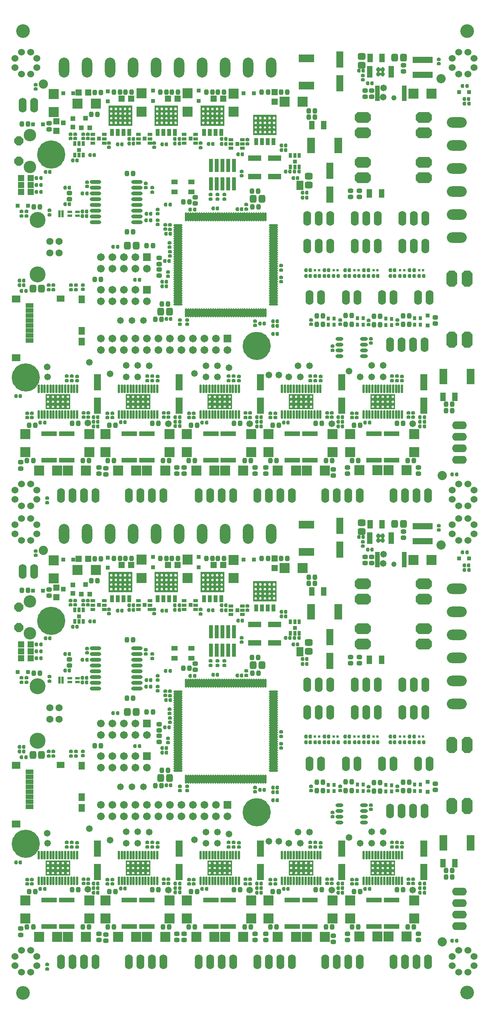
<source format=gts>
G04 Layer_Color=8388736*
%FSLAX24Y24*%
%MOIN*%
G70*
G01*
G75*
%ADD60C,0.0600*%
%ADD183C,0.1220*%
G04:AMPARAMS|DCode=184|XSize=118.7mil|YSize=118.7mil|CornerRadius=59.4mil|HoleSize=0mil|Usage=FLASHONLY|Rotation=90.000|XOffset=0mil|YOffset=0mil|HoleType=Round|Shape=RoundedRectangle|*
%AMROUNDEDRECTD184*
21,1,0.1187,0.0000,0,0,90.0*
21,1,0.0000,0.1187,0,0,90.0*
1,1,0.1187,0.0000,0.0000*
1,1,0.1187,0.0000,0.0000*
1,1,0.1187,0.0000,0.0000*
1,1,0.1187,0.0000,0.0000*
%
%ADD184ROUNDEDRECTD184*%
%ADD185R,0.0400X0.0440*%
%ADD186R,0.0440X0.0400*%
%ADD187O,0.0218X0.0749*%
%ADD188C,0.0580*%
G04:AMPARAMS|DCode=189|XSize=30mil|YSize=32mil|CornerRadius=8.4mil|HoleSize=0mil|Usage=FLASHONLY|Rotation=180.000|XOffset=0mil|YOffset=0mil|HoleType=Round|Shape=RoundedRectangle|*
%AMROUNDEDRECTD189*
21,1,0.0300,0.0152,0,0,180.0*
21,1,0.0132,0.0320,0,0,180.0*
1,1,0.0168,-0.0066,0.0076*
1,1,0.0168,0.0066,0.0076*
1,1,0.0168,0.0066,-0.0076*
1,1,0.0168,-0.0066,-0.0076*
%
%ADD189ROUNDEDRECTD189*%
%ADD190R,0.1379X0.0434*%
G04:AMPARAMS|DCode=191|XSize=30mil|YSize=32mil|CornerRadius=8.4mil|HoleSize=0mil|Usage=FLASHONLY|Rotation=270.000|XOffset=0mil|YOffset=0mil|HoleType=Round|Shape=RoundedRectangle|*
%AMROUNDEDRECTD191*
21,1,0.0300,0.0152,0,0,270.0*
21,1,0.0132,0.0320,0,0,270.0*
1,1,0.0168,-0.0076,-0.0066*
1,1,0.0168,-0.0076,0.0066*
1,1,0.0168,0.0076,0.0066*
1,1,0.0168,0.0076,-0.0066*
%
%ADD191ROUNDEDRECTD191*%
G04:AMPARAMS|DCode=192|XSize=37.1mil|YSize=47.4mil|CornerRadius=9.8mil|HoleSize=0mil|Usage=FLASHONLY|Rotation=0.000|XOffset=0mil|YOffset=0mil|HoleType=Round|Shape=RoundedRectangle|*
%AMROUNDEDRECTD192*
21,1,0.0371,0.0277,0,0,0.0*
21,1,0.0175,0.0474,0,0,0.0*
1,1,0.0197,0.0087,-0.0139*
1,1,0.0197,-0.0087,-0.0139*
1,1,0.0197,-0.0087,0.0139*
1,1,0.0197,0.0087,0.0139*
%
%ADD192ROUNDEDRECTD192*%
G04:AMPARAMS|DCode=193|XSize=80mil|YSize=80mil|CornerRadius=40mil|HoleSize=0mil|Usage=FLASHONLY|Rotation=270.000|XOffset=0mil|YOffset=0mil|HoleType=Round|Shape=RoundedRectangle|*
%AMROUNDEDRECTD193*
21,1,0.0800,0.0000,0,0,270.0*
21,1,0.0000,0.0800,0,0,270.0*
1,1,0.0800,0.0000,0.0000*
1,1,0.0800,0.0000,0.0000*
1,1,0.0800,0.0000,0.0000*
1,1,0.0800,0.0000,0.0000*
%
%ADD193ROUNDEDRECTD193*%
%ADD194R,0.0552X0.0434*%
%ADD195R,0.0316X0.0415*%
%ADD196R,0.0415X0.0316*%
%ADD197O,0.0671X0.0316*%
%ADD198O,0.0986X0.0316*%
%ADD199R,0.0482X0.0198*%
%ADD200R,0.0213X0.0260*%
%ADD201R,0.0606X0.0252*%
%ADD202O,0.0198X0.0789*%
%ADD203O,0.0789X0.0198*%
%ADD204R,0.1182X0.0474*%
G04:AMPARAMS|DCode=205|XSize=37.1mil|YSize=47.4mil|CornerRadius=9.8mil|HoleSize=0mil|Usage=FLASHONLY|Rotation=270.000|XOffset=0mil|YOffset=0mil|HoleType=Round|Shape=RoundedRectangle|*
%AMROUNDEDRECTD205*
21,1,0.0371,0.0277,0,0,270.0*
21,1,0.0175,0.0474,0,0,270.0*
1,1,0.0197,-0.0139,-0.0087*
1,1,0.0197,-0.0139,0.0087*
1,1,0.0197,0.0139,0.0087*
1,1,0.0197,0.0139,-0.0087*
%
%ADD205ROUNDEDRECTD205*%
%ADD206R,0.0434X0.1379*%
%ADD207R,0.0360X0.0640*%
%ADD208R,0.0560X0.0560*%
%ADD209R,0.0434X0.0237*%
%ADD210R,0.1753X0.0545*%
G04:AMPARAMS|DCode=211|XSize=60mil|YSize=68mil|CornerRadius=17mil|HoleSize=0mil|Usage=FLASHONLY|Rotation=0.000|XOffset=0mil|YOffset=0mil|HoleType=Round|Shape=RoundedRectangle|*
%AMROUNDEDRECTD211*
21,1,0.0600,0.0340,0,0,0.0*
21,1,0.0260,0.0680,0,0,0.0*
1,1,0.0340,0.0130,-0.0170*
1,1,0.0340,-0.0130,-0.0170*
1,1,0.0340,-0.0130,0.0170*
1,1,0.0340,0.0130,0.0170*
%
%ADD211ROUNDEDRECTD211*%
%ADD212R,0.0375X0.1182*%
G04:AMPARAMS|DCode=213|XSize=80mil|YSize=80mil|CornerRadius=40mil|HoleSize=0mil|Usage=FLASHONLY|Rotation=0.000|XOffset=0mil|YOffset=0mil|HoleType=Round|Shape=RoundedRectangle|*
%AMROUNDEDRECTD213*
21,1,0.0800,0.0000,0,0,0.0*
21,1,0.0000,0.0800,0,0,0.0*
1,1,0.0800,0.0000,0.0000*
1,1,0.0800,0.0000,0.0000*
1,1,0.0800,0.0000,0.0000*
1,1,0.0800,0.0000,0.0000*
%
%ADD213ROUNDEDRECTD213*%
%ADD214R,0.0560X0.0560*%
%ADD215R,0.0870X0.0870*%
%ADD216R,0.0870X0.0870*%
%ADD217R,0.0320X0.0320*%
%ADD218R,0.0208X0.0186*%
%ADD219R,0.0280X0.0360*%
%ADD220R,0.0320X0.0320*%
%ADD221R,0.0710X0.1340*%
%ADD222R,0.1340X0.0710*%
G04:AMPARAMS|DCode=223|XSize=60mil|YSize=68mil|CornerRadius=17mil|HoleSize=0mil|Usage=FLASHONLY|Rotation=90.000|XOffset=0mil|YOffset=0mil|HoleType=Round|Shape=RoundedRectangle|*
%AMROUNDEDRECTD223*
21,1,0.0600,0.0340,0,0,90.0*
21,1,0.0260,0.0680,0,0,90.0*
1,1,0.0340,0.0170,0.0130*
1,1,0.0340,0.0170,-0.0130*
1,1,0.0340,-0.0170,-0.0130*
1,1,0.0340,-0.0170,0.0130*
%
%ADD223ROUNDEDRECTD223*%
%ADD224R,0.0513X0.0749*%
%ADD225R,0.0631X0.1419*%
%ADD226R,0.0198X0.0237*%
%ADD227R,0.0533X0.0671*%
%ADD228R,0.0671X0.0395*%
%ADD229R,0.0749X0.0631*%
%ADD230R,0.0671X0.0533*%
%ADD231R,0.0330X0.0330*%
%ADD232R,0.0330X0.0330*%
%ADD233R,0.0671X0.0671*%
%ADD234C,0.0671*%
%ADD235O,0.1280X0.0680*%
%ADD236O,0.1730X0.0905*%
%ADD237P,0.0844X8X292.5*%
%ADD238C,0.1080*%
%ADD239O,0.0680X0.1280*%
%ADD240C,0.0620*%
%ADD241C,0.1385*%
%ADD242O,0.0905X0.1730*%
G04:AMPARAMS|DCode=243|XSize=141mil|YSize=91mil|CornerRadius=0mil|HoleSize=0mil|Usage=FLASHONLY|Rotation=270.000|XOffset=0mil|YOffset=0mil|HoleType=Round|Shape=Octagon|*
%AMOCTAGOND243*
4,1,8,-0.0228,-0.0705,0.0228,-0.0705,0.0455,-0.0478,0.0455,0.0478,0.0228,0.0705,-0.0228,0.0705,-0.0455,0.0478,-0.0455,-0.0478,-0.0228,-0.0705,0.0*
%
%ADD243OCTAGOND243*%

G04:AMPARAMS|DCode=244|XSize=141mil|YSize=91mil|CornerRadius=0mil|HoleSize=0mil|Usage=FLASHONLY|Rotation=180.000|XOffset=0mil|YOffset=0mil|HoleType=Round|Shape=Octagon|*
%AMOCTAGOND244*
4,1,8,-0.0705,0.0228,-0.0705,-0.0228,-0.0478,-0.0455,0.0478,-0.0455,0.0705,-0.0228,0.0705,0.0228,0.0478,0.0455,-0.0478,0.0455,-0.0705,0.0228,0.0*
%
%ADD244OCTAGOND244*%

%ADD245C,0.0460*%
%ADD246C,0.0580*%
G36*
X25850Y36765D02*
Y36371D01*
Y35967D01*
Y35574D01*
Y35298D01*
X23802D01*
Y35574D01*
Y35967D01*
Y36371D01*
Y36775D01*
Y37060D01*
X25850D01*
Y36765D01*
D02*
G37*
G36*
X36137Y12584D02*
Y12367D01*
Y12150D01*
Y11934D01*
Y11717D01*
Y11501D01*
X34002D01*
Y11717D01*
Y11934D01*
Y12150D01*
Y12367D01*
Y12584D01*
Y12585D01*
Y12801D01*
X36137D01*
Y12584D01*
D02*
G37*
G36*
X17285Y37565D02*
Y37171D01*
Y36767D01*
Y36374D01*
Y36098D01*
X15237D01*
Y36374D01*
Y36767D01*
Y37171D01*
Y37575D01*
Y37860D01*
X17285D01*
Y37565D01*
D02*
G37*
G36*
X21295D02*
Y37171D01*
Y36767D01*
Y36374D01*
Y36098D01*
X19247D01*
Y36374D01*
Y36767D01*
Y37171D01*
Y37575D01*
Y37860D01*
X21295D01*
Y37565D01*
D02*
G37*
G36*
X13300D02*
Y37171D01*
Y36767D01*
Y36374D01*
Y36098D01*
X11252D01*
Y36374D01*
Y36767D01*
Y37171D01*
Y37575D01*
Y37860D01*
X13300D01*
Y37565D01*
D02*
G37*
G36*
X7903Y12584D02*
Y12367D01*
Y12150D01*
Y11934D01*
Y11717D01*
Y11501D01*
X5768D01*
Y11717D01*
Y11934D01*
Y12150D01*
Y12367D01*
Y12584D01*
Y12585D01*
Y12801D01*
X7903D01*
Y12584D01*
D02*
G37*
G36*
X35158Y41189D02*
X35164Y41158D01*
X35182Y41132D01*
X35208Y41115D01*
X35238Y41109D01*
Y40905D01*
X35211Y40900D01*
X35189Y40884D01*
X35173Y40862D01*
X35168Y40835D01*
X35169D01*
Y40795D01*
X35158D01*
X35158Y40786D01*
X35164Y40755D01*
X35182Y40729D01*
X35208Y40711D01*
X35238Y40705D01*
Y40512D01*
X35208Y40505D01*
X35182Y40488D01*
X35164Y40462D01*
X35158Y40431D01*
X35160D01*
Y40412D01*
X34984D01*
X34977Y40450D01*
X34955Y40483D01*
X34922Y40504D01*
X34884Y40512D01*
Y40510D01*
X34864Y40512D01*
X34826Y40504D01*
X34793Y40483D01*
X34772Y40450D01*
X34764Y40412D01*
X34589D01*
X34590Y40421D01*
X34584Y40452D01*
X34567Y40478D01*
X34541Y40496D01*
X34510Y40502D01*
Y40705D01*
X34537Y40711D01*
X34560Y40726D01*
X34575Y40749D01*
X34580Y40776D01*
X34579D01*
Y40815D01*
X34590D01*
X34590Y40825D01*
X34584Y40856D01*
X34567Y40882D01*
X34541Y40899D01*
X34510Y40905D01*
Y41099D01*
X34541Y41105D01*
X34567Y41123D01*
X34584Y41149D01*
X34590Y41179D01*
X34589D01*
Y41199D01*
X34764D01*
X34772Y41161D01*
X34793Y41128D01*
X34826Y41106D01*
X34864Y41099D01*
Y41101D01*
X34884Y41099D01*
X34922Y41106D01*
X34955Y41128D01*
X34977Y41161D01*
X34984Y41199D01*
X35160D01*
X35158Y41189D01*
D02*
G37*
G36*
X14872Y12584D02*
Y12367D01*
Y12150D01*
Y11934D01*
Y11717D01*
Y11501D01*
X12737D01*
Y11717D01*
Y11934D01*
Y12150D01*
Y12367D01*
Y12584D01*
Y12585D01*
Y12801D01*
X14872D01*
Y12584D01*
D02*
G37*
G36*
X29049D02*
Y12367D01*
Y12150D01*
Y11934D01*
Y11717D01*
Y11501D01*
X26914D01*
Y11717D01*
Y11934D01*
Y12150D01*
Y12367D01*
Y12584D01*
Y12585D01*
Y12801D01*
X29049D01*
Y12584D01*
D02*
G37*
G36*
X21963D02*
Y12367D01*
Y12150D01*
Y11934D01*
Y11717D01*
Y11501D01*
X19828D01*
Y11717D01*
Y11934D01*
Y12150D01*
Y12367D01*
Y12584D01*
Y12585D01*
Y12801D01*
X21963D01*
Y12584D01*
D02*
G37*
%LPC*%
G36*
X7703Y12685D02*
X7703Y12685D01*
X7703Y12685D01*
X7666Y12678D01*
X7633Y12656D01*
X7611Y12623D01*
X7604Y12585D01*
X7604Y12584D01*
X7596Y12584D01*
X7596Y12583D01*
X7604Y12544D01*
X7626Y12510D01*
X7660Y12488D01*
X7699Y12480D01*
X7700Y12480D01*
X7700Y12480D01*
X7740Y12488D01*
X7774Y12511D01*
X7797Y12545D01*
X7805Y12585D01*
X7804Y12588D01*
X7798Y12589D01*
X7800Y12589D01*
X7800Y12589D01*
X7792Y12626D01*
X7771Y12657D01*
X7740Y12678D01*
X7703Y12685D01*
D02*
G37*
G36*
X35070Y12255D02*
X35070Y12255D01*
X35070Y12255D01*
X35070Y12255D01*
X35031Y12247D01*
X34998Y12225D01*
X34976Y12192D01*
X34968Y12153D01*
X34968Y12152D01*
X34968D01*
X34968Y12151D01*
X34968Y12150D01*
X34968D01*
X34968Y12149D01*
X34976Y12110D01*
X34998Y12077D01*
X35031Y12055D01*
X35070Y12047D01*
X35070D01*
X35109Y12055D01*
X35142Y12077D01*
X35164Y12110D01*
X35172Y12149D01*
X35171Y12150D01*
X35171D01*
X35171Y12150D01*
X35170Y12150D01*
X35171D01*
X35171Y12151D01*
X35171Y12152D01*
X35171D01*
X35172Y12153D01*
X35164Y12192D01*
X35142Y12225D01*
X35109Y12247D01*
X35070Y12255D01*
D02*
G37*
G36*
X14672Y12685D02*
X14672Y12685D01*
X14672Y12685D01*
X14634Y12678D01*
X14602Y12656D01*
X14580Y12623D01*
X14572Y12585D01*
X14572Y12584D01*
X14565Y12584D01*
X14565Y12583D01*
X14572Y12544D01*
X14595Y12510D01*
X14628Y12488D01*
X14668Y12480D01*
X14669Y12480D01*
X14669Y12480D01*
X14709Y12488D01*
X14743Y12511D01*
X14766Y12545D01*
X14774Y12585D01*
X14773Y12588D01*
X14767Y12589D01*
X14768Y12589D01*
X14768Y12589D01*
X14761Y12626D01*
X14740Y12657D01*
X14709Y12678D01*
X14672Y12685D01*
D02*
G37*
G36*
X5970Y12688D02*
X5930Y12680D01*
X5897Y12657D01*
X5874Y12624D01*
X5867Y12589D01*
X5868Y12589D01*
X5867Y12588D01*
X5866Y12585D01*
X5874Y12547D01*
X5896Y12513D01*
X5930Y12491D01*
X5968Y12483D01*
X5968Y12483D01*
X6005Y12490D01*
X6038Y12512D01*
X6060Y12545D01*
X6067Y12583D01*
X6066Y12589D01*
X6074Y12589D01*
X6067Y12624D01*
X6045Y12658D01*
X6011Y12680D01*
X5972Y12688D01*
X5970Y12688D01*
X5970Y12688D01*
D02*
G37*
G36*
X12939D02*
X12899Y12680D01*
X12865Y12657D01*
X12842Y12624D01*
X12836Y12589D01*
X12837Y12589D01*
X12836Y12588D01*
X12835Y12585D01*
X12843Y12547D01*
X12865Y12513D01*
X12899Y12491D01*
X12937Y12483D01*
X12937Y12483D01*
X12974Y12490D01*
X13006Y12512D01*
X13028Y12545D01*
X13036Y12583D01*
X13035Y12589D01*
X13043Y12589D01*
X13036Y12624D01*
X13013Y12658D01*
X12980Y12680D01*
X12940Y12688D01*
X12939Y12688D01*
X12939Y12688D01*
D02*
G37*
G36*
X35937Y12685D02*
X35937Y12685D01*
X35937Y12685D01*
X35900Y12678D01*
X35867Y12656D01*
X35846Y12623D01*
X35838Y12585D01*
X35838Y12584D01*
X35830Y12584D01*
X35830Y12583D01*
X35838Y12544D01*
X35861Y12510D01*
X35894Y12488D01*
X35934Y12480D01*
X35935Y12480D01*
X35935Y12480D01*
X35975Y12488D01*
X36009Y12511D01*
X36031Y12545D01*
X36039Y12585D01*
X36039Y12588D01*
X36032Y12589D01*
X36034Y12589D01*
X36034Y12589D01*
X36027Y12626D01*
X36006Y12657D01*
X35974Y12678D01*
X35937Y12685D01*
D02*
G37*
G36*
X21763D02*
X21763Y12685D01*
X21763Y12685D01*
X21725Y12678D01*
X21693Y12656D01*
X21671Y12623D01*
X21663Y12585D01*
X21664Y12584D01*
X21656Y12584D01*
X21656Y12583D01*
X21664Y12544D01*
X21686Y12510D01*
X21719Y12488D01*
X21759Y12480D01*
X21760Y12480D01*
X21760Y12480D01*
X21800Y12488D01*
X21834Y12511D01*
X21857Y12545D01*
X21865Y12585D01*
X21864Y12588D01*
X21858Y12589D01*
X21860Y12589D01*
X21860Y12589D01*
X21852Y12626D01*
X21831Y12657D01*
X21800Y12678D01*
X21763Y12685D01*
D02*
G37*
G36*
X28849D02*
X28849Y12685D01*
X28849Y12685D01*
X28811Y12678D01*
X28779Y12656D01*
X28757Y12623D01*
X28749Y12585D01*
X28750Y12584D01*
X28742Y12584D01*
X28742Y12583D01*
X28750Y12544D01*
X28772Y12510D01*
X28805Y12488D01*
X28845Y12480D01*
X28846Y12480D01*
X28846Y12480D01*
X28886Y12488D01*
X28920Y12511D01*
X28943Y12545D01*
X28951Y12585D01*
X28950Y12588D01*
X28944Y12589D01*
X28946Y12589D01*
X28946Y12589D01*
X28938Y12626D01*
X28917Y12657D01*
X28886Y12678D01*
X28849Y12685D01*
D02*
G37*
G36*
X20464Y12252D02*
X20463Y12252D01*
X20463Y12252D01*
X20463Y12252D01*
X20425Y12245D01*
X20392Y12223D01*
X20371Y12191D01*
X20363Y12153D01*
X20364Y12150D01*
X20359Y12150D01*
X20366Y12114D01*
X20389Y12080D01*
X20423Y12058D01*
X20463Y12050D01*
X20465Y12050D01*
X20465Y12050D01*
X20465Y12050D01*
X20503Y12057D01*
X20536Y12079D01*
X20557Y12111D01*
X20565Y12149D01*
X20564Y12150D01*
X20563Y12150D01*
X20564D01*
X20564Y12152D01*
X20565D01*
X20565Y12152D01*
X20557Y12190D01*
X20535Y12223D01*
X20503Y12245D01*
X20464Y12252D01*
D02*
G37*
G36*
X27550D02*
X27549Y12252D01*
X27549Y12252D01*
X27549Y12252D01*
X27511Y12245D01*
X27478Y12223D01*
X27457Y12191D01*
X27449Y12153D01*
X27450Y12150D01*
X27445Y12150D01*
X27452Y12114D01*
X27475Y12080D01*
X27509Y12058D01*
X27549Y12050D01*
X27551Y12050D01*
X27551Y12050D01*
X27551Y12050D01*
X27589Y12057D01*
X27622Y12079D01*
X27643Y12111D01*
X27651Y12149D01*
X27650Y12150D01*
X27649Y12150D01*
X27650D01*
X27650Y12152D01*
X27651D01*
X27651Y12152D01*
X27643Y12190D01*
X27621Y12223D01*
X27589Y12245D01*
X27550Y12252D01*
D02*
G37*
G36*
X6404D02*
X6403Y12252D01*
X6403Y12252D01*
X6403Y12252D01*
X6365Y12245D01*
X6333Y12223D01*
X6311Y12191D01*
X6304Y12153D01*
X6304Y12150D01*
X6299Y12150D01*
X6306Y12114D01*
X6329Y12080D01*
X6363Y12058D01*
X6403Y12050D01*
X6405Y12050D01*
X6405Y12050D01*
X6405Y12050D01*
X6443Y12057D01*
X6476Y12079D01*
X6497Y12111D01*
X6505Y12149D01*
X6505Y12150D01*
X6503Y12150D01*
X6505D01*
X6504Y12152D01*
X6505D01*
X6505Y12152D01*
X6497Y12190D01*
X6475Y12223D01*
X6443Y12245D01*
X6404Y12252D01*
D02*
G37*
G36*
X13373D02*
X13372Y12252D01*
X13372Y12252D01*
X13372Y12252D01*
X13333Y12245D01*
X13301Y12223D01*
X13280Y12191D01*
X13272Y12153D01*
X13273Y12150D01*
X13268Y12150D01*
X13275Y12114D01*
X13298Y12080D01*
X13332Y12058D01*
X13372Y12050D01*
X13374Y12050D01*
X13374Y12050D01*
X13374Y12050D01*
X13412Y12057D01*
X13444Y12079D01*
X13466Y12111D01*
X13473Y12149D01*
X13473Y12150D01*
X13472Y12150D01*
X13473D01*
X13473Y12152D01*
X13473D01*
X13473Y12152D01*
X13466Y12190D01*
X13444Y12223D01*
X13411Y12245D01*
X13373Y12252D01*
D02*
G37*
G36*
X34639D02*
X34637Y12252D01*
X34637Y12252D01*
X34637Y12252D01*
X34599Y12245D01*
X34567Y12223D01*
X34545Y12191D01*
X34538Y12153D01*
X34538Y12150D01*
X34534Y12150D01*
X34541Y12114D01*
X34563Y12080D01*
X34597Y12058D01*
X34637Y12050D01*
X34640Y12050D01*
X34640Y12050D01*
X34640Y12050D01*
X34678Y12057D01*
X34710Y12079D01*
X34732Y12111D01*
X34739Y12149D01*
X34739Y12150D01*
X34737Y12150D01*
X34739D01*
X34739Y12152D01*
X34739D01*
X34739Y12152D01*
X34732Y12190D01*
X34710Y12223D01*
X34677Y12245D01*
X34639Y12252D01*
D02*
G37*
G36*
X20895Y12255D02*
X20895Y12255D01*
X20895Y12255D01*
X20895Y12255D01*
X20856Y12247D01*
X20823Y12225D01*
X20801Y12192D01*
X20793Y12153D01*
X20794Y12152D01*
X20794D01*
X20794Y12151D01*
X20794Y12150D01*
X20794D01*
X20793Y12149D01*
X20801Y12110D01*
X20823Y12077D01*
X20856Y12055D01*
X20895Y12047D01*
X20895D01*
X20934Y12055D01*
X20967Y12077D01*
X20989Y12110D01*
X20997Y12149D01*
X20997Y12150D01*
X20997D01*
X20997Y12150D01*
X20995Y12150D01*
X20997D01*
X20997Y12151D01*
X20997Y12152D01*
X20997D01*
X20997Y12153D01*
X20989Y12192D01*
X20967Y12225D01*
X20934Y12247D01*
X20895Y12255D01*
D02*
G37*
G36*
X27981D02*
X27981Y12255D01*
X27981Y12255D01*
X27981Y12255D01*
X27942Y12247D01*
X27909Y12225D01*
X27887Y12192D01*
X27879Y12153D01*
X27880Y12152D01*
X27880D01*
X27880Y12151D01*
X27880Y12150D01*
X27880D01*
X27879Y12149D01*
X27887Y12110D01*
X27909Y12077D01*
X27942Y12055D01*
X27981Y12047D01*
X27981D01*
X28020Y12055D01*
X28053Y12077D01*
X28075Y12110D01*
X28083Y12149D01*
X28083Y12150D01*
X28083D01*
X28083Y12150D01*
X28081Y12150D01*
X28083D01*
X28083Y12151D01*
X28083Y12152D01*
X28083D01*
X28083Y12153D01*
X28075Y12192D01*
X28053Y12225D01*
X28020Y12247D01*
X27981Y12255D01*
D02*
G37*
G36*
X6835D02*
X6835Y12255D01*
X6835Y12255D01*
X6835Y12255D01*
X6796Y12247D01*
X6763Y12225D01*
X6741Y12192D01*
X6733Y12153D01*
X6734Y12152D01*
X6734D01*
X6734Y12151D01*
X6734Y12150D01*
X6734D01*
X6733Y12149D01*
X6741Y12110D01*
X6763Y12077D01*
X6796Y12055D01*
X6835Y12047D01*
X6835D01*
X6874Y12055D01*
X6908Y12077D01*
X6930Y12110D01*
X6937Y12149D01*
X6937Y12150D01*
X6937D01*
X6937Y12150D01*
X6935Y12150D01*
X6937D01*
X6937Y12151D01*
X6937Y12152D01*
X6937D01*
X6937Y12153D01*
X6930Y12192D01*
X6908Y12225D01*
X6874Y12247D01*
X6835Y12255D01*
D02*
G37*
G36*
X13804D02*
X13804Y12255D01*
X13804Y12255D01*
X13804Y12255D01*
X13765Y12247D01*
X13732Y12225D01*
X13710Y12192D01*
X13702Y12153D01*
X13702Y12152D01*
X13703D01*
X13702Y12151D01*
X13703Y12150D01*
X13702D01*
X13702Y12149D01*
X13710Y12110D01*
X13732Y12077D01*
X13765Y12055D01*
X13804Y12047D01*
X13804D01*
X13843Y12055D01*
X13876Y12077D01*
X13898Y12110D01*
X13906Y12149D01*
X13906Y12150D01*
X13906D01*
X13905Y12150D01*
X13904Y12150D01*
X13906D01*
X13906Y12151D01*
X13905Y12152D01*
X13906D01*
X13906Y12153D01*
X13898Y12192D01*
X13876Y12225D01*
X13843Y12247D01*
X13804Y12255D01*
D02*
G37*
G36*
X20030Y12688D02*
X19990Y12680D01*
X19956Y12657D01*
X19934Y12624D01*
X19927Y12589D01*
X19928Y12589D01*
X19927Y12588D01*
X19926Y12585D01*
X19934Y12547D01*
X19956Y12513D01*
X19990Y12491D01*
X20028Y12483D01*
X20028Y12483D01*
X20065Y12490D01*
X20098Y12512D01*
X20120Y12545D01*
X20127Y12583D01*
X20126Y12589D01*
X20134Y12589D01*
X20127Y12624D01*
X20104Y12658D01*
X20071Y12680D01*
X20031Y12688D01*
X20030Y12688D01*
X20030Y12688D01*
D02*
G37*
G36*
X34639Y12685D02*
X34637Y12685D01*
X34637Y12685D01*
X34637Y12685D01*
X34599Y12678D01*
X34567Y12656D01*
X34545Y12624D01*
X34538Y12586D01*
X34538Y12583D01*
X34534Y12583D01*
X34541Y12547D01*
X34563Y12513D01*
X34597Y12491D01*
X34637Y12483D01*
X34640Y12483D01*
X34640Y12483D01*
X34640Y12483D01*
X34678Y12490D01*
X34710Y12512D01*
X34732Y12544D01*
X34739Y12582D01*
X34739Y12584D01*
X34737Y12584D01*
X34739D01*
X34739Y12585D01*
X34739D01*
X34739Y12585D01*
X34732Y12623D01*
X34710Y12656D01*
X34677Y12678D01*
X34639Y12685D01*
D02*
G37*
G36*
X6835Y12688D02*
X6835Y12688D01*
X6835Y12688D01*
X6835Y12688D01*
X6796Y12680D01*
X6763Y12658D01*
X6741Y12625D01*
X6733Y12586D01*
X6734Y12585D01*
X6734D01*
X6734Y12585D01*
X6735Y12585D01*
X6734D01*
X6734Y12584D01*
X6734Y12583D01*
X6734D01*
X6733Y12582D01*
X6741Y12543D01*
X6763Y12510D01*
X6796Y12488D01*
X6835Y12480D01*
X6835D01*
X6874Y12488D01*
X6908Y12510D01*
X6930Y12543D01*
X6937Y12582D01*
X6937Y12584D01*
X6937D01*
X6937Y12583D01*
X6935Y12584D01*
X6937D01*
X6937Y12584D01*
X6937Y12585D01*
X6937D01*
X6937Y12586D01*
X6930Y12625D01*
X6908Y12658D01*
X6874Y12680D01*
X6835Y12688D01*
D02*
G37*
G36*
X20464Y12685D02*
X20463Y12685D01*
X20463Y12685D01*
X20463Y12685D01*
X20425Y12678D01*
X20392Y12656D01*
X20371Y12624D01*
X20363Y12586D01*
X20364Y12583D01*
X20359Y12583D01*
X20366Y12547D01*
X20389Y12513D01*
X20423Y12491D01*
X20463Y12483D01*
X20465Y12483D01*
X20465Y12483D01*
X20465Y12483D01*
X20503Y12490D01*
X20536Y12512D01*
X20557Y12544D01*
X20565Y12582D01*
X20564Y12584D01*
X20563Y12584D01*
X20564D01*
X20564Y12585D01*
X20565D01*
X20565Y12585D01*
X20557Y12623D01*
X20535Y12656D01*
X20503Y12678D01*
X20464Y12685D01*
D02*
G37*
G36*
X27550D02*
X27549Y12685D01*
X27549Y12685D01*
X27549Y12685D01*
X27511Y12678D01*
X27478Y12656D01*
X27457Y12624D01*
X27449Y12586D01*
X27450Y12583D01*
X27445Y12583D01*
X27452Y12547D01*
X27475Y12513D01*
X27509Y12491D01*
X27549Y12483D01*
X27551Y12483D01*
X27551Y12483D01*
X27551Y12483D01*
X27589Y12490D01*
X27622Y12512D01*
X27643Y12544D01*
X27651Y12582D01*
X27650Y12584D01*
X27649Y12584D01*
X27650D01*
X27650Y12585D01*
X27651D01*
X27651Y12585D01*
X27643Y12623D01*
X27621Y12656D01*
X27589Y12678D01*
X27550Y12685D01*
D02*
G37*
G36*
X27981Y12688D02*
X27981Y12688D01*
X27981Y12688D01*
X27981Y12688D01*
X27942Y12680D01*
X27909Y12658D01*
X27887Y12625D01*
X27879Y12586D01*
X27880Y12585D01*
X27880D01*
X27880Y12584D01*
X27880Y12583D01*
X27880D01*
X27879Y12582D01*
X27887Y12543D01*
X27909Y12510D01*
X27942Y12488D01*
X27981Y12480D01*
X27981D01*
X28020Y12488D01*
X28053Y12510D01*
X28075Y12543D01*
X28083Y12582D01*
X28083Y12584D01*
X28083D01*
X28083Y12583D01*
X28081Y12584D01*
X28083D01*
X28083Y12584D01*
X28083Y12585D01*
X28083D01*
X28083Y12586D01*
X28075Y12625D01*
X28053Y12658D01*
X28020Y12680D01*
X27981Y12688D01*
D02*
G37*
G36*
X35070D02*
X35070Y12688D01*
X35070Y12688D01*
X35070Y12688D01*
X35031Y12680D01*
X34998Y12658D01*
X34976Y12625D01*
X34968Y12586D01*
X34968Y12585D01*
X34968D01*
X34968Y12584D01*
X34968Y12583D01*
X34968D01*
X34968Y12582D01*
X34976Y12543D01*
X34998Y12510D01*
X35031Y12488D01*
X35070Y12480D01*
X35070D01*
X35109Y12488D01*
X35142Y12510D01*
X35164Y12543D01*
X35172Y12582D01*
X35171Y12584D01*
X35171D01*
X35171Y12583D01*
X35170Y12584D01*
X35171D01*
X35171Y12584D01*
X35171Y12585D01*
X35171D01*
X35172Y12586D01*
X35164Y12625D01*
X35142Y12658D01*
X35109Y12680D01*
X35070Y12688D01*
D02*
G37*
G36*
X13804D02*
X13804Y12688D01*
X13804Y12688D01*
X13804Y12688D01*
X13765Y12680D01*
X13732Y12658D01*
X13710Y12625D01*
X13702Y12586D01*
X13702Y12585D01*
X13703D01*
X13703Y12585D01*
X13704Y12585D01*
X13703D01*
X13702Y12584D01*
X13703Y12583D01*
X13702D01*
X13702Y12582D01*
X13710Y12543D01*
X13732Y12510D01*
X13765Y12488D01*
X13804Y12480D01*
X13804D01*
X13843Y12488D01*
X13876Y12510D01*
X13898Y12543D01*
X13906Y12582D01*
X13906Y12584D01*
X13906D01*
X13905Y12583D01*
X13904Y12584D01*
X13906D01*
X13906Y12584D01*
X13905Y12585D01*
X13906D01*
X13906Y12586D01*
X13898Y12625D01*
X13876Y12658D01*
X13843Y12680D01*
X13804Y12688D01*
D02*
G37*
G36*
X20895D02*
X20895Y12688D01*
X20895Y12688D01*
X20895Y12688D01*
X20856Y12680D01*
X20823Y12658D01*
X20801Y12625D01*
X20793Y12586D01*
X20794Y12585D01*
X20794D01*
X20794Y12585D01*
X20795Y12585D01*
X20794D01*
X20794Y12584D01*
X20794Y12583D01*
X20794D01*
X20793Y12582D01*
X20801Y12543D01*
X20823Y12510D01*
X20856Y12488D01*
X20895Y12480D01*
X20895D01*
X20934Y12488D01*
X20967Y12510D01*
X20989Y12543D01*
X20997Y12582D01*
X20997Y12584D01*
X20997D01*
X20997Y12583D01*
X20995Y12584D01*
X20997D01*
X20997Y12584D01*
X20997Y12585D01*
X20997D01*
X20997Y12586D01*
X20989Y12625D01*
X20967Y12658D01*
X20934Y12680D01*
X20895Y12688D01*
D02*
G37*
G36*
X13373Y12685D02*
X13372Y12685D01*
X13372Y12685D01*
X13372Y12685D01*
X13333Y12678D01*
X13301Y12656D01*
X13280Y12624D01*
X13272Y12586D01*
X13273Y12583D01*
X13268Y12583D01*
X13275Y12547D01*
X13298Y12513D01*
X13332Y12491D01*
X13372Y12483D01*
X13374Y12483D01*
X13374Y12483D01*
X13374Y12483D01*
X13412Y12490D01*
X13444Y12512D01*
X13466Y12544D01*
X13473Y12582D01*
X13473Y12584D01*
X13472Y12584D01*
X13473D01*
X13473Y12585D01*
X13473D01*
X13473Y12585D01*
X13466Y12623D01*
X13444Y12656D01*
X13411Y12678D01*
X13373Y12685D01*
D02*
G37*
G36*
X7268Y12686D02*
X7265Y12685D01*
X7265Y12685D01*
X7265Y12685D01*
X7227Y12678D01*
X7195Y12656D01*
X7174Y12624D01*
X7166Y12586D01*
X7166Y12585D01*
X7168Y12585D01*
X7166D01*
X7167Y12583D01*
X7166D01*
X7166Y12583D01*
X7174Y12545D01*
X7196Y12512D01*
X7228Y12490D01*
X7267Y12483D01*
X7268Y12483D01*
X7268Y12483D01*
X7268Y12483D01*
X7306Y12490D01*
X7338Y12512D01*
X7360Y12544D01*
X7367Y12582D01*
X7367Y12585D01*
X7372Y12585D01*
X7365Y12621D01*
X7342Y12655D01*
X7308Y12678D01*
X7268Y12686D01*
D02*
G37*
G36*
X14237D02*
X14234Y12685D01*
X14234Y12685D01*
X14234Y12685D01*
X14196Y12678D01*
X14164Y12656D01*
X14142Y12624D01*
X14135Y12586D01*
X14135Y12585D01*
X14137Y12585D01*
X14135D01*
X14135Y12583D01*
X14135D01*
X14135Y12583D01*
X14142Y12545D01*
X14164Y12512D01*
X14197Y12490D01*
X14235Y12483D01*
X14237Y12483D01*
X14237Y12483D01*
X14237Y12483D01*
X14275Y12490D01*
X14307Y12512D01*
X14328Y12544D01*
X14336Y12582D01*
X14335Y12585D01*
X14340Y12585D01*
X14333Y12621D01*
X14310Y12655D01*
X14277Y12678D01*
X14237Y12686D01*
D02*
G37*
G36*
X27116Y12688D02*
X27076Y12680D01*
X27042Y12657D01*
X27020Y12624D01*
X27013Y12589D01*
X27014Y12589D01*
X27013Y12588D01*
X27012Y12585D01*
X27020Y12547D01*
X27042Y12513D01*
X27076Y12491D01*
X27114Y12483D01*
X27114Y12483D01*
X27151Y12490D01*
X27184Y12512D01*
X27205Y12545D01*
X27213Y12583D01*
X27212Y12589D01*
X27220Y12589D01*
X27213Y12624D01*
X27190Y12658D01*
X27157Y12680D01*
X27117Y12688D01*
X27116Y12688D01*
X27116Y12688D01*
D02*
G37*
G36*
X34205D02*
X34165Y12680D01*
X34131Y12657D01*
X34108Y12624D01*
X34101Y12589D01*
X34102Y12589D01*
X34101Y12588D01*
X34101Y12585D01*
X34108Y12547D01*
X34131Y12513D01*
X34165Y12491D01*
X34202Y12483D01*
X34202Y12483D01*
X34240Y12490D01*
X34272Y12512D01*
X34294Y12545D01*
X34302Y12583D01*
X34301Y12589D01*
X34309Y12589D01*
X34301Y12624D01*
X34279Y12658D01*
X34246Y12680D01*
X34206Y12688D01*
X34205Y12688D01*
X34205Y12688D01*
D02*
G37*
G36*
X35502Y12686D02*
X35500Y12685D01*
X35500Y12685D01*
X35500Y12685D01*
X35462Y12678D01*
X35430Y12656D01*
X35408Y12624D01*
X35400Y12586D01*
X35401Y12585D01*
X35402Y12585D01*
X35401D01*
X35401Y12583D01*
X35400D01*
X35400Y12583D01*
X35408Y12545D01*
X35430Y12512D01*
X35463Y12490D01*
X35501Y12483D01*
X35502Y12483D01*
X35502Y12483D01*
X35502Y12483D01*
X35540Y12490D01*
X35573Y12512D01*
X35594Y12544D01*
X35602Y12582D01*
X35601Y12585D01*
X35606Y12585D01*
X35599Y12621D01*
X35576Y12655D01*
X35542Y12678D01*
X35502Y12686D01*
D02*
G37*
G36*
X6404Y12685D02*
X6403Y12685D01*
X6403Y12685D01*
X6403Y12685D01*
X6365Y12678D01*
X6333Y12656D01*
X6311Y12624D01*
X6304Y12586D01*
X6304Y12583D01*
X6299Y12583D01*
X6306Y12547D01*
X6329Y12513D01*
X6363Y12491D01*
X6403Y12483D01*
X6405Y12483D01*
X6405Y12483D01*
X6405Y12483D01*
X6443Y12490D01*
X6476Y12512D01*
X6497Y12544D01*
X6505Y12582D01*
X6505Y12584D01*
X6503Y12584D01*
X6505D01*
X6504Y12585D01*
X6505D01*
X6505Y12585D01*
X6497Y12623D01*
X6475Y12656D01*
X6443Y12678D01*
X6404Y12685D01*
D02*
G37*
G36*
X21328Y12686D02*
X21325Y12685D01*
X21325Y12685D01*
X21325Y12685D01*
X21287Y12678D01*
X21255Y12656D01*
X21233Y12624D01*
X21226Y12586D01*
X21226Y12585D01*
X21228Y12585D01*
X21226D01*
X21226Y12583D01*
X21226D01*
X21226Y12583D01*
X21233Y12545D01*
X21255Y12512D01*
X21288Y12490D01*
X21326Y12483D01*
X21328Y12483D01*
X21328Y12483D01*
X21328Y12483D01*
X21366Y12490D01*
X21398Y12512D01*
X21420Y12544D01*
X21427Y12582D01*
X21427Y12585D01*
X21432Y12585D01*
X21424Y12621D01*
X21402Y12655D01*
X21368Y12678D01*
X21328Y12686D01*
D02*
G37*
G36*
X28414D02*
X28411Y12685D01*
X28411Y12685D01*
X28411Y12685D01*
X28373Y12678D01*
X28341Y12656D01*
X28319Y12624D01*
X28312Y12586D01*
X28312Y12585D01*
X28314Y12585D01*
X28312D01*
X28312Y12583D01*
X28312D01*
X28312Y12583D01*
X28319Y12545D01*
X28341Y12512D01*
X28374Y12490D01*
X28412Y12483D01*
X28414Y12483D01*
X28414Y12483D01*
X28414Y12483D01*
X28452Y12490D01*
X28484Y12512D01*
X28506Y12544D01*
X28513Y12582D01*
X28513Y12585D01*
X28518Y12585D01*
X28510Y12621D01*
X28488Y12655D01*
X28454Y12678D01*
X28414Y12686D01*
D02*
G37*
G36*
X35502Y12252D02*
X35500Y12252D01*
X35500Y12252D01*
X35500Y12252D01*
X35462Y12245D01*
X35430Y12223D01*
X35408Y12191D01*
X35400Y12153D01*
X35401Y12152D01*
X35402Y12152D01*
X35401D01*
X35401Y12150D01*
X35400D01*
X35400Y12150D01*
X35408Y12112D01*
X35430Y12079D01*
X35463Y12057D01*
X35501Y12050D01*
X35502Y12050D01*
X35502Y12050D01*
X35502Y12050D01*
X35540Y12057D01*
X35573Y12079D01*
X35594Y12111D01*
X35602Y12149D01*
X35601Y12152D01*
X35606Y12152D01*
X35599Y12188D01*
X35576Y12222D01*
X35542Y12245D01*
X35502Y12252D01*
D02*
G37*
G36*
X21328Y11819D02*
X21325Y11819D01*
X21325Y11819D01*
X21325Y11819D01*
X21287Y11812D01*
X21255Y11790D01*
X21233Y11758D01*
X21226Y11720D01*
X21226Y11719D01*
X21228Y11719D01*
X21226D01*
X21226Y11717D01*
X21226D01*
X21226Y11717D01*
X21233Y11679D01*
X21255Y11646D01*
X21288Y11624D01*
X21326Y11617D01*
X21328Y11617D01*
X21328Y11617D01*
X21328Y11617D01*
X21366Y11624D01*
X21398Y11646D01*
X21420Y11678D01*
X21427Y11716D01*
X21427Y11719D01*
X21432Y11719D01*
X21424Y11755D01*
X21402Y11789D01*
X21368Y11811D01*
X21328Y11819D01*
D02*
G37*
G36*
X28414D02*
X28411Y11819D01*
X28411Y11819D01*
X28411Y11819D01*
X28373Y11812D01*
X28341Y11790D01*
X28319Y11758D01*
X28312Y11720D01*
X28312Y11719D01*
X28314Y11719D01*
X28312D01*
X28312Y11717D01*
X28312D01*
X28312Y11717D01*
X28319Y11679D01*
X28341Y11646D01*
X28374Y11624D01*
X28412Y11617D01*
X28414Y11617D01*
X28414Y11617D01*
X28414Y11617D01*
X28452Y11624D01*
X28484Y11646D01*
X28506Y11678D01*
X28513Y11716D01*
X28513Y11719D01*
X28518Y11719D01*
X28510Y11755D01*
X28488Y11789D01*
X28454Y11811D01*
X28414Y11819D01*
D02*
G37*
G36*
X7268D02*
X7265Y11819D01*
X7265Y11819D01*
X7265Y11819D01*
X7227Y11812D01*
X7195Y11790D01*
X7174Y11758D01*
X7166Y11720D01*
X7166Y11719D01*
X7168Y11719D01*
X7166D01*
X7167Y11717D01*
X7166D01*
X7166Y11717D01*
X7174Y11679D01*
X7196Y11646D01*
X7228Y11624D01*
X7267Y11617D01*
X7268Y11617D01*
X7268Y11617D01*
X7268Y11617D01*
X7306Y11624D01*
X7338Y11646D01*
X7360Y11678D01*
X7367Y11716D01*
X7367Y11719D01*
X7372Y11719D01*
X7365Y11755D01*
X7342Y11789D01*
X7308Y11811D01*
X7268Y11819D01*
D02*
G37*
G36*
X14237D02*
X14234Y11819D01*
X14234Y11819D01*
X14234Y11819D01*
X14196Y11812D01*
X14164Y11790D01*
X14142Y11758D01*
X14135Y11720D01*
X14135Y11719D01*
X14137Y11719D01*
X14135D01*
X14135Y11717D01*
X14135D01*
X14135Y11717D01*
X14142Y11679D01*
X14164Y11646D01*
X14197Y11624D01*
X14235Y11617D01*
X14237Y11617D01*
X14237Y11617D01*
X14237Y11617D01*
X14275Y11624D01*
X14307Y11646D01*
X14328Y11678D01*
X14336Y11716D01*
X14335Y11719D01*
X14340Y11719D01*
X14333Y11755D01*
X14310Y11789D01*
X14277Y11811D01*
X14237Y11819D01*
D02*
G37*
G36*
X35502D02*
X35500Y11819D01*
X35500Y11819D01*
X35500Y11819D01*
X35462Y11812D01*
X35430Y11790D01*
X35408Y11758D01*
X35400Y11720D01*
X35401Y11719D01*
X35402Y11719D01*
X35401D01*
X35401Y11717D01*
X35400D01*
X35400Y11717D01*
X35408Y11679D01*
X35430Y11646D01*
X35463Y11624D01*
X35501Y11617D01*
X35502Y11617D01*
X35502Y11617D01*
X35502Y11617D01*
X35540Y11624D01*
X35573Y11646D01*
X35594Y11678D01*
X35602Y11716D01*
X35601Y11719D01*
X35606Y11719D01*
X35599Y11755D01*
X35576Y11789D01*
X35542Y11811D01*
X35502Y11819D01*
D02*
G37*
G36*
X20464Y11819D02*
X20463Y11819D01*
X20463Y11819D01*
X20463Y11819D01*
X20425Y11812D01*
X20392Y11790D01*
X20371Y11758D01*
X20363Y11720D01*
X20364Y11717D01*
X20359Y11717D01*
X20366Y11681D01*
X20389Y11647D01*
X20423Y11624D01*
X20463Y11616D01*
X20465Y11617D01*
X20465Y11617D01*
X20465Y11617D01*
X20503Y11624D01*
X20536Y11646D01*
X20557Y11678D01*
X20565Y11716D01*
X20564Y11717D01*
X20563Y11717D01*
X20564D01*
X20564Y11719D01*
X20565D01*
X20565Y11719D01*
X20557Y11757D01*
X20535Y11790D01*
X20503Y11812D01*
X20464Y11819D01*
D02*
G37*
G36*
X27550D02*
X27549Y11819D01*
X27549Y11819D01*
X27549Y11819D01*
X27511Y11812D01*
X27478Y11790D01*
X27457Y11758D01*
X27449Y11720D01*
X27450Y11717D01*
X27445Y11717D01*
X27452Y11681D01*
X27475Y11647D01*
X27509Y11624D01*
X27549Y11616D01*
X27551Y11617D01*
X27551Y11617D01*
X27551Y11617D01*
X27589Y11624D01*
X27622Y11646D01*
X27643Y11678D01*
X27651Y11716D01*
X27650Y11717D01*
X27649Y11717D01*
X27650D01*
X27650Y11719D01*
X27651D01*
X27651Y11719D01*
X27643Y11757D01*
X27621Y11790D01*
X27589Y11812D01*
X27550Y11819D01*
D02*
G37*
G36*
X6404D02*
X6403Y11819D01*
X6403Y11819D01*
X6403Y11819D01*
X6365Y11812D01*
X6333Y11790D01*
X6311Y11758D01*
X6304Y11720D01*
X6304Y11717D01*
X6299Y11717D01*
X6306Y11681D01*
X6329Y11647D01*
X6363Y11624D01*
X6403Y11616D01*
X6405Y11617D01*
X6405Y11617D01*
X6405Y11617D01*
X6443Y11624D01*
X6476Y11646D01*
X6497Y11678D01*
X6505Y11716D01*
X6505Y11717D01*
X6503Y11717D01*
X6505D01*
X6504Y11719D01*
X6505D01*
X6505Y11719D01*
X6497Y11757D01*
X6475Y11790D01*
X6443Y11812D01*
X6404Y11819D01*
D02*
G37*
G36*
X13373D02*
X13372Y11819D01*
X13372Y11819D01*
X13372Y11819D01*
X13333Y11812D01*
X13301Y11790D01*
X13280Y11758D01*
X13272Y11720D01*
X13273Y11717D01*
X13268Y11717D01*
X13275Y11681D01*
X13298Y11647D01*
X13332Y11624D01*
X13372Y11616D01*
X13374Y11617D01*
X13374Y11617D01*
X13374Y11617D01*
X13412Y11624D01*
X13444Y11646D01*
X13466Y11678D01*
X13473Y11716D01*
X13473Y11717D01*
X13472Y11717D01*
X13473D01*
X13473Y11719D01*
X13473D01*
X13473Y11719D01*
X13466Y11757D01*
X13444Y11790D01*
X13411Y11812D01*
X13373Y11819D01*
D02*
G37*
G36*
X34205Y11822D02*
X34165Y11814D01*
X34131Y11791D01*
X34108Y11757D01*
X34101Y11719D01*
X34102D01*
X34101Y11719D01*
X34100Y11718D01*
X34108Y11679D01*
X34130Y11646D01*
X34163Y11624D01*
X34202Y11617D01*
X34202Y11617D01*
X34202Y11617D01*
X34240Y11624D01*
X34272Y11646D01*
X34294Y11679D01*
X34302Y11717D01*
X34301Y11722D01*
X34309Y11722D01*
X34301Y11758D01*
X34279Y11792D01*
X34246Y11814D01*
X34206Y11822D01*
X34205Y11822D01*
X34205Y11822D01*
D02*
G37*
G36*
X21763Y11819D02*
X21763Y11819D01*
X21763Y11819D01*
X21725Y11812D01*
X21693Y11790D01*
X21671Y11757D01*
X21663Y11719D01*
X21664Y11717D01*
X21656Y11717D01*
X21656Y11717D01*
X21664Y11678D01*
X21686Y11644D01*
X21719Y11622D01*
X21759Y11614D01*
X21760Y11614D01*
X21760Y11614D01*
X21800Y11622D01*
X21834Y11645D01*
X21857Y11679D01*
X21865Y11719D01*
X21864Y11722D01*
X21858Y11722D01*
X21860Y11722D01*
X21860Y11722D01*
X21852Y11759D01*
X21831Y11791D01*
X21800Y11812D01*
X21763Y11819D01*
D02*
G37*
G36*
X28849D02*
X28849Y11819D01*
X28849Y11819D01*
X28811Y11812D01*
X28779Y11790D01*
X28757Y11757D01*
X28749Y11719D01*
X28750Y11717D01*
X28742Y11717D01*
X28742Y11717D01*
X28750Y11678D01*
X28772Y11644D01*
X28805Y11622D01*
X28845Y11614D01*
X28846Y11614D01*
X28846Y11614D01*
X28886Y11622D01*
X28920Y11645D01*
X28943Y11679D01*
X28951Y11719D01*
X28950Y11722D01*
X28944Y11722D01*
X28946Y11722D01*
X28946Y11722D01*
X28938Y11759D01*
X28917Y11791D01*
X28886Y11812D01*
X28849Y11819D01*
D02*
G37*
G36*
X7703D02*
X7703Y11819D01*
X7703Y11819D01*
X7666Y11812D01*
X7633Y11790D01*
X7611Y11757D01*
X7604Y11719D01*
X7604Y11717D01*
X7596Y11717D01*
X7596Y11717D01*
X7604Y11678D01*
X7626Y11644D01*
X7660Y11622D01*
X7699Y11614D01*
X7700Y11614D01*
X7700Y11614D01*
X7740Y11622D01*
X7774Y11645D01*
X7797Y11679D01*
X7805Y11719D01*
X7804Y11722D01*
X7798Y11722D01*
X7800Y11722D01*
X7800Y11722D01*
X7792Y11759D01*
X7771Y11791D01*
X7740Y11812D01*
X7703Y11819D01*
D02*
G37*
G36*
X14672D02*
X14672Y11819D01*
X14672Y11819D01*
X14634Y11812D01*
X14602Y11790D01*
X14580Y11757D01*
X14572Y11719D01*
X14572Y11717D01*
X14565Y11717D01*
X14565Y11717D01*
X14572Y11678D01*
X14595Y11644D01*
X14628Y11622D01*
X14668Y11614D01*
X14669Y11614D01*
X14669Y11614D01*
X14709Y11622D01*
X14743Y11645D01*
X14766Y11679D01*
X14774Y11719D01*
X14773Y11722D01*
X14767Y11722D01*
X14768Y11722D01*
X14768Y11722D01*
X14761Y11759D01*
X14740Y11791D01*
X14709Y11812D01*
X14672Y11819D01*
D02*
G37*
G36*
X35937D02*
X35937Y11819D01*
X35937Y11819D01*
X35900Y11812D01*
X35867Y11790D01*
X35846Y11757D01*
X35838Y11719D01*
X35838Y11717D01*
X35830Y11717D01*
X35830Y11717D01*
X35838Y11678D01*
X35861Y11644D01*
X35894Y11622D01*
X35934Y11614D01*
X35935Y11614D01*
X35935Y11614D01*
X35975Y11622D01*
X36009Y11645D01*
X36031Y11679D01*
X36039Y11719D01*
X36039Y11722D01*
X36032Y11722D01*
X36034Y11722D01*
X36034Y11722D01*
X36027Y11759D01*
X36006Y11791D01*
X35974Y11812D01*
X35937Y11819D01*
D02*
G37*
G36*
X20030Y11822D02*
X19990Y11814D01*
X19956Y11791D01*
X19934Y11757D01*
X19926Y11719D01*
X19928D01*
X19926Y11719D01*
X19926Y11718D01*
X19934Y11679D01*
X19956Y11646D01*
X19989Y11624D01*
X20028Y11617D01*
X20028Y11617D01*
X20028Y11617D01*
X20065Y11624D01*
X20098Y11646D01*
X20120Y11679D01*
X20127Y11717D01*
X20126Y11722D01*
X20134Y11722D01*
X20127Y11758D01*
X20104Y11792D01*
X20071Y11814D01*
X20031Y11822D01*
X20030Y11822D01*
X20030Y11822D01*
D02*
G37*
G36*
X27116D02*
X27076Y11814D01*
X27042Y11791D01*
X27020Y11757D01*
X27012Y11719D01*
X27014D01*
X27012Y11719D01*
X27012Y11718D01*
X27020Y11679D01*
X27042Y11646D01*
X27075Y11624D01*
X27114Y11617D01*
X27114Y11617D01*
X27114Y11617D01*
X27151Y11624D01*
X27184Y11646D01*
X27205Y11679D01*
X27213Y11717D01*
X27212Y11722D01*
X27220Y11722D01*
X27213Y11758D01*
X27190Y11792D01*
X27157Y11814D01*
X27117Y11822D01*
X27116Y11822D01*
X27116Y11822D01*
D02*
G37*
G36*
X5970D02*
X5930Y11814D01*
X5897Y11791D01*
X5874Y11757D01*
X5866Y11719D01*
X5868D01*
X5866Y11719D01*
X5866Y11718D01*
X5874Y11679D01*
X5896Y11646D01*
X5929Y11624D01*
X5968Y11617D01*
X5968Y11617D01*
X5968Y11617D01*
X6005Y11624D01*
X6038Y11646D01*
X6060Y11679D01*
X6067Y11717D01*
X6066Y11722D01*
X6074Y11722D01*
X6067Y11758D01*
X6045Y11792D01*
X6011Y11814D01*
X5972Y11822D01*
X5970Y11822D01*
X5970Y11822D01*
D02*
G37*
G36*
X12939D02*
X12899Y11814D01*
X12865Y11791D01*
X12842Y11757D01*
X12835Y11719D01*
X12837D01*
X12835Y11719D01*
X12835Y11718D01*
X12842Y11679D01*
X12864Y11646D01*
X12898Y11624D01*
X12937Y11617D01*
X12937Y11617D01*
X12937Y11617D01*
X12974Y11624D01*
X13006Y11646D01*
X13028Y11679D01*
X13036Y11717D01*
X13035Y11722D01*
X13043Y11722D01*
X13036Y11758D01*
X13013Y11792D01*
X12980Y11814D01*
X12940Y11822D01*
X12939Y11822D01*
X12939Y11822D01*
D02*
G37*
G36*
X34639Y11819D02*
X34637Y11819D01*
X34637Y11819D01*
X34637Y11819D01*
X34599Y11812D01*
X34567Y11790D01*
X34545Y11758D01*
X34538Y11720D01*
X34538Y11717D01*
X34534Y11717D01*
X34541Y11681D01*
X34563Y11647D01*
X34597Y11624D01*
X34637Y11616D01*
X34640Y11617D01*
X34640Y11617D01*
X34640Y11617D01*
X34678Y11624D01*
X34710Y11646D01*
X34732Y11678D01*
X34739Y11716D01*
X34739Y11717D01*
X34737Y11717D01*
X34739D01*
X34739Y11719D01*
X34739D01*
X34739Y11719D01*
X34732Y11757D01*
X34710Y11790D01*
X34677Y11812D01*
X34639Y11819D01*
D02*
G37*
G36*
X20030Y12255D02*
X19990Y12247D01*
X19956Y12224D01*
X19934Y12190D01*
X19926Y12152D01*
X19928D01*
X19926Y12152D01*
X19926Y12151D01*
X19934Y12113D01*
X19956Y12079D01*
X19989Y12057D01*
X20028Y12050D01*
X20028Y12050D01*
X20028Y12050D01*
X20065Y12057D01*
X20098Y12079D01*
X20120Y12112D01*
X20127Y12150D01*
X20126Y12156D01*
X20134Y12155D01*
X20127Y12191D01*
X20104Y12225D01*
X20071Y12247D01*
X20031Y12255D01*
X20030Y12255D01*
X20030Y12255D01*
D02*
G37*
G36*
X27116D02*
X27076Y12247D01*
X27042Y12224D01*
X27020Y12190D01*
X27012Y12152D01*
X27014D01*
X27012Y12152D01*
X27012Y12151D01*
X27020Y12113D01*
X27042Y12079D01*
X27075Y12057D01*
X27114Y12050D01*
X27114Y12050D01*
X27114Y12050D01*
X27151Y12057D01*
X27184Y12079D01*
X27205Y12112D01*
X27213Y12150D01*
X27212Y12156D01*
X27220Y12155D01*
X27213Y12191D01*
X27190Y12225D01*
X27157Y12247D01*
X27117Y12255D01*
X27116Y12255D01*
X27116Y12255D01*
D02*
G37*
G36*
X5970D02*
X5930Y12247D01*
X5897Y12224D01*
X5874Y12190D01*
X5866Y12152D01*
X5868D01*
X5866Y12152D01*
X5866Y12151D01*
X5874Y12113D01*
X5896Y12079D01*
X5929Y12057D01*
X5968Y12050D01*
X5968Y12050D01*
X5968Y12050D01*
X6005Y12057D01*
X6038Y12079D01*
X6060Y12112D01*
X6067Y12150D01*
X6066Y12156D01*
X6074Y12155D01*
X6067Y12191D01*
X6045Y12225D01*
X6011Y12247D01*
X5972Y12255D01*
X5970Y12255D01*
X5970Y12255D01*
D02*
G37*
G36*
X12939D02*
X12899Y12247D01*
X12865Y12224D01*
X12842Y12190D01*
X12835Y12152D01*
X12837D01*
X12835Y12152D01*
X12835Y12151D01*
X12842Y12113D01*
X12864Y12079D01*
X12898Y12057D01*
X12937Y12050D01*
X12937Y12050D01*
X12937Y12050D01*
X12974Y12057D01*
X13006Y12079D01*
X13028Y12112D01*
X13036Y12150D01*
X13035Y12156D01*
X13043Y12155D01*
X13036Y12191D01*
X13013Y12225D01*
X12980Y12247D01*
X12940Y12255D01*
X12939Y12255D01*
X12939Y12255D01*
D02*
G37*
G36*
X34205D02*
X34165Y12247D01*
X34131Y12224D01*
X34108Y12190D01*
X34101Y12152D01*
X34102D01*
X34101Y12152D01*
X34100Y12151D01*
X34108Y12113D01*
X34130Y12079D01*
X34163Y12057D01*
X34202Y12050D01*
X34202Y12050D01*
X34202Y12050D01*
X34240Y12057D01*
X34272Y12079D01*
X34294Y12112D01*
X34302Y12150D01*
X34301Y12156D01*
X34309Y12155D01*
X34301Y12191D01*
X34279Y12225D01*
X34246Y12247D01*
X34206Y12255D01*
X34205Y12255D01*
X34205Y12255D01*
D02*
G37*
G36*
X21328Y12252D02*
X21325Y12252D01*
X21325Y12252D01*
X21325Y12252D01*
X21287Y12245D01*
X21255Y12223D01*
X21233Y12191D01*
X21226Y12153D01*
X21226Y12152D01*
X21228Y12152D01*
X21226D01*
X21226Y12150D01*
X21226D01*
X21226Y12150D01*
X21233Y12112D01*
X21255Y12079D01*
X21288Y12057D01*
X21326Y12050D01*
X21328Y12050D01*
X21328Y12050D01*
X21328Y12050D01*
X21366Y12057D01*
X21398Y12079D01*
X21420Y12111D01*
X21427Y12149D01*
X21427Y12152D01*
X21432Y12152D01*
X21424Y12188D01*
X21402Y12222D01*
X21368Y12245D01*
X21328Y12252D01*
D02*
G37*
G36*
X28414D02*
X28411Y12252D01*
X28411Y12252D01*
X28411Y12252D01*
X28373Y12245D01*
X28341Y12223D01*
X28319Y12191D01*
X28312Y12153D01*
X28312Y12152D01*
X28314Y12152D01*
X28312D01*
X28312Y12150D01*
X28312D01*
X28312Y12150D01*
X28319Y12112D01*
X28341Y12079D01*
X28374Y12057D01*
X28412Y12050D01*
X28414Y12050D01*
X28414Y12050D01*
X28414Y12050D01*
X28452Y12057D01*
X28484Y12079D01*
X28506Y12111D01*
X28513Y12149D01*
X28513Y12152D01*
X28518Y12152D01*
X28510Y12188D01*
X28488Y12222D01*
X28454Y12245D01*
X28414Y12252D01*
D02*
G37*
G36*
X7268D02*
X7265Y12252D01*
X7265Y12252D01*
X7265Y12252D01*
X7227Y12245D01*
X7195Y12223D01*
X7174Y12191D01*
X7166Y12153D01*
X7166Y12152D01*
X7168Y12152D01*
X7166D01*
X7167Y12150D01*
X7166D01*
X7166Y12150D01*
X7174Y12112D01*
X7196Y12079D01*
X7228Y12057D01*
X7267Y12050D01*
X7268Y12050D01*
X7268Y12050D01*
X7268Y12050D01*
X7306Y12057D01*
X7338Y12079D01*
X7360Y12111D01*
X7367Y12149D01*
X7367Y12152D01*
X7372Y12152D01*
X7365Y12188D01*
X7342Y12222D01*
X7308Y12245D01*
X7268Y12252D01*
D02*
G37*
G36*
X14237D02*
X14234Y12252D01*
X14234Y12252D01*
X14234Y12252D01*
X14196Y12245D01*
X14164Y12223D01*
X14142Y12191D01*
X14135Y12153D01*
X14135Y12152D01*
X14137Y12152D01*
X14135D01*
X14135Y12150D01*
X14135D01*
X14135Y12150D01*
X14142Y12112D01*
X14164Y12079D01*
X14197Y12057D01*
X14235Y12050D01*
X14237Y12050D01*
X14237Y12050D01*
X14237Y12050D01*
X14275Y12057D01*
X14307Y12079D01*
X14328Y12111D01*
X14336Y12149D01*
X14335Y12152D01*
X14340Y12152D01*
X14333Y12188D01*
X14310Y12222D01*
X14277Y12245D01*
X14237Y12252D01*
D02*
G37*
G36*
X35937Y12252D02*
X35937Y12252D01*
X35937Y12252D01*
X35900Y12245D01*
X35867Y12223D01*
X35846Y12190D01*
X35838Y12152D01*
X35838Y12150D01*
X35830Y12150D01*
X35830Y12150D01*
X35838Y12111D01*
X35861Y12077D01*
X35894Y12055D01*
X35934Y12047D01*
X35935Y12047D01*
X35935Y12047D01*
X35975Y12055D01*
X36009Y12078D01*
X36031Y12112D01*
X36039Y12152D01*
X36039Y12155D01*
X36032Y12155D01*
X36034Y12155D01*
X36034Y12155D01*
X36027Y12193D01*
X36006Y12224D01*
X35974Y12245D01*
X35937Y12252D01*
D02*
G37*
G36*
X20895Y11822D02*
X20895Y11822D01*
X20895Y11822D01*
X20895Y11822D01*
X20856Y11814D01*
X20823Y11792D01*
X20801Y11759D01*
X20793Y11720D01*
X20794Y11719D01*
X20794D01*
X20794Y11718D01*
X20794Y11717D01*
X20794D01*
X20793Y11716D01*
X20801Y11677D01*
X20823Y11644D01*
X20856Y11622D01*
X20895Y11614D01*
X20895D01*
X20934Y11622D01*
X20967Y11644D01*
X20989Y11677D01*
X20997Y11716D01*
X20997Y11717D01*
X20997D01*
X20997Y11717D01*
X20995Y11717D01*
X20997D01*
X20997Y11718D01*
X20997Y11719D01*
X20997D01*
X20997Y11720D01*
X20989Y11759D01*
X20967Y11792D01*
X20934Y11814D01*
X20895Y11822D01*
D02*
G37*
G36*
X27981D02*
X27981Y11822D01*
X27981Y11822D01*
X27981Y11822D01*
X27942Y11814D01*
X27909Y11792D01*
X27887Y11759D01*
X27879Y11720D01*
X27880Y11719D01*
X27880D01*
X27880Y11718D01*
X27880Y11717D01*
X27880D01*
X27879Y11716D01*
X27887Y11677D01*
X27909Y11644D01*
X27942Y11622D01*
X27981Y11614D01*
X27981D01*
X28020Y11622D01*
X28053Y11644D01*
X28075Y11677D01*
X28083Y11716D01*
X28083Y11717D01*
X28083D01*
X28083Y11717D01*
X28081Y11717D01*
X28083D01*
X28083Y11718D01*
X28083Y11719D01*
X28083D01*
X28083Y11720D01*
X28075Y11759D01*
X28053Y11792D01*
X28020Y11814D01*
X27981Y11822D01*
D02*
G37*
G36*
X6835D02*
X6835Y11822D01*
X6835Y11822D01*
X6835Y11822D01*
X6796Y11814D01*
X6763Y11792D01*
X6741Y11759D01*
X6733Y11720D01*
X6734Y11719D01*
X6734D01*
X6734Y11718D01*
X6734Y11717D01*
X6734D01*
X6733Y11716D01*
X6741Y11677D01*
X6763Y11644D01*
X6796Y11622D01*
X6835Y11614D01*
X6835D01*
X6874Y11622D01*
X6908Y11644D01*
X6930Y11677D01*
X6937Y11716D01*
X6937Y11717D01*
X6937D01*
X6937Y11717D01*
X6935Y11717D01*
X6937D01*
X6937Y11718D01*
X6937Y11719D01*
X6937D01*
X6937Y11720D01*
X6930Y11759D01*
X6908Y11792D01*
X6874Y11814D01*
X6835Y11822D01*
D02*
G37*
G36*
X13804D02*
X13804Y11822D01*
X13804Y11822D01*
X13804Y11822D01*
X13765Y11814D01*
X13732Y11792D01*
X13710Y11759D01*
X13702Y11720D01*
X13702Y11719D01*
X13703D01*
X13702Y11718D01*
X13703Y11717D01*
X13702D01*
X13702Y11716D01*
X13710Y11677D01*
X13732Y11644D01*
X13765Y11622D01*
X13804Y11614D01*
X13804D01*
X13843Y11622D01*
X13876Y11644D01*
X13898Y11677D01*
X13906Y11716D01*
X13906Y11717D01*
X13906D01*
X13905Y11717D01*
X13904Y11717D01*
X13906D01*
X13906Y11718D01*
X13905Y11719D01*
X13906D01*
X13906Y11720D01*
X13898Y11759D01*
X13876Y11792D01*
X13843Y11814D01*
X13804Y11822D01*
D02*
G37*
G36*
X35070D02*
X35070Y11822D01*
X35070Y11822D01*
X35070Y11822D01*
X35031Y11814D01*
X34998Y11792D01*
X34976Y11759D01*
X34968Y11720D01*
X34968Y11719D01*
X34968D01*
X34968Y11718D01*
X34968Y11717D01*
X34968D01*
X34968Y11716D01*
X34976Y11677D01*
X34998Y11644D01*
X35031Y11622D01*
X35070Y11614D01*
X35070D01*
X35109Y11622D01*
X35142Y11644D01*
X35164Y11677D01*
X35172Y11716D01*
X35171Y11717D01*
X35171D01*
X35171Y11717D01*
X35170Y11717D01*
X35171D01*
X35171Y11718D01*
X35171Y11719D01*
X35171D01*
X35172Y11720D01*
X35164Y11759D01*
X35142Y11792D01*
X35109Y11814D01*
X35070Y11822D01*
D02*
G37*
G36*
X21763Y12252D02*
X21763Y12252D01*
X21763Y12252D01*
X21725Y12245D01*
X21693Y12223D01*
X21671Y12190D01*
X21663Y12152D01*
X21664Y12150D01*
X21656Y12150D01*
X21656Y12150D01*
X21664Y12111D01*
X21686Y12077D01*
X21719Y12055D01*
X21759Y12047D01*
X21760Y12047D01*
X21760Y12047D01*
X21800Y12055D01*
X21834Y12078D01*
X21857Y12112D01*
X21865Y12152D01*
X21864Y12155D01*
X21858Y12155D01*
X21860Y12155D01*
X21860Y12155D01*
X21852Y12193D01*
X21831Y12224D01*
X21800Y12245D01*
X21763Y12252D01*
D02*
G37*
G36*
X28849D02*
X28849Y12252D01*
X28849Y12252D01*
X28811Y12245D01*
X28779Y12223D01*
X28757Y12190D01*
X28749Y12152D01*
X28750Y12150D01*
X28742Y12150D01*
X28742Y12150D01*
X28750Y12111D01*
X28772Y12077D01*
X28805Y12055D01*
X28845Y12047D01*
X28846Y12047D01*
X28846Y12047D01*
X28886Y12055D01*
X28920Y12078D01*
X28943Y12112D01*
X28951Y12152D01*
X28950Y12155D01*
X28944Y12155D01*
X28946Y12155D01*
X28946Y12155D01*
X28938Y12193D01*
X28917Y12224D01*
X28886Y12245D01*
X28849Y12252D01*
D02*
G37*
G36*
X7703D02*
X7703Y12252D01*
X7703Y12252D01*
X7666Y12245D01*
X7633Y12223D01*
X7611Y12190D01*
X7604Y12152D01*
X7604Y12150D01*
X7596Y12150D01*
X7596Y12150D01*
X7604Y12111D01*
X7626Y12077D01*
X7660Y12055D01*
X7699Y12047D01*
X7700Y12047D01*
X7700Y12047D01*
X7740Y12055D01*
X7774Y12078D01*
X7797Y12112D01*
X7805Y12152D01*
X7804Y12155D01*
X7798Y12155D01*
X7800Y12155D01*
X7800Y12155D01*
X7792Y12193D01*
X7771Y12224D01*
X7740Y12245D01*
X7703Y12252D01*
D02*
G37*
G36*
X14672D02*
X14672Y12252D01*
X14672Y12252D01*
X14634Y12245D01*
X14602Y12223D01*
X14580Y12190D01*
X14572Y12152D01*
X14572Y12150D01*
X14565Y12150D01*
X14565Y12150D01*
X14572Y12111D01*
X14595Y12077D01*
X14628Y12055D01*
X14668Y12047D01*
X14669Y12047D01*
X14669Y12047D01*
X14709Y12055D01*
X14743Y12078D01*
X14766Y12112D01*
X14774Y12152D01*
X14773Y12155D01*
X14767Y12155D01*
X14768Y12155D01*
X14768Y12155D01*
X14761Y12193D01*
X14740Y12224D01*
X14709Y12245D01*
X14672Y12252D01*
D02*
G37*
G36*
X11479Y37281D02*
X11440Y37274D01*
X11408Y37252D01*
X11386Y37219D01*
X11378Y37181D01*
X11380Y37171D01*
X11370D01*
X11377Y37139D01*
X11401Y37103D01*
X11436Y37079D01*
X11479Y37070D01*
Y37071D01*
X11518Y37078D01*
X11551Y37100D01*
X11573Y37133D01*
X11580Y37171D01*
X11567D01*
Y37191D01*
X11569D01*
X11562Y37225D01*
X11543Y37255D01*
X11513Y37274D01*
X11479Y37281D01*
Y37281D01*
D02*
G37*
G36*
X15464D02*
X15425Y37274D01*
X15393Y37252D01*
X15371Y37219D01*
X15363Y37181D01*
X15365Y37171D01*
X15355D01*
X15362Y37139D01*
X15386Y37103D01*
X15422Y37079D01*
X15464Y37070D01*
Y37071D01*
X15503Y37078D01*
X15536Y37100D01*
X15558Y37133D01*
X15565Y37171D01*
X15552D01*
Y37191D01*
X15554D01*
X15547Y37225D01*
X15528Y37255D01*
X15498Y37274D01*
X15464Y37281D01*
Y37281D01*
D02*
G37*
G36*
X20675D02*
X20636Y37274D01*
X20604Y37252D01*
X20582Y37219D01*
X20574Y37181D01*
X20576Y37171D01*
X20564D01*
X20572Y37133D01*
X20594Y37100D01*
X20626Y37078D01*
X20665Y37071D01*
Y37070D01*
X20708Y37079D01*
X20744Y37103D01*
X20769Y37140D01*
X20775Y37171D01*
X20773D01*
Y37181D01*
X20775D01*
X20767Y37219D01*
X20746Y37252D01*
X20713Y37274D01*
X20675Y37281D01*
D02*
G37*
G36*
X12680D02*
X12641Y37274D01*
X12609Y37252D01*
X12587Y37219D01*
X12579Y37181D01*
X12581Y37171D01*
X12569D01*
X12577Y37133D01*
X12599Y37100D01*
X12631Y37078D01*
X12670Y37071D01*
Y37070D01*
X12713Y37079D01*
X12749Y37103D01*
X12773Y37140D01*
X12780Y37171D01*
X12778D01*
Y37181D01*
X12780D01*
X12772Y37219D01*
X12750Y37252D01*
X12718Y37274D01*
X12680Y37281D01*
D02*
G37*
G36*
X16665D02*
X16626Y37274D01*
X16594Y37252D01*
X16572Y37219D01*
X16564Y37181D01*
X16566Y37171D01*
X16554D01*
X16562Y37133D01*
X16584Y37100D01*
X16616Y37078D01*
X16655Y37071D01*
Y37070D01*
X16698Y37079D01*
X16734Y37103D01*
X16759Y37140D01*
X16765Y37171D01*
X16763D01*
Y37181D01*
X16765D01*
X16757Y37219D01*
X16736Y37252D01*
X16703Y37274D01*
X16665Y37281D01*
D02*
G37*
G36*
X13073D02*
X13035Y37274D01*
X13002Y37252D01*
X12981Y37219D01*
X12973Y37181D01*
X12975Y37171D01*
X12965D01*
X12971Y37139D01*
X12995Y37103D01*
X13031Y37079D01*
X13073Y37070D01*
X13073Y37073D01*
Y37071D01*
X13115Y37079D01*
X13150Y37102D01*
X13173Y37137D01*
X13180Y37171D01*
X13172D01*
Y37181D01*
X13174D01*
X13166Y37219D01*
X13144Y37252D01*
X13112Y37274D01*
X13073Y37281D01*
D02*
G37*
G36*
X15867Y37291D02*
X15825Y37283D01*
X15789Y37259D01*
X15765Y37223D01*
X15758Y37186D01*
X15760Y37181D01*
X15759Y37171D01*
D01*
Y37171D01*
X15757D01*
X15765Y37133D01*
X15787Y37100D01*
X15819Y37078D01*
X15857Y37071D01*
Y37071D01*
X15899Y37079D01*
X15934Y37102D01*
X15958Y37137D01*
X15964Y37171D01*
X15956D01*
Y37201D01*
X15958D01*
X15951Y37235D01*
X15931Y37264D01*
X15902Y37284D01*
X15867Y37291D01*
Y37291D01*
D02*
G37*
G36*
X12276Y37281D02*
X12238Y37274D01*
X12205Y37252D01*
X12183Y37219D01*
X12176Y37181D01*
X12178Y37171D01*
X12169D01*
X12176Y37137D01*
X12199Y37102D01*
X12235Y37079D01*
X12276Y37071D01*
Y37071D01*
X12315Y37078D01*
X12348Y37101D01*
X12370Y37134D01*
X12378Y37171D01*
X12374D01*
Y37181D01*
X12376D01*
X12369Y37219D01*
X12347Y37252D01*
X12314Y37274D01*
X12276Y37281D01*
D02*
G37*
G36*
X19474D02*
X19435Y37274D01*
X19403Y37252D01*
X19381Y37219D01*
X19373Y37181D01*
X19375Y37171D01*
X19365D01*
X19372Y37139D01*
X19396Y37103D01*
X19432Y37079D01*
X19474Y37070D01*
Y37071D01*
X19513Y37078D01*
X19546Y37100D01*
X19568Y37133D01*
X19575Y37171D01*
X19562D01*
Y37191D01*
X19564D01*
X19557Y37225D01*
X19538Y37255D01*
X19508Y37274D01*
X19474Y37281D01*
Y37281D01*
D02*
G37*
G36*
X11882Y37291D02*
X11840Y37283D01*
X11804Y37259D01*
X11780Y37223D01*
X11773Y37186D01*
X11775Y37181D01*
X11774Y37171D01*
D01*
Y37171D01*
X11772D01*
X11780Y37133D01*
X11801Y37100D01*
X11834Y37078D01*
X11872Y37071D01*
Y37071D01*
X11914Y37079D01*
X11949Y37102D01*
X11972Y37137D01*
X11979Y37171D01*
X11971D01*
Y37201D01*
X11973D01*
X11966Y37235D01*
X11946Y37264D01*
X11917Y37284D01*
X11882Y37291D01*
Y37291D01*
D02*
G37*
G36*
X13073Y36878D02*
X13035Y36870D01*
X13002Y36848D01*
X12981Y36816D01*
X12973Y36777D01*
X12975Y36767D01*
X12967D01*
X12971Y36745D01*
X12995Y36709D01*
X13031Y36685D01*
X13073Y36677D01*
X13073Y36679D01*
Y36677D01*
X13115Y36685D01*
X13150Y36709D01*
X13173Y36744D01*
X13178Y36767D01*
X13172D01*
Y36777D01*
X13174D01*
X13166Y36816D01*
X13144Y36848D01*
X13112Y36870D01*
X13073Y36878D01*
D02*
G37*
G36*
X15867Y36888D02*
X15825Y36879D01*
X15789Y36855D01*
X15765Y36820D01*
X15759Y36789D01*
X15760Y36787D01*
X15759Y36777D01*
X15757D01*
X15765Y36739D01*
X15787Y36706D01*
X15819Y36685D01*
X15857Y36677D01*
Y36677D01*
X15899Y36685D01*
X15934Y36709D01*
X15958Y36744D01*
X15962Y36767D01*
X15956D01*
Y36797D01*
X15958D01*
X15951Y36832D01*
X15931Y36861D01*
X15902Y36880D01*
X15867Y36887D01*
Y36888D01*
D02*
G37*
G36*
X12276Y36878D02*
X12238Y36870D01*
X12205Y36848D01*
X12183Y36816D01*
X12176Y36777D01*
X12178Y36767D01*
X12171D01*
X12176Y36744D01*
X12199Y36709D01*
X12235Y36685D01*
X12276Y36677D01*
Y36677D01*
X12315Y36685D01*
X12348Y36707D01*
X12370Y36740D01*
X12376Y36767D01*
X12374D01*
Y36777D01*
X12376D01*
X12369Y36816D01*
X12347Y36848D01*
X12314Y36870D01*
X12276Y36878D01*
D02*
G37*
G36*
X19474D02*
X19435Y36870D01*
X19403Y36848D01*
X19381Y36816D01*
X19373Y36777D01*
X19375Y36767D01*
X19367D01*
X19372Y36745D01*
X19396Y36709D01*
X19432Y36685D01*
X19474Y36677D01*
Y36677D01*
X19513Y36685D01*
X19546Y36707D01*
X19568Y36740D01*
X19573Y36767D01*
X19562D01*
Y36787D01*
X19564D01*
X19557Y36822D01*
X19538Y36851D01*
X19508Y36871D01*
X19474Y36878D01*
Y36878D01*
D02*
G37*
G36*
X11882Y36888D02*
X11840Y36879D01*
X11804Y36855D01*
X11780Y36820D01*
X11774Y36789D01*
X11775Y36787D01*
X11774Y36777D01*
X11772D01*
X11780Y36739D01*
X11801Y36706D01*
X11834Y36685D01*
X11872Y36677D01*
Y36677D01*
X11914Y36685D01*
X11949Y36709D01*
X11972Y36744D01*
X11977Y36767D01*
X11971D01*
Y36797D01*
X11973D01*
X11966Y36832D01*
X11946Y36861D01*
X11917Y36880D01*
X11882Y36887D01*
Y36888D01*
D02*
G37*
G36*
X20271Y36878D02*
X20233Y36870D01*
X20200Y36848D01*
X20178Y36816D01*
X20171Y36777D01*
X20173Y36767D01*
X20166D01*
X20171Y36744D01*
X20194Y36709D01*
X20230Y36685D01*
X20271Y36677D01*
Y36677D01*
X20310Y36685D01*
X20343Y36707D01*
X20365Y36740D01*
X20371Y36767D01*
X20369D01*
Y36777D01*
X20371D01*
X20364Y36816D01*
X20342Y36848D01*
X20309Y36870D01*
X20271Y36878D01*
D02*
G37*
G36*
X21068D02*
X21030Y36870D01*
X20997Y36848D01*
X20976Y36816D01*
X20968Y36777D01*
X20970Y36767D01*
X20962D01*
X20966Y36745D01*
X20990Y36709D01*
X21026Y36685D01*
X21068Y36677D01*
X21068Y36679D01*
Y36677D01*
X21110Y36685D01*
X21145Y36709D01*
X21168Y36744D01*
X21173Y36767D01*
X21167D01*
Y36777D01*
X21169D01*
X21161Y36816D01*
X21139Y36848D01*
X21107Y36870D01*
X21068Y36878D01*
D02*
G37*
G36*
X19877Y36888D02*
X19835Y36879D01*
X19799Y36855D01*
X19775Y36820D01*
X19769Y36789D01*
X19770Y36787D01*
X19769Y36777D01*
X19767D01*
X19775Y36739D01*
X19797Y36706D01*
X19829Y36685D01*
X19867Y36677D01*
Y36677D01*
X19909Y36685D01*
X19944Y36709D01*
X19968Y36744D01*
X19972Y36767D01*
X19966D01*
Y36797D01*
X19968D01*
X19961Y36832D01*
X19941Y36861D01*
X19912Y36880D01*
X19877Y36887D01*
Y36888D01*
D02*
G37*
G36*
X16261Y36878D02*
X16223Y36870D01*
X16190Y36848D01*
X16168Y36816D01*
X16161Y36777D01*
X16163Y36767D01*
X16156D01*
X16161Y36744D01*
X16184Y36709D01*
X16220Y36685D01*
X16261Y36677D01*
Y36677D01*
X16300Y36685D01*
X16333Y36707D01*
X16355Y36740D01*
X16361Y36767D01*
X16359D01*
Y36777D01*
X16361D01*
X16354Y36816D01*
X16332Y36848D01*
X16299Y36870D01*
X16261Y36878D01*
D02*
G37*
G36*
X17058D02*
X17020Y36870D01*
X16987Y36848D01*
X16966Y36816D01*
X16958Y36777D01*
X16960Y36767D01*
X16952D01*
X16956Y36745D01*
X16980Y36709D01*
X17016Y36685D01*
X17058Y36677D01*
X17058Y36679D01*
Y36677D01*
X17100Y36685D01*
X17135Y36709D01*
X17158Y36744D01*
X17163Y36767D01*
X17157D01*
Y36777D01*
X17159D01*
X17151Y36816D01*
X17129Y36848D01*
X17097Y36870D01*
X17058Y36878D01*
D02*
G37*
G36*
X16261Y37281D02*
X16223Y37274D01*
X16190Y37252D01*
X16168Y37219D01*
X16161Y37181D01*
X16163Y37171D01*
X16154D01*
X16161Y37137D01*
X16184Y37102D01*
X16220Y37079D01*
X16261Y37071D01*
Y37071D01*
X16300Y37078D01*
X16333Y37101D01*
X16355Y37134D01*
X16363Y37171D01*
X16359D01*
Y37181D01*
X16361D01*
X16354Y37219D01*
X16332Y37252D01*
X16299Y37274D01*
X16261Y37281D01*
D02*
G37*
G36*
X15857Y37695D02*
Y37695D01*
X15819Y37687D01*
X15787Y37665D01*
X15765Y37633D01*
X15757Y37594D01*
X15759D01*
Y37586D01*
X15760Y37584D01*
X15759Y37575D01*
Y37575D01*
X15757D01*
X15765Y37536D01*
X15787Y37504D01*
X15819Y37482D01*
X15857Y37474D01*
Y37474D01*
X15899Y37482D01*
X15934Y37506D01*
X15958Y37541D01*
X15966Y37582D01*
X15964Y37606D01*
X15959Y37627D01*
X15936Y37662D01*
X15900Y37686D01*
X15857Y37695D01*
D02*
G37*
G36*
X16261Y37685D02*
X16219Y37677D01*
X16183Y37653D01*
X16159Y37617D01*
X16155Y37597D01*
X16156Y37596D01*
X16155Y37582D01*
X16153D01*
X16161Y37541D01*
X16184Y37506D01*
X16220Y37482D01*
X16261Y37474D01*
Y37474D01*
X16300Y37482D01*
X16333Y37504D01*
X16355Y37537D01*
X16361Y37565D01*
X16359D01*
X16361Y37594D01*
X16354Y37629D01*
X16335Y37658D01*
X16305Y37678D01*
X16271Y37685D01*
Y37683D01*
X16261Y37685D01*
D02*
G37*
G36*
X13073Y37695D02*
X13031Y37686D01*
X12995Y37662D01*
X12971Y37627D01*
X12964Y37589D01*
X12966Y37584D01*
X12965D01*
Y37574D01*
X12971Y37542D01*
X12995Y37506D01*
X13031Y37482D01*
X13073Y37474D01*
X13073Y37476D01*
Y37474D01*
X13115Y37482D01*
X13150Y37506D01*
X13173Y37541D01*
X13182Y37582D01*
X13179Y37606D01*
X13175Y37627D01*
X13151Y37662D01*
X13115Y37686D01*
X13073Y37695D01*
D02*
G37*
G36*
X11872D02*
Y37695D01*
X11834Y37687D01*
X11801Y37665D01*
X11780Y37633D01*
X11772Y37594D01*
X11774D01*
Y37586D01*
X11775Y37584D01*
X11774Y37575D01*
Y37575D01*
X11772D01*
X11780Y37536D01*
X11801Y37504D01*
X11834Y37482D01*
X11872Y37474D01*
Y37474D01*
X11914Y37482D01*
X11949Y37506D01*
X11972Y37541D01*
X11981Y37582D01*
X11979Y37606D01*
X11974Y37627D01*
X11951Y37662D01*
X11915Y37686D01*
X11872Y37695D01*
D02*
G37*
G36*
X12276Y37685D02*
X12234Y37677D01*
X12198Y37653D01*
X12174Y37617D01*
X12170Y37597D01*
X12171Y37596D01*
X12170Y37582D01*
X12168D01*
X12176Y37541D01*
X12199Y37506D01*
X12235Y37482D01*
X12276Y37474D01*
Y37474D01*
X12315Y37482D01*
X12348Y37504D01*
X12370Y37537D01*
X12376Y37565D01*
X12374D01*
X12376Y37594D01*
X12369Y37629D01*
X12350Y37658D01*
X12320Y37678D01*
X12286Y37685D01*
Y37683D01*
X12276Y37685D01*
D02*
G37*
G36*
X21068Y37695D02*
X21026Y37686D01*
X20990Y37662D01*
X20966Y37627D01*
X20959Y37589D01*
X20961Y37584D01*
X20960D01*
Y37574D01*
X20966Y37542D01*
X20990Y37506D01*
X21026Y37482D01*
X21068Y37474D01*
X21068Y37476D01*
Y37474D01*
X21110Y37482D01*
X21145Y37506D01*
X21168Y37541D01*
X21177Y37582D01*
X21174Y37606D01*
X21170Y37627D01*
X21146Y37662D01*
X21111Y37686D01*
X21068Y37695D01*
D02*
G37*
G36*
X34874Y40906D02*
X34836Y40898D01*
X34803Y40876D01*
X34781Y40844D01*
X34774Y40805D01*
X34776D01*
Y40796D01*
X34781Y40767D01*
X34803Y40734D01*
X34836Y40713D01*
X34874Y40705D01*
X34913Y40713D01*
X34945Y40734D01*
X34967Y40767D01*
X34975Y40805D01*
X34973D01*
Y40815D01*
X34967Y40844D01*
X34945Y40876D01*
X34913Y40898D01*
X34874Y40906D01*
D02*
G37*
G36*
X20271Y37685D02*
X20229Y37677D01*
X20193Y37653D01*
X20169Y37617D01*
X20165Y37597D01*
X20166Y37596D01*
X20165Y37582D01*
X20163D01*
X20171Y37541D01*
X20194Y37506D01*
X20230Y37482D01*
X20271Y37474D01*
Y37474D01*
X20310Y37482D01*
X20343Y37504D01*
X20365Y37537D01*
X20371Y37565D01*
X20369D01*
X20371Y37594D01*
X20364Y37629D01*
X20345Y37658D01*
X20315Y37678D01*
X20281Y37685D01*
Y37683D01*
X20271Y37685D01*
D02*
G37*
G36*
X17058Y37695D02*
X17016Y37686D01*
X16980Y37662D01*
X16956Y37627D01*
X16949Y37589D01*
X16951Y37584D01*
X16950D01*
Y37574D01*
X16956Y37542D01*
X16980Y37506D01*
X17016Y37482D01*
X17058Y37474D01*
X17058Y37476D01*
Y37474D01*
X17100Y37482D01*
X17135Y37506D01*
X17158Y37541D01*
X17167Y37582D01*
X17164Y37606D01*
X17160Y37627D01*
X17136Y37662D01*
X17101Y37686D01*
X17058Y37695D01*
D02*
G37*
G36*
X19867D02*
Y37695D01*
X19829Y37687D01*
X19797Y37665D01*
X19775Y37633D01*
X19767Y37594D01*
X19769D01*
Y37586D01*
X19770Y37584D01*
X19769Y37575D01*
Y37575D01*
X19767D01*
X19775Y37536D01*
X19797Y37504D01*
X19829Y37482D01*
X19867Y37474D01*
Y37474D01*
X19909Y37482D01*
X19944Y37506D01*
X19968Y37541D01*
X19976Y37582D01*
X19974Y37606D01*
X19969Y37627D01*
X19946Y37662D01*
X19910Y37686D01*
X19867Y37695D01*
D02*
G37*
G36*
X21068Y37281D02*
X21030Y37274D01*
X20997Y37252D01*
X20976Y37219D01*
X20968Y37181D01*
X20970Y37171D01*
X20960D01*
X20966Y37139D01*
X20990Y37103D01*
X21026Y37079D01*
X21068Y37070D01*
X21068Y37073D01*
Y37071D01*
X21110Y37079D01*
X21145Y37102D01*
X21168Y37137D01*
X21175Y37171D01*
X21167D01*
Y37181D01*
X21169D01*
X21161Y37219D01*
X21139Y37252D01*
X21107Y37274D01*
X21068Y37281D01*
D02*
G37*
G36*
X12680Y37695D02*
X12637Y37686D01*
X12601Y37662D01*
X12578Y37627D01*
X12570Y37589D01*
X12572Y37584D01*
X12571Y37575D01*
Y37565D01*
X12577Y37536D01*
X12599Y37504D01*
X12631Y37482D01*
X12670Y37474D01*
Y37474D01*
X12713Y37483D01*
X12749Y37507D01*
X12773Y37543D01*
X12778Y37566D01*
X12780Y37594D01*
X12772Y37633D01*
X12750Y37665D01*
X12718Y37687D01*
X12680Y37695D01*
Y37695D01*
D02*
G37*
G36*
X20271Y37281D02*
X20233Y37274D01*
X20200Y37252D01*
X20178Y37219D01*
X20171Y37181D01*
X20173Y37171D01*
X20164D01*
X20171Y37137D01*
X20194Y37102D01*
X20230Y37079D01*
X20271Y37071D01*
Y37071D01*
X20310Y37078D01*
X20343Y37101D01*
X20365Y37134D01*
X20373Y37171D01*
X20369D01*
Y37181D01*
X20371D01*
X20364Y37219D01*
X20342Y37252D01*
X20309Y37274D01*
X20271Y37281D01*
D02*
G37*
G36*
X17058D02*
X17020Y37274D01*
X16987Y37252D01*
X16966Y37219D01*
X16958Y37181D01*
X16960Y37171D01*
X16950D01*
X16956Y37139D01*
X16980Y37103D01*
X17016Y37079D01*
X17058Y37070D01*
X17058Y37073D01*
Y37071D01*
X17100Y37079D01*
X17135Y37102D01*
X17158Y37137D01*
X17165Y37171D01*
X17157D01*
Y37181D01*
X17159D01*
X17151Y37219D01*
X17129Y37252D01*
X17097Y37274D01*
X17058Y37281D01*
D02*
G37*
G36*
X19877Y37291D02*
X19835Y37283D01*
X19799Y37259D01*
X19775Y37223D01*
X19768Y37186D01*
X19770Y37181D01*
X19769Y37171D01*
D01*
Y37171D01*
X19767D01*
X19775Y37133D01*
X19797Y37100D01*
X19829Y37078D01*
X19867Y37071D01*
Y37071D01*
X19909Y37079D01*
X19944Y37102D01*
X19968Y37137D01*
X19974Y37171D01*
X19966D01*
Y37201D01*
X19968D01*
X19961Y37235D01*
X19941Y37264D01*
X19912Y37284D01*
X19877Y37291D01*
Y37291D01*
D02*
G37*
G36*
X15463Y37694D02*
Y37692D01*
X15462Y37687D01*
X15419Y37679D01*
X15384Y37655D01*
X15360Y37619D01*
X15355Y37598D01*
D01*
Y37585D01*
X15353D01*
X15362Y37542D01*
X15386Y37506D01*
X15422Y37482D01*
X15464Y37474D01*
Y37474D01*
X15503Y37482D01*
X15536Y37504D01*
X15558Y37537D01*
X15565Y37575D01*
X15562D01*
X15563Y37594D01*
X15556Y37632D01*
X15534Y37665D01*
X15501Y37686D01*
X15463Y37694D01*
D02*
G37*
G36*
X19473D02*
Y37692D01*
X19472Y37687D01*
X19429Y37679D01*
X19394Y37655D01*
X19370Y37619D01*
X19365Y37598D01*
D01*
Y37585D01*
X19363D01*
X19372Y37542D01*
X19396Y37506D01*
X19432Y37482D01*
X19474Y37474D01*
Y37474D01*
X19513Y37482D01*
X19546Y37504D01*
X19568Y37537D01*
X19575Y37575D01*
X19572D01*
X19573Y37594D01*
X19566Y37632D01*
X19544Y37665D01*
X19511Y37686D01*
X19473Y37694D01*
D02*
G37*
G36*
X11478D02*
Y37692D01*
X11477Y37687D01*
X11434Y37679D01*
X11399Y37655D01*
X11375Y37619D01*
X11370Y37598D01*
D01*
Y37585D01*
X11368D01*
X11377Y37542D01*
X11401Y37506D01*
X11436Y37482D01*
X11479Y37474D01*
Y37474D01*
X11518Y37482D01*
X11551Y37504D01*
X11573Y37537D01*
X11580Y37575D01*
X11577D01*
X11578Y37594D01*
X11571Y37632D01*
X11549Y37665D01*
X11516Y37686D01*
X11478Y37694D01*
D02*
G37*
G36*
X16665Y37695D02*
X16622Y37686D01*
X16587Y37662D01*
X16563Y37627D01*
X16555Y37589D01*
X16557Y37584D01*
X16556Y37575D01*
Y37565D01*
X16562Y37536D01*
X16584Y37504D01*
X16616Y37482D01*
X16655Y37474D01*
Y37474D01*
X16698Y37483D01*
X16734Y37507D01*
X16759Y37543D01*
X16763Y37566D01*
X16765Y37594D01*
X16757Y37633D01*
X16736Y37665D01*
X16703Y37687D01*
X16665Y37695D01*
Y37695D01*
D02*
G37*
G36*
X20675D02*
X20632Y37686D01*
X20597Y37662D01*
X20573Y37627D01*
X20565Y37589D01*
X20567Y37584D01*
X20566Y37575D01*
Y37565D01*
X20572Y37536D01*
X20594Y37504D01*
X20626Y37482D01*
X20665Y37474D01*
Y37474D01*
X20708Y37483D01*
X20744Y37507D01*
X20769Y37543D01*
X20773Y37566D01*
X20775Y37594D01*
X20767Y37633D01*
X20746Y37665D01*
X20713Y37687D01*
X20675Y37695D01*
Y37695D01*
D02*
G37*
G36*
X15464Y36878D02*
X15425Y36870D01*
X15393Y36848D01*
X15371Y36816D01*
X15363Y36777D01*
X15365Y36767D01*
X15357D01*
X15362Y36745D01*
X15386Y36709D01*
X15422Y36685D01*
X15464Y36677D01*
Y36677D01*
X15503Y36685D01*
X15536Y36707D01*
X15558Y36740D01*
X15563Y36767D01*
X15552D01*
Y36787D01*
X15554D01*
X15547Y36822D01*
X15528Y36851D01*
X15498Y36871D01*
X15464Y36878D01*
Y36878D01*
D02*
G37*
G36*
X16665Y36484D02*
X16626Y36476D01*
X16594Y36455D01*
X16572Y36422D01*
X16564Y36384D01*
X16566Y36374D01*
X16554D01*
Y36374D01*
X16563Y36332D01*
X16587Y36296D01*
X16622Y36272D01*
X16665Y36263D01*
Y36264D01*
X16703Y36271D01*
X16736Y36293D01*
X16757Y36326D01*
X16765Y36364D01*
X16763D01*
Y36374D01*
Y36384D01*
X16765D01*
X16757Y36422D01*
X16736Y36455D01*
X16703Y36476D01*
X16665Y36484D01*
D02*
G37*
G36*
X19474D02*
X19435Y36476D01*
X19403Y36455D01*
X19381Y36422D01*
X19373Y36384D01*
X19375Y36374D01*
X19363D01*
Y36374D01*
X19372Y36332D01*
X19396Y36296D01*
X19432Y36272D01*
X19474Y36263D01*
X19516Y36272D01*
X19552Y36296D01*
X19576Y36332D01*
X19584Y36374D01*
X19582D01*
Y36374D01*
X19562D01*
Y36393D01*
X19564D01*
X19557Y36428D01*
X19538Y36457D01*
X19508Y36477D01*
X19474Y36484D01*
Y36484D01*
D02*
G37*
G36*
X15867Y36494D02*
X15825Y36486D01*
X15789Y36462D01*
X15765Y36426D01*
X15759Y36393D01*
X15759D01*
X15758Y36378D01*
X15759Y36374D01*
X15758D01*
X15757Y36364D01*
X15765Y36326D01*
X15787Y36293D01*
X15819Y36271D01*
X15857Y36264D01*
Y36263D01*
X15900Y36272D01*
X15936Y36296D01*
X15959Y36332D01*
X15968Y36374D01*
X15966D01*
Y36374D01*
X15956D01*
Y36403D01*
X15958D01*
X15951Y36438D01*
X15931Y36467D01*
X15902Y36487D01*
X15867Y36494D01*
Y36494D01*
D02*
G37*
G36*
X12680Y36484D02*
X12641Y36476D01*
X12609Y36455D01*
X12587Y36422D01*
X12579Y36384D01*
X12581Y36374D01*
X12569D01*
Y36374D01*
X12578Y36332D01*
X12601Y36296D01*
X12637Y36272D01*
X12680Y36263D01*
Y36264D01*
X12718Y36271D01*
X12750Y36293D01*
X12772Y36326D01*
X12780Y36364D01*
X12778D01*
Y36374D01*
Y36384D01*
X12780D01*
X12772Y36422D01*
X12750Y36455D01*
X12718Y36476D01*
X12680Y36484D01*
D02*
G37*
G36*
X15464D02*
X15425Y36476D01*
X15393Y36455D01*
X15371Y36422D01*
X15363Y36384D01*
X15365Y36374D01*
X15353D01*
Y36374D01*
X15362Y36332D01*
X15386Y36296D01*
X15422Y36272D01*
X15464Y36263D01*
X15506Y36272D01*
X15542Y36296D01*
X15566Y36332D01*
X15574Y36374D01*
X15572D01*
Y36374D01*
X15552D01*
Y36393D01*
X15554D01*
X15547Y36428D01*
X15528Y36457D01*
X15498Y36477D01*
X15464Y36484D01*
Y36484D01*
D02*
G37*
G36*
X19877Y36494D02*
X19835Y36486D01*
X19799Y36462D01*
X19775Y36426D01*
X19769Y36393D01*
X19769D01*
X19768Y36378D01*
X19769Y36374D01*
X19768D01*
X19767Y36364D01*
X19775Y36326D01*
X19797Y36293D01*
X19829Y36271D01*
X19867Y36264D01*
Y36263D01*
X19910Y36272D01*
X19946Y36296D01*
X19969Y36332D01*
X19978Y36374D01*
X19976D01*
Y36374D01*
X19966D01*
Y36403D01*
X19968D01*
X19961Y36438D01*
X19941Y36467D01*
X19912Y36487D01*
X19877Y36494D01*
Y36494D01*
D02*
G37*
G36*
X21068Y36484D02*
X21030Y36476D01*
X20997Y36455D01*
X20976Y36422D01*
X20968Y36384D01*
Y36384D01*
X20970D01*
X20969Y36376D01*
X20970Y36374D01*
X20969D01*
X20969Y36365D01*
X20976Y36326D01*
X20998Y36294D01*
X21031Y36272D01*
X21069Y36264D01*
Y36266D01*
X21070Y36271D01*
X21113Y36279D01*
X21149Y36303D01*
X21172Y36339D01*
X21179Y36374D01*
X21167D01*
Y36384D01*
X21169D01*
X21161Y36422D01*
X21139Y36455D01*
X21107Y36476D01*
X21068Y36484D01*
D02*
G37*
G36*
X25230Y36481D02*
X25191Y36474D01*
X25159Y36452D01*
X25137Y36419D01*
X25129Y36381D01*
X25131Y36371D01*
X25119D01*
X25127Y36333D01*
X25149Y36300D01*
X25181Y36278D01*
X25220Y36271D01*
Y36270D01*
X25263Y36279D01*
X25299Y36303D01*
X25323Y36340D01*
X25330Y36371D01*
X25328D01*
Y36381D01*
X25330D01*
X25322Y36419D01*
X25300Y36452D01*
X25268Y36474D01*
X25230Y36481D01*
D02*
G37*
G36*
X17058Y36484D02*
X17020Y36476D01*
X16987Y36455D01*
X16966Y36422D01*
X16958Y36384D01*
Y36384D01*
X16960D01*
X16959Y36376D01*
X16960Y36374D01*
X16959D01*
X16959Y36365D01*
X16966Y36326D01*
X16988Y36294D01*
X17021Y36272D01*
X17059Y36264D01*
Y36266D01*
X17060Y36271D01*
X17103Y36279D01*
X17139Y36303D01*
X17162Y36339D01*
X17169Y36374D01*
X17157D01*
Y36384D01*
X17159D01*
X17151Y36422D01*
X17129Y36455D01*
X17097Y36476D01*
X17058Y36484D01*
D02*
G37*
G36*
X20675D02*
X20636Y36476D01*
X20604Y36455D01*
X20582Y36422D01*
X20574Y36384D01*
X20576Y36374D01*
X20564D01*
Y36374D01*
X20573Y36332D01*
X20597Y36296D01*
X20632Y36272D01*
X20675Y36263D01*
Y36264D01*
X20713Y36271D01*
X20746Y36293D01*
X20767Y36326D01*
X20775Y36364D01*
X20773D01*
Y36374D01*
Y36384D01*
X20775D01*
X20767Y36422D01*
X20746Y36455D01*
X20713Y36476D01*
X20675Y36484D01*
D02*
G37*
G36*
X13073D02*
X13035Y36476D01*
X13002Y36455D01*
X12981Y36422D01*
X12973Y36384D01*
Y36384D01*
X12975D01*
X12974Y36376D01*
X12975Y36374D01*
X12974D01*
X12974Y36365D01*
X12981Y36326D01*
X13003Y36294D01*
X13036Y36272D01*
X13074Y36264D01*
Y36266D01*
X13075Y36271D01*
X13118Y36279D01*
X13153Y36303D01*
X13177Y36339D01*
X13184Y36374D01*
X13172D01*
Y36384D01*
X13174D01*
X13166Y36422D01*
X13144Y36455D01*
X13112Y36476D01*
X13073Y36484D01*
D02*
G37*
G36*
X11882Y36494D02*
X11840Y36486D01*
X11804Y36462D01*
X11780Y36426D01*
X11774Y36393D01*
X11774D01*
X11773Y36378D01*
X11774Y36374D01*
X11773D01*
X11772Y36364D01*
X11780Y36326D01*
X11801Y36293D01*
X11834Y36271D01*
X11872Y36264D01*
Y36263D01*
X11915Y36272D01*
X11951Y36296D01*
X11974Y36332D01*
X11983Y36374D01*
X11981D01*
Y36374D01*
X11971D01*
Y36403D01*
X11973D01*
X11966Y36438D01*
X11946Y36467D01*
X11917Y36487D01*
X11882Y36494D01*
Y36494D01*
D02*
G37*
G36*
X25623Y35684D02*
X25585Y35676D01*
X25552Y35655D01*
X25531Y35622D01*
X25523Y35584D01*
Y35584D01*
X25525D01*
X25524Y35576D01*
X25525Y35574D01*
X25524D01*
X25524Y35565D01*
X25531Y35526D01*
X25553Y35494D01*
X25586Y35472D01*
X25624Y35464D01*
Y35466D01*
X25625Y35471D01*
X25668Y35479D01*
X25703Y35503D01*
X25727Y35539D01*
X25734Y35574D01*
X25722D01*
Y35584D01*
X25724D01*
X25716Y35622D01*
X25694Y35655D01*
X25662Y35676D01*
X25623Y35684D01*
D02*
G37*
G36*
X24826D02*
X24788Y35676D01*
X24755Y35655D01*
X24733Y35622D01*
X24728Y35593D01*
X24727Y35578D01*
X24728Y35574D01*
X24726D01*
X24726Y35564D01*
X24733Y35529D01*
X24752Y35500D01*
X24782Y35481D01*
X24816Y35474D01*
Y35475D01*
X24826Y35473D01*
X24868Y35482D01*
X24904Y35506D01*
X24928Y35541D01*
X24934Y35574D01*
X24924D01*
Y35584D01*
X24926D01*
X24919Y35622D01*
X24897Y35655D01*
X24864Y35676D01*
X24826Y35684D01*
D02*
G37*
G36*
X25230D02*
X25191Y35676D01*
X25159Y35655D01*
X25137Y35622D01*
X25129Y35584D01*
X25131Y35574D01*
X25119D01*
Y35574D01*
X25128Y35532D01*
X25151Y35496D01*
X25187Y35472D01*
X25230Y35463D01*
Y35464D01*
X25268Y35471D01*
X25300Y35493D01*
X25322Y35526D01*
X25330Y35564D01*
X25328D01*
Y35574D01*
Y35584D01*
X25330D01*
X25322Y35622D01*
X25300Y35655D01*
X25268Y35676D01*
X25230Y35684D01*
D02*
G37*
G36*
X24029D02*
X23990Y35676D01*
X23958Y35655D01*
X23936Y35622D01*
X23928Y35584D01*
X23930Y35574D01*
X23918D01*
Y35574D01*
X23927Y35532D01*
X23951Y35496D01*
X23986Y35472D01*
X24029Y35463D01*
X24071Y35472D01*
X24107Y35496D01*
X24131Y35532D01*
X24139Y35574D01*
X24137D01*
Y35574D01*
X24117D01*
Y35593D01*
X24119D01*
X24112Y35628D01*
X24093Y35657D01*
X24063Y35677D01*
X24029Y35684D01*
Y35684D01*
D02*
G37*
G36*
X24432Y35694D02*
X24390Y35686D01*
X24354Y35662D01*
X24330Y35626D01*
X24324Y35593D01*
X24324D01*
X24323Y35578D01*
X24324Y35574D01*
X24323D01*
X24322Y35564D01*
X24330Y35526D01*
X24351Y35493D01*
X24384Y35471D01*
X24422Y35464D01*
Y35463D01*
X24465Y35472D01*
X24501Y35496D01*
X24524Y35532D01*
X24533Y35574D01*
X24531D01*
Y35574D01*
X24521D01*
Y35603D01*
X24523D01*
X24516Y35638D01*
X24496Y35667D01*
X24467Y35687D01*
X24432Y35694D01*
Y35694D01*
D02*
G37*
G36*
X25230Y36078D02*
X25191Y36070D01*
X25159Y36048D01*
X25137Y36016D01*
X25129Y35977D01*
X25131Y35967D01*
X25121D01*
X25127Y35939D01*
X25149Y35906D01*
X25181Y35885D01*
X25220Y35877D01*
Y35877D01*
X25263Y35885D01*
X25299Y35910D01*
X25323Y35946D01*
X25328Y35969D01*
Y35977D01*
X25330D01*
X25330Y35978D01*
X25322Y36016D01*
X25300Y36048D01*
X25268Y36070D01*
X25230Y36078D01*
D02*
G37*
G36*
X25623D02*
X25585Y36070D01*
X25552Y36048D01*
X25531Y36016D01*
X25523Y35977D01*
X25525Y35967D01*
X25517D01*
X25521Y35945D01*
X25545Y35909D01*
X25581Y35885D01*
X25623Y35877D01*
X25623Y35879D01*
Y35877D01*
X25665Y35885D01*
X25700Y35909D01*
X25723Y35944D01*
X25728Y35967D01*
X25722D01*
Y35977D01*
X25724D01*
X25716Y36016D01*
X25694Y36048D01*
X25662Y36070D01*
X25623Y36078D01*
D02*
G37*
G36*
X11479Y36484D02*
X11440Y36476D01*
X11408Y36455D01*
X11386Y36422D01*
X11378Y36384D01*
X11380Y36374D01*
X11368D01*
Y36374D01*
X11377Y36332D01*
X11401Y36296D01*
X11437Y36272D01*
X11479Y36263D01*
X11521Y36272D01*
X11557Y36296D01*
X11581Y36332D01*
X11589Y36374D01*
X11587D01*
Y36374D01*
X11567D01*
Y36393D01*
X11569D01*
X11562Y36428D01*
X11543Y36457D01*
X11513Y36477D01*
X11479Y36484D01*
Y36484D01*
D02*
G37*
G36*
X24826Y36078D02*
X24788Y36070D01*
X24755Y36048D01*
X24733Y36016D01*
X24726Y35977D01*
X24728Y35967D01*
X24721D01*
X24726Y35944D01*
X24749Y35909D01*
X24785Y35885D01*
X24826Y35877D01*
Y35877D01*
X24865Y35885D01*
X24898Y35907D01*
X24920Y35940D01*
X24926Y35967D01*
X24924D01*
Y35977D01*
X24926D01*
X24919Y36016D01*
X24897Y36048D01*
X24864Y36070D01*
X24826Y36078D01*
D02*
G37*
G36*
X24029D02*
X23990Y36070D01*
X23958Y36048D01*
X23936Y36016D01*
X23928Y35977D01*
X23930Y35967D01*
X23922D01*
X23927Y35945D01*
X23951Y35909D01*
X23986Y35885D01*
X24029Y35877D01*
Y35877D01*
X24068Y35885D01*
X24101Y35907D01*
X24123Y35940D01*
X24128Y35967D01*
X24117D01*
Y35987D01*
X24119D01*
X24112Y36022D01*
X24093Y36051D01*
X24063Y36071D01*
X24029Y36077D01*
Y36078D01*
D02*
G37*
G36*
X24432Y36088D02*
X24390Y36079D01*
X24354Y36055D01*
X24330Y36020D01*
X24324Y35989D01*
X24325Y35987D01*
X24324Y35977D01*
X24322D01*
X24330Y35939D01*
X24351Y35906D01*
X24384Y35885D01*
X24422Y35877D01*
Y35877D01*
X24464Y35885D01*
X24499Y35909D01*
X24522Y35944D01*
X24527Y35967D01*
X24521D01*
Y35997D01*
X24523D01*
X24516Y36032D01*
X24496Y36061D01*
X24467Y36080D01*
X24432Y36087D01*
Y36088D01*
D02*
G37*
G36*
X24028Y36894D02*
Y36892D01*
X24027Y36887D01*
X23984Y36879D01*
X23949Y36855D01*
X23925Y36819D01*
X23920Y36798D01*
D01*
Y36785D01*
X23918D01*
X23927Y36742D01*
X23951Y36706D01*
X23986Y36682D01*
X24029Y36674D01*
Y36674D01*
X24068Y36682D01*
X24101Y36704D01*
X24123Y36737D01*
X24130Y36775D01*
X24127D01*
X24128Y36794D01*
X24121Y36832D01*
X24099Y36865D01*
X24066Y36886D01*
X24028Y36894D01*
D02*
G37*
G36*
X24422Y36895D02*
Y36895D01*
X24384Y36887D01*
X24351Y36865D01*
X24330Y36833D01*
X24322Y36794D01*
X24324D01*
Y36786D01*
X24325Y36784D01*
X24324Y36775D01*
Y36775D01*
X24322D01*
X24330Y36736D01*
X24351Y36704D01*
X24384Y36682D01*
X24422Y36674D01*
Y36674D01*
X24464Y36682D01*
X24499Y36706D01*
X24522Y36741D01*
X24531Y36782D01*
X24529Y36806D01*
X24524Y36827D01*
X24501Y36862D01*
X24465Y36886D01*
X24422Y36895D01*
D02*
G37*
G36*
X25230D02*
X25187Y36886D01*
X25151Y36862D01*
X25128Y36827D01*
X25120Y36789D01*
X25122Y36784D01*
X25121Y36775D01*
Y36765D01*
X25127Y36736D01*
X25149Y36704D01*
X25181Y36682D01*
X25220Y36674D01*
Y36674D01*
X25263Y36683D01*
X25299Y36707D01*
X25323Y36743D01*
X25328Y36766D01*
X25330Y36794D01*
X25322Y36833D01*
X25300Y36865D01*
X25268Y36887D01*
X25230Y36895D01*
Y36895D01*
D02*
G37*
G36*
X16261Y36484D02*
X16223Y36476D01*
X16190Y36455D01*
X16168Y36422D01*
X16163Y36393D01*
X16162Y36378D01*
X16163Y36374D01*
X16161D01*
X16161Y36364D01*
X16168Y36329D01*
X16187Y36300D01*
X16217Y36281D01*
X16251Y36274D01*
Y36275D01*
X16261Y36273D01*
X16303Y36282D01*
X16339Y36306D01*
X16363Y36341D01*
X16369Y36374D01*
X16359D01*
Y36384D01*
X16361D01*
X16354Y36422D01*
X16332Y36455D01*
X16299Y36476D01*
X16261Y36484D01*
D02*
G37*
G36*
X20271D02*
X20233Y36476D01*
X20200Y36455D01*
X20178Y36422D01*
X20173Y36393D01*
X20172Y36378D01*
X20173Y36374D01*
X20171D01*
X20171Y36364D01*
X20178Y36329D01*
X20197Y36300D01*
X20227Y36281D01*
X20261Y36274D01*
Y36275D01*
X20271Y36273D01*
X20313Y36282D01*
X20349Y36306D01*
X20373Y36341D01*
X20379Y36374D01*
X20369D01*
Y36384D01*
X20371D01*
X20364Y36422D01*
X20342Y36455D01*
X20309Y36476D01*
X20271Y36484D01*
D02*
G37*
G36*
X24826Y36885D02*
X24784Y36877D01*
X24748Y36853D01*
X24724Y36817D01*
X24720Y36797D01*
X24721Y36796D01*
X24720Y36782D01*
X24718D01*
X24726Y36741D01*
X24749Y36706D01*
X24785Y36682D01*
X24826Y36674D01*
Y36674D01*
X24865Y36682D01*
X24898Y36704D01*
X24920Y36737D01*
X24926Y36765D01*
X24924D01*
X24926Y36794D01*
X24919Y36829D01*
X24900Y36858D01*
X24870Y36878D01*
X24836Y36885D01*
Y36883D01*
X24826Y36885D01*
D02*
G37*
G36*
X20675Y36878D02*
X20636Y36870D01*
X20604Y36848D01*
X20582Y36816D01*
X20574Y36777D01*
X20576Y36767D01*
X20566D01*
X20572Y36739D01*
X20594Y36706D01*
X20626Y36685D01*
X20665Y36677D01*
Y36677D01*
X20708Y36685D01*
X20744Y36710D01*
X20769Y36746D01*
X20773Y36769D01*
Y36777D01*
X20775D01*
X20775Y36778D01*
X20767Y36816D01*
X20746Y36848D01*
X20713Y36870D01*
X20675Y36878D01*
D02*
G37*
G36*
X11479D02*
X11440Y36870D01*
X11408Y36848D01*
X11386Y36816D01*
X11378Y36777D01*
X11380Y36767D01*
X11372D01*
X11377Y36745D01*
X11401Y36709D01*
X11436Y36685D01*
X11479Y36677D01*
Y36677D01*
X11518Y36685D01*
X11551Y36707D01*
X11573Y36740D01*
X11578Y36767D01*
X11567D01*
Y36787D01*
X11569D01*
X11562Y36822D01*
X11543Y36851D01*
X11513Y36871D01*
X11479Y36878D01*
Y36878D01*
D02*
G37*
G36*
X16665D02*
X16626Y36870D01*
X16594Y36848D01*
X16572Y36816D01*
X16564Y36777D01*
X16566Y36767D01*
X16556D01*
X16562Y36739D01*
X16584Y36706D01*
X16616Y36685D01*
X16655Y36677D01*
Y36677D01*
X16698Y36685D01*
X16734Y36710D01*
X16759Y36746D01*
X16763Y36769D01*
Y36777D01*
X16765D01*
X16765Y36778D01*
X16757Y36816D01*
X16736Y36848D01*
X16703Y36870D01*
X16665Y36878D01*
D02*
G37*
G36*
X25623Y36895D02*
X25581Y36886D01*
X25545Y36862D01*
X25521Y36827D01*
X25514Y36789D01*
X25516Y36784D01*
X25515D01*
Y36774D01*
X25521Y36742D01*
X25545Y36706D01*
X25581Y36682D01*
X25623Y36674D01*
X25623Y36676D01*
Y36674D01*
X25665Y36682D01*
X25700Y36706D01*
X25723Y36741D01*
X25731Y36782D01*
X25729Y36806D01*
X25725Y36827D01*
X25701Y36862D01*
X25665Y36886D01*
X25623Y36895D01*
D02*
G37*
G36*
X12680Y36878D02*
X12641Y36870D01*
X12609Y36848D01*
X12587Y36816D01*
X12579Y36777D01*
X12581Y36767D01*
X12571D01*
X12577Y36739D01*
X12599Y36706D01*
X12631Y36685D01*
X12670Y36677D01*
Y36677D01*
X12713Y36685D01*
X12749Y36710D01*
X12773Y36746D01*
X12778Y36769D01*
Y36777D01*
X12780D01*
X12780Y36778D01*
X12772Y36816D01*
X12750Y36848D01*
X12718Y36870D01*
X12680Y36878D01*
D02*
G37*
G36*
X25623Y36481D02*
X25585Y36474D01*
X25552Y36452D01*
X25531Y36419D01*
X25523Y36381D01*
X25525Y36371D01*
X25515D01*
X25521Y36339D01*
X25545Y36303D01*
X25581Y36279D01*
X25623Y36270D01*
X25623Y36273D01*
Y36271D01*
X25665Y36279D01*
X25700Y36302D01*
X25723Y36337D01*
X25730Y36371D01*
X25722D01*
Y36381D01*
X25724D01*
X25716Y36419D01*
X25694Y36452D01*
X25662Y36474D01*
X25623Y36481D01*
D02*
G37*
G36*
X12276Y36484D02*
X12238Y36476D01*
X12205Y36455D01*
X12183Y36422D01*
X12178Y36393D01*
X12177Y36378D01*
X12178Y36374D01*
X12176D01*
X12176Y36364D01*
X12183Y36329D01*
X12202Y36300D01*
X12232Y36281D01*
X12266Y36274D01*
Y36275D01*
X12276Y36273D01*
X12318Y36282D01*
X12354Y36306D01*
X12378Y36341D01*
X12384Y36374D01*
X12374D01*
Y36384D01*
X12376D01*
X12369Y36422D01*
X12347Y36455D01*
X12314Y36476D01*
X12276Y36484D01*
D02*
G37*
G36*
X24826Y36481D02*
X24788Y36474D01*
X24755Y36452D01*
X24733Y36419D01*
X24726Y36381D01*
X24728Y36371D01*
X24719D01*
X24726Y36337D01*
X24749Y36302D01*
X24785Y36279D01*
X24826Y36271D01*
Y36271D01*
X24865Y36278D01*
X24898Y36301D01*
X24920Y36334D01*
X24928Y36371D01*
X24924D01*
Y36381D01*
X24926D01*
X24919Y36419D01*
X24897Y36452D01*
X24864Y36474D01*
X24826Y36481D01*
D02*
G37*
G36*
X24029D02*
X23990Y36474D01*
X23958Y36452D01*
X23936Y36419D01*
X23928Y36381D01*
X23930Y36371D01*
X23920D01*
X23927Y36339D01*
X23951Y36303D01*
X23986Y36279D01*
X24029Y36270D01*
Y36271D01*
X24068Y36278D01*
X24101Y36300D01*
X24123Y36333D01*
X24130Y36371D01*
X24117D01*
Y36391D01*
X24119D01*
X24112Y36425D01*
X24093Y36455D01*
X24063Y36474D01*
X24029Y36481D01*
Y36481D01*
D02*
G37*
G36*
X24432Y36491D02*
X24390Y36483D01*
X24354Y36459D01*
X24330Y36423D01*
X24323Y36386D01*
X24325Y36381D01*
X24324Y36371D01*
D01*
Y36371D01*
X24322D01*
X24330Y36333D01*
X24351Y36300D01*
X24384Y36278D01*
X24422Y36271D01*
Y36271D01*
X24464Y36279D01*
X24499Y36302D01*
X24522Y36337D01*
X24529Y36371D01*
X24521D01*
Y36401D01*
X24523D01*
X24516Y36435D01*
X24496Y36464D01*
X24467Y36484D01*
X24432Y36491D01*
Y36491D01*
D02*
G37*
%LPD*%
G36*
X13704Y11719D02*
X13703D01*
X13703Y11719D01*
X13704Y11719D01*
D02*
G37*
G36*
X6735D02*
X6734D01*
X6734Y11719D01*
X6735Y11719D01*
D02*
G37*
G36*
X34970Y12585D02*
X34968D01*
X34968Y12585D01*
X34970Y12585D01*
D02*
G37*
G36*
X27881D02*
X27880D01*
X27880Y12585D01*
X27881Y12585D01*
D02*
G37*
G36*
X20795Y11719D02*
X20794D01*
X20794Y11719D01*
X20795Y11719D01*
D02*
G37*
G36*
Y12152D02*
X20794D01*
X20794Y12152D01*
X20795Y12152D01*
D02*
G37*
G36*
X27881D02*
X27880D01*
X27880Y12152D01*
X27881Y12152D01*
D02*
G37*
G36*
X34970D02*
X34968D01*
X34968Y12152D01*
X34970Y12152D01*
D02*
G37*
G36*
X13704D02*
X13703D01*
X13703Y12152D01*
X13704Y12152D01*
D02*
G37*
G36*
X27881Y11719D02*
X27880D01*
X27880Y11719D01*
X27881Y11719D01*
D02*
G37*
G36*
X34970D02*
X34968D01*
X34968Y11719D01*
X34970Y11719D01*
D02*
G37*
G36*
X6735Y12152D02*
X6734D01*
X6734Y12152D01*
X6735Y12152D01*
D02*
G37*
G36*
X25850Y77265D02*
Y76871D01*
Y76467D01*
Y76074D01*
Y75798D01*
X23802D01*
Y76074D01*
Y76467D01*
Y76871D01*
Y77275D01*
Y77560D01*
X25850D01*
Y77265D01*
D02*
G37*
G36*
X36137Y53084D02*
Y52867D01*
Y52650D01*
Y52434D01*
Y52217D01*
Y52001D01*
X34002D01*
Y52217D01*
Y52434D01*
Y52650D01*
Y52867D01*
Y53084D01*
Y53085D01*
Y53301D01*
X36137D01*
Y53084D01*
D02*
G37*
G36*
X17285Y78065D02*
Y77671D01*
Y77267D01*
Y76874D01*
Y76598D01*
X15237D01*
Y76874D01*
Y77267D01*
Y77671D01*
Y78075D01*
Y78360D01*
X17285D01*
Y78065D01*
D02*
G37*
G36*
X21295D02*
Y77671D01*
Y77267D01*
Y76874D01*
Y76598D01*
X19247D01*
Y76874D01*
Y77267D01*
Y77671D01*
Y78075D01*
Y78360D01*
X21295D01*
Y78065D01*
D02*
G37*
G36*
X13300D02*
Y77671D01*
Y77267D01*
Y76874D01*
Y76598D01*
X11252D01*
Y76874D01*
Y77267D01*
Y77671D01*
Y78075D01*
Y78360D01*
X13300D01*
Y78065D01*
D02*
G37*
G36*
X7903Y53084D02*
Y52867D01*
Y52650D01*
Y52434D01*
Y52217D01*
Y52001D01*
X5768D01*
Y52217D01*
Y52434D01*
Y52650D01*
Y52867D01*
Y53084D01*
Y53085D01*
Y53301D01*
X7903D01*
Y53084D01*
D02*
G37*
G36*
X35158Y81689D02*
X35164Y81658D01*
X35182Y81632D01*
X35208Y81615D01*
X35238Y81609D01*
Y81405D01*
X35211Y81400D01*
X35189Y81384D01*
X35173Y81362D01*
X35168Y81335D01*
X35169D01*
Y81295D01*
X35158D01*
X35158Y81286D01*
X35164Y81255D01*
X35182Y81229D01*
X35208Y81211D01*
X35238Y81205D01*
Y81012D01*
X35208Y81005D01*
X35182Y80988D01*
X35164Y80962D01*
X35158Y80931D01*
X35160D01*
Y80912D01*
X34984D01*
X34977Y80950D01*
X34955Y80983D01*
X34922Y81004D01*
X34884Y81012D01*
Y81010D01*
X34864Y81012D01*
X34826Y81004D01*
X34793Y80983D01*
X34772Y80950D01*
X34764Y80912D01*
X34589D01*
X34590Y80921D01*
X34584Y80952D01*
X34567Y80978D01*
X34541Y80996D01*
X34510Y81002D01*
Y81206D01*
X34537Y81211D01*
X34560Y81226D01*
X34575Y81249D01*
X34580Y81276D01*
X34579D01*
Y81315D01*
X34590D01*
X34590Y81325D01*
X34584Y81356D01*
X34567Y81382D01*
X34541Y81399D01*
X34510Y81405D01*
Y81599D01*
X34541Y81605D01*
X34567Y81623D01*
X34584Y81649D01*
X34590Y81679D01*
X34589D01*
Y81699D01*
X34764D01*
X34772Y81661D01*
X34793Y81628D01*
X34826Y81606D01*
X34864Y81599D01*
Y81601D01*
X34884Y81599D01*
X34922Y81606D01*
X34955Y81628D01*
X34977Y81661D01*
X34984Y81699D01*
X35160D01*
X35158Y81689D01*
D02*
G37*
G36*
X14872Y53084D02*
Y52867D01*
Y52650D01*
Y52434D01*
Y52217D01*
Y52001D01*
X12737D01*
Y52217D01*
Y52434D01*
Y52650D01*
Y52867D01*
Y53084D01*
Y53085D01*
Y53301D01*
X14872D01*
Y53084D01*
D02*
G37*
G36*
X29049D02*
Y52867D01*
Y52650D01*
Y52434D01*
Y52217D01*
Y52001D01*
X26914D01*
Y52217D01*
Y52434D01*
Y52650D01*
Y52867D01*
Y53084D01*
Y53085D01*
Y53301D01*
X29049D01*
Y53084D01*
D02*
G37*
G36*
X21963D02*
Y52867D01*
Y52650D01*
Y52434D01*
Y52217D01*
Y52001D01*
X19828D01*
Y52217D01*
Y52434D01*
Y52650D01*
Y52867D01*
Y53084D01*
Y53085D01*
Y53301D01*
X21963D01*
Y53084D01*
D02*
G37*
%LPC*%
G36*
X7703Y53185D02*
X7703Y53185D01*
X7703Y53185D01*
X7666Y53178D01*
X7633Y53156D01*
X7611Y53123D01*
X7604Y53085D01*
X7604Y53084D01*
X7596Y53084D01*
X7596Y53083D01*
X7604Y53044D01*
X7626Y53010D01*
X7660Y52988D01*
X7699Y52980D01*
X7700Y52980D01*
X7700Y52980D01*
X7740Y52988D01*
X7774Y53011D01*
X7797Y53045D01*
X7805Y53085D01*
X7804Y53088D01*
X7798Y53089D01*
X7800Y53089D01*
X7800Y53089D01*
X7792Y53126D01*
X7771Y53157D01*
X7740Y53178D01*
X7703Y53185D01*
D02*
G37*
G36*
X35070Y52755D02*
X35070Y52755D01*
X35070Y52755D01*
X35070Y52755D01*
X35031Y52747D01*
X34998Y52725D01*
X34976Y52692D01*
X34968Y52653D01*
X34968Y52652D01*
X34968D01*
X34968Y52651D01*
X34968Y52650D01*
X34968D01*
X34968Y52649D01*
X34976Y52610D01*
X34998Y52577D01*
X35031Y52555D01*
X35070Y52547D01*
X35070D01*
X35109Y52555D01*
X35142Y52577D01*
X35164Y52610D01*
X35172Y52649D01*
X35171Y52650D01*
X35171D01*
X35171Y52650D01*
X35170Y52650D01*
X35171D01*
X35171Y52651D01*
X35171Y52652D01*
X35171D01*
X35172Y52653D01*
X35164Y52692D01*
X35142Y52725D01*
X35109Y52747D01*
X35070Y52755D01*
D02*
G37*
G36*
X14672Y53185D02*
X14672Y53185D01*
X14672Y53185D01*
X14634Y53178D01*
X14602Y53156D01*
X14580Y53123D01*
X14572Y53085D01*
X14572Y53084D01*
X14565Y53084D01*
X14565Y53083D01*
X14572Y53044D01*
X14595Y53010D01*
X14628Y52988D01*
X14668Y52980D01*
X14669Y52980D01*
X14669Y52980D01*
X14709Y52988D01*
X14743Y53011D01*
X14766Y53045D01*
X14774Y53085D01*
X14773Y53088D01*
X14767Y53089D01*
X14768Y53089D01*
X14768Y53089D01*
X14761Y53126D01*
X14740Y53157D01*
X14709Y53178D01*
X14672Y53185D01*
D02*
G37*
G36*
X5970Y53188D02*
X5930Y53180D01*
X5897Y53157D01*
X5874Y53124D01*
X5867Y53089D01*
X5868Y53089D01*
X5867Y53088D01*
X5866Y53085D01*
X5874Y53047D01*
X5896Y53013D01*
X5930Y52991D01*
X5968Y52983D01*
X5968Y52983D01*
X6005Y52990D01*
X6038Y53012D01*
X6060Y53045D01*
X6067Y53083D01*
X6066Y53089D01*
X6074Y53089D01*
X6067Y53124D01*
X6045Y53158D01*
X6011Y53180D01*
X5972Y53188D01*
X5970Y53188D01*
X5970Y53188D01*
D02*
G37*
G36*
X12939D02*
X12899Y53180D01*
X12865Y53157D01*
X12842Y53124D01*
X12836Y53089D01*
X12837Y53089D01*
X12836Y53088D01*
X12835Y53085D01*
X12843Y53047D01*
X12865Y53013D01*
X12899Y52991D01*
X12937Y52983D01*
X12937Y52983D01*
X12974Y52990D01*
X13006Y53012D01*
X13028Y53045D01*
X13036Y53083D01*
X13035Y53089D01*
X13043Y53089D01*
X13036Y53124D01*
X13013Y53158D01*
X12980Y53180D01*
X12940Y53188D01*
X12939Y53188D01*
X12939Y53188D01*
D02*
G37*
G36*
X35937Y53185D02*
X35937Y53185D01*
X35937Y53185D01*
X35900Y53178D01*
X35867Y53156D01*
X35846Y53123D01*
X35838Y53085D01*
X35838Y53084D01*
X35830Y53084D01*
X35830Y53083D01*
X35838Y53044D01*
X35861Y53010D01*
X35894Y52988D01*
X35934Y52980D01*
X35935Y52980D01*
X35935Y52980D01*
X35975Y52988D01*
X36009Y53011D01*
X36031Y53045D01*
X36039Y53085D01*
X36039Y53088D01*
X36032Y53089D01*
X36034Y53089D01*
X36034Y53089D01*
X36027Y53126D01*
X36006Y53157D01*
X35974Y53178D01*
X35937Y53185D01*
D02*
G37*
G36*
X21763D02*
X21763Y53185D01*
X21763Y53185D01*
X21725Y53178D01*
X21693Y53156D01*
X21671Y53123D01*
X21663Y53085D01*
X21664Y53084D01*
X21656Y53084D01*
X21656Y53083D01*
X21664Y53044D01*
X21686Y53010D01*
X21719Y52988D01*
X21759Y52980D01*
X21760Y52980D01*
X21760Y52980D01*
X21800Y52988D01*
X21834Y53011D01*
X21857Y53045D01*
X21865Y53085D01*
X21864Y53088D01*
X21858Y53089D01*
X21860Y53089D01*
X21860Y53089D01*
X21852Y53126D01*
X21831Y53157D01*
X21800Y53178D01*
X21763Y53185D01*
D02*
G37*
G36*
X28849D02*
X28849Y53185D01*
X28849Y53185D01*
X28811Y53178D01*
X28779Y53156D01*
X28757Y53123D01*
X28749Y53085D01*
X28750Y53084D01*
X28742Y53084D01*
X28742Y53083D01*
X28750Y53044D01*
X28772Y53010D01*
X28805Y52988D01*
X28845Y52980D01*
X28846Y52980D01*
X28846Y52980D01*
X28886Y52988D01*
X28920Y53011D01*
X28943Y53045D01*
X28951Y53085D01*
X28950Y53088D01*
X28944Y53089D01*
X28946Y53089D01*
X28946Y53089D01*
X28938Y53126D01*
X28917Y53157D01*
X28886Y53178D01*
X28849Y53185D01*
D02*
G37*
G36*
X20464Y52752D02*
X20463Y52752D01*
X20463Y52752D01*
X20463Y52752D01*
X20425Y52745D01*
X20392Y52723D01*
X20371Y52691D01*
X20363Y52653D01*
X20364Y52650D01*
X20359Y52650D01*
X20366Y52614D01*
X20389Y52580D01*
X20423Y52558D01*
X20463Y52550D01*
X20465Y52550D01*
X20465Y52550D01*
X20465Y52550D01*
X20503Y52557D01*
X20536Y52579D01*
X20557Y52611D01*
X20565Y52649D01*
X20564Y52650D01*
X20563Y52650D01*
X20564D01*
X20564Y52652D01*
X20565D01*
X20565Y52652D01*
X20557Y52690D01*
X20535Y52723D01*
X20503Y52745D01*
X20464Y52752D01*
D02*
G37*
G36*
X27550D02*
X27549Y52752D01*
X27549Y52752D01*
X27549Y52752D01*
X27511Y52745D01*
X27478Y52723D01*
X27457Y52691D01*
X27449Y52653D01*
X27450Y52650D01*
X27445Y52650D01*
X27452Y52614D01*
X27475Y52580D01*
X27509Y52558D01*
X27549Y52550D01*
X27551Y52550D01*
X27551Y52550D01*
X27551Y52550D01*
X27589Y52557D01*
X27622Y52579D01*
X27643Y52611D01*
X27651Y52649D01*
X27650Y52650D01*
X27649Y52650D01*
X27650D01*
X27650Y52652D01*
X27651D01*
X27651Y52652D01*
X27643Y52690D01*
X27621Y52723D01*
X27589Y52745D01*
X27550Y52752D01*
D02*
G37*
G36*
X6404D02*
X6403Y52752D01*
X6403Y52752D01*
X6403Y52752D01*
X6365Y52745D01*
X6333Y52723D01*
X6311Y52691D01*
X6304Y52653D01*
X6304Y52650D01*
X6299Y52650D01*
X6306Y52614D01*
X6329Y52580D01*
X6363Y52558D01*
X6403Y52550D01*
X6405Y52550D01*
X6405Y52550D01*
X6405Y52550D01*
X6443Y52557D01*
X6476Y52579D01*
X6497Y52611D01*
X6505Y52649D01*
X6505Y52650D01*
X6503Y52650D01*
X6505D01*
X6504Y52652D01*
X6505D01*
X6505Y52652D01*
X6497Y52690D01*
X6475Y52723D01*
X6443Y52745D01*
X6404Y52752D01*
D02*
G37*
G36*
X13373D02*
X13372Y52752D01*
X13372Y52752D01*
X13372Y52752D01*
X13333Y52745D01*
X13301Y52723D01*
X13280Y52691D01*
X13272Y52653D01*
X13273Y52650D01*
X13268Y52650D01*
X13275Y52614D01*
X13298Y52580D01*
X13332Y52558D01*
X13372Y52550D01*
X13374Y52550D01*
X13374Y52550D01*
X13374Y52550D01*
X13412Y52557D01*
X13444Y52579D01*
X13466Y52611D01*
X13473Y52649D01*
X13473Y52650D01*
X13472Y52650D01*
X13473D01*
X13473Y52652D01*
X13473D01*
X13473Y52652D01*
X13466Y52690D01*
X13444Y52723D01*
X13411Y52745D01*
X13373Y52752D01*
D02*
G37*
G36*
X34639D02*
X34637Y52752D01*
X34637Y52752D01*
X34637Y52752D01*
X34599Y52745D01*
X34567Y52723D01*
X34545Y52691D01*
X34538Y52653D01*
X34538Y52650D01*
X34534Y52650D01*
X34541Y52614D01*
X34563Y52580D01*
X34597Y52558D01*
X34637Y52550D01*
X34640Y52550D01*
X34640Y52550D01*
X34640Y52550D01*
X34678Y52557D01*
X34710Y52579D01*
X34732Y52611D01*
X34739Y52649D01*
X34739Y52650D01*
X34737Y52650D01*
X34739D01*
X34739Y52652D01*
X34739D01*
X34739Y52652D01*
X34732Y52690D01*
X34710Y52723D01*
X34677Y52745D01*
X34639Y52752D01*
D02*
G37*
G36*
X20895Y52755D02*
X20895Y52755D01*
X20895Y52755D01*
X20895Y52755D01*
X20856Y52747D01*
X20823Y52725D01*
X20801Y52692D01*
X20793Y52653D01*
X20794Y52652D01*
X20794D01*
X20794Y52651D01*
X20794Y52650D01*
X20794D01*
X20793Y52649D01*
X20801Y52610D01*
X20823Y52577D01*
X20856Y52555D01*
X20895Y52547D01*
X20895D01*
X20934Y52555D01*
X20967Y52577D01*
X20989Y52610D01*
X20997Y52649D01*
X20997Y52650D01*
X20997D01*
X20997Y52650D01*
X20995Y52650D01*
X20997D01*
X20997Y52651D01*
X20997Y52652D01*
X20997D01*
X20997Y52653D01*
X20989Y52692D01*
X20967Y52725D01*
X20934Y52747D01*
X20895Y52755D01*
D02*
G37*
G36*
X27981D02*
X27981Y52755D01*
X27981Y52755D01*
X27981Y52755D01*
X27942Y52747D01*
X27909Y52725D01*
X27887Y52692D01*
X27879Y52653D01*
X27880Y52652D01*
X27880D01*
X27880Y52651D01*
X27880Y52650D01*
X27880D01*
X27879Y52649D01*
X27887Y52610D01*
X27909Y52577D01*
X27942Y52555D01*
X27981Y52547D01*
X27981D01*
X28020Y52555D01*
X28053Y52577D01*
X28075Y52610D01*
X28083Y52649D01*
X28083Y52650D01*
X28083D01*
X28083Y52650D01*
X28081Y52650D01*
X28083D01*
X28083Y52651D01*
X28083Y52652D01*
X28083D01*
X28083Y52653D01*
X28075Y52692D01*
X28053Y52725D01*
X28020Y52747D01*
X27981Y52755D01*
D02*
G37*
G36*
X6835D02*
X6835Y52755D01*
X6835Y52755D01*
X6835Y52755D01*
X6796Y52747D01*
X6763Y52725D01*
X6741Y52692D01*
X6733Y52653D01*
X6734Y52652D01*
X6734D01*
X6734Y52651D01*
X6734Y52650D01*
X6734D01*
X6733Y52649D01*
X6741Y52610D01*
X6763Y52577D01*
X6796Y52555D01*
X6835Y52547D01*
X6835D01*
X6874Y52555D01*
X6908Y52577D01*
X6930Y52610D01*
X6937Y52649D01*
X6937Y52650D01*
X6937D01*
X6937Y52650D01*
X6935Y52650D01*
X6937D01*
X6937Y52651D01*
X6937Y52652D01*
X6937D01*
X6937Y52653D01*
X6930Y52692D01*
X6908Y52725D01*
X6874Y52747D01*
X6835Y52755D01*
D02*
G37*
G36*
X13804D02*
X13804Y52755D01*
X13804Y52755D01*
X13804Y52755D01*
X13765Y52747D01*
X13732Y52725D01*
X13710Y52692D01*
X13702Y52653D01*
X13702Y52652D01*
X13703D01*
X13702Y52651D01*
X13703Y52650D01*
X13702D01*
X13702Y52649D01*
X13710Y52610D01*
X13732Y52577D01*
X13765Y52555D01*
X13804Y52547D01*
X13804D01*
X13843Y52555D01*
X13876Y52577D01*
X13898Y52610D01*
X13906Y52649D01*
X13906Y52650D01*
X13906D01*
X13905Y52650D01*
X13904Y52650D01*
X13906D01*
X13906Y52651D01*
X13905Y52652D01*
X13906D01*
X13906Y52653D01*
X13898Y52692D01*
X13876Y52725D01*
X13843Y52747D01*
X13804Y52755D01*
D02*
G37*
G36*
X20030Y53188D02*
X19990Y53180D01*
X19956Y53157D01*
X19934Y53124D01*
X19927Y53089D01*
X19928Y53089D01*
X19927Y53088D01*
X19926Y53085D01*
X19934Y53047D01*
X19956Y53013D01*
X19990Y52991D01*
X20028Y52983D01*
X20028Y52983D01*
X20065Y52990D01*
X20098Y53012D01*
X20120Y53045D01*
X20127Y53083D01*
X20126Y53089D01*
X20134Y53089D01*
X20127Y53124D01*
X20104Y53158D01*
X20071Y53180D01*
X20031Y53188D01*
X20030Y53188D01*
X20030Y53188D01*
D02*
G37*
G36*
X34639Y53185D02*
X34637Y53185D01*
X34637Y53185D01*
X34637Y53185D01*
X34599Y53178D01*
X34567Y53156D01*
X34545Y53124D01*
X34538Y53086D01*
X34538Y53083D01*
X34534Y53083D01*
X34541Y53047D01*
X34563Y53013D01*
X34597Y52991D01*
X34637Y52983D01*
X34640Y52983D01*
X34640Y52983D01*
X34640Y52983D01*
X34678Y52990D01*
X34710Y53012D01*
X34732Y53044D01*
X34739Y53082D01*
X34739Y53084D01*
X34737Y53084D01*
X34739D01*
X34739Y53085D01*
X34739D01*
X34739Y53085D01*
X34732Y53123D01*
X34710Y53156D01*
X34677Y53178D01*
X34639Y53185D01*
D02*
G37*
G36*
X6835Y53188D02*
X6835Y53188D01*
X6835Y53188D01*
X6835Y53188D01*
X6796Y53180D01*
X6763Y53158D01*
X6741Y53125D01*
X6733Y53086D01*
X6734Y53085D01*
X6734D01*
X6734Y53085D01*
X6735Y53085D01*
X6734D01*
X6734Y53084D01*
X6734Y53083D01*
X6734D01*
X6733Y53082D01*
X6741Y53043D01*
X6763Y53010D01*
X6796Y52988D01*
X6835Y52980D01*
X6835D01*
X6874Y52988D01*
X6908Y53010D01*
X6930Y53043D01*
X6937Y53082D01*
X6937Y53084D01*
X6937D01*
X6937Y53083D01*
X6935Y53084D01*
X6937D01*
X6937Y53084D01*
X6937Y53085D01*
X6937D01*
X6937Y53086D01*
X6930Y53125D01*
X6908Y53158D01*
X6874Y53180D01*
X6835Y53188D01*
D02*
G37*
G36*
X20464Y53185D02*
X20463Y53185D01*
X20463Y53185D01*
X20463Y53185D01*
X20425Y53178D01*
X20392Y53156D01*
X20371Y53124D01*
X20363Y53086D01*
X20364Y53083D01*
X20359Y53083D01*
X20366Y53047D01*
X20389Y53013D01*
X20423Y52991D01*
X20463Y52983D01*
X20465Y52983D01*
X20465Y52983D01*
X20465Y52983D01*
X20503Y52990D01*
X20536Y53012D01*
X20557Y53044D01*
X20565Y53082D01*
X20564Y53084D01*
X20563Y53084D01*
X20564D01*
X20564Y53085D01*
X20565D01*
X20565Y53085D01*
X20557Y53123D01*
X20535Y53156D01*
X20503Y53178D01*
X20464Y53185D01*
D02*
G37*
G36*
X27550D02*
X27549Y53185D01*
X27549Y53185D01*
X27549Y53185D01*
X27511Y53178D01*
X27478Y53156D01*
X27457Y53124D01*
X27449Y53086D01*
X27450Y53083D01*
X27445Y53083D01*
X27452Y53047D01*
X27475Y53013D01*
X27509Y52991D01*
X27549Y52983D01*
X27551Y52983D01*
X27551Y52983D01*
X27551Y52983D01*
X27589Y52990D01*
X27622Y53012D01*
X27643Y53044D01*
X27651Y53082D01*
X27650Y53084D01*
X27649Y53084D01*
X27650D01*
X27650Y53085D01*
X27651D01*
X27651Y53085D01*
X27643Y53123D01*
X27621Y53156D01*
X27589Y53178D01*
X27550Y53185D01*
D02*
G37*
G36*
X27981Y53188D02*
X27981Y53188D01*
X27981Y53188D01*
X27981Y53188D01*
X27942Y53180D01*
X27909Y53158D01*
X27887Y53125D01*
X27879Y53086D01*
X27880Y53085D01*
X27880D01*
X27880Y53084D01*
X27880Y53083D01*
X27880D01*
X27879Y53082D01*
X27887Y53043D01*
X27909Y53010D01*
X27942Y52988D01*
X27981Y52980D01*
X27981D01*
X28020Y52988D01*
X28053Y53010D01*
X28075Y53043D01*
X28083Y53082D01*
X28083Y53084D01*
X28083D01*
X28083Y53083D01*
X28081Y53084D01*
X28083D01*
X28083Y53084D01*
X28083Y53085D01*
X28083D01*
X28083Y53086D01*
X28075Y53125D01*
X28053Y53158D01*
X28020Y53180D01*
X27981Y53188D01*
D02*
G37*
G36*
X35070D02*
X35070Y53188D01*
X35070Y53188D01*
X35070Y53188D01*
X35031Y53180D01*
X34998Y53158D01*
X34976Y53125D01*
X34968Y53086D01*
X34968Y53085D01*
X34968D01*
X34968Y53084D01*
X34968Y53083D01*
X34968D01*
X34968Y53082D01*
X34976Y53043D01*
X34998Y53010D01*
X35031Y52988D01*
X35070Y52980D01*
X35070D01*
X35109Y52988D01*
X35142Y53010D01*
X35164Y53043D01*
X35172Y53082D01*
X35171Y53084D01*
X35171D01*
X35171Y53083D01*
X35170Y53084D01*
X35171D01*
X35171Y53084D01*
X35171Y53085D01*
X35171D01*
X35172Y53086D01*
X35164Y53125D01*
X35142Y53158D01*
X35109Y53180D01*
X35070Y53188D01*
D02*
G37*
G36*
X13804D02*
X13804Y53188D01*
X13804Y53188D01*
X13804Y53188D01*
X13765Y53180D01*
X13732Y53158D01*
X13710Y53125D01*
X13702Y53086D01*
X13702Y53085D01*
X13703D01*
X13703Y53085D01*
X13704Y53085D01*
X13703D01*
X13702Y53084D01*
X13703Y53083D01*
X13702D01*
X13702Y53082D01*
X13710Y53043D01*
X13732Y53010D01*
X13765Y52988D01*
X13804Y52980D01*
X13804D01*
X13843Y52988D01*
X13876Y53010D01*
X13898Y53043D01*
X13906Y53082D01*
X13906Y53084D01*
X13906D01*
X13905Y53083D01*
X13904Y53084D01*
X13906D01*
X13906Y53084D01*
X13905Y53085D01*
X13906D01*
X13906Y53086D01*
X13898Y53125D01*
X13876Y53158D01*
X13843Y53180D01*
X13804Y53188D01*
D02*
G37*
G36*
X20895D02*
X20895Y53188D01*
X20895Y53188D01*
X20895Y53188D01*
X20856Y53180D01*
X20823Y53158D01*
X20801Y53125D01*
X20793Y53086D01*
X20794Y53085D01*
X20794D01*
X20794Y53085D01*
X20795Y53085D01*
X20794D01*
X20794Y53084D01*
X20794Y53083D01*
X20794D01*
X20793Y53082D01*
X20801Y53043D01*
X20823Y53010D01*
X20856Y52988D01*
X20895Y52980D01*
X20895D01*
X20934Y52988D01*
X20967Y53010D01*
X20989Y53043D01*
X20997Y53082D01*
X20997Y53084D01*
X20997D01*
X20997Y53083D01*
X20995Y53084D01*
X20997D01*
X20997Y53084D01*
X20997Y53085D01*
X20997D01*
X20997Y53086D01*
X20989Y53125D01*
X20967Y53158D01*
X20934Y53180D01*
X20895Y53188D01*
D02*
G37*
G36*
X13373Y53185D02*
X13372Y53185D01*
X13372Y53185D01*
X13372Y53185D01*
X13333Y53178D01*
X13301Y53156D01*
X13280Y53124D01*
X13272Y53086D01*
X13273Y53083D01*
X13268Y53083D01*
X13275Y53047D01*
X13298Y53013D01*
X13332Y52991D01*
X13372Y52983D01*
X13374Y52983D01*
X13374Y52983D01*
X13374Y52983D01*
X13412Y52990D01*
X13444Y53012D01*
X13466Y53044D01*
X13473Y53082D01*
X13473Y53084D01*
X13472Y53084D01*
X13473D01*
X13473Y53085D01*
X13473D01*
X13473Y53085D01*
X13466Y53123D01*
X13444Y53156D01*
X13411Y53178D01*
X13373Y53185D01*
D02*
G37*
G36*
X7268Y53186D02*
X7265Y53185D01*
X7265Y53185D01*
X7265Y53185D01*
X7227Y53178D01*
X7195Y53156D01*
X7174Y53124D01*
X7166Y53086D01*
X7166Y53085D01*
X7168Y53085D01*
X7166D01*
X7167Y53083D01*
X7166D01*
X7166Y53083D01*
X7174Y53045D01*
X7196Y53012D01*
X7228Y52990D01*
X7267Y52983D01*
X7268Y52983D01*
X7268Y52983D01*
X7268Y52983D01*
X7306Y52990D01*
X7338Y53012D01*
X7360Y53044D01*
X7367Y53082D01*
X7367Y53085D01*
X7372Y53085D01*
X7365Y53121D01*
X7342Y53155D01*
X7308Y53178D01*
X7268Y53186D01*
D02*
G37*
G36*
X14237D02*
X14234Y53185D01*
X14234Y53185D01*
X14234Y53185D01*
X14196Y53178D01*
X14164Y53156D01*
X14142Y53124D01*
X14135Y53086D01*
X14135Y53085D01*
X14137Y53085D01*
X14135D01*
X14135Y53083D01*
X14135D01*
X14135Y53083D01*
X14142Y53045D01*
X14164Y53012D01*
X14197Y52990D01*
X14235Y52983D01*
X14237Y52983D01*
X14237Y52983D01*
X14237Y52983D01*
X14275Y52990D01*
X14307Y53012D01*
X14328Y53044D01*
X14336Y53082D01*
X14335Y53085D01*
X14340Y53085D01*
X14333Y53121D01*
X14310Y53155D01*
X14277Y53178D01*
X14237Y53186D01*
D02*
G37*
G36*
X27116Y53188D02*
X27076Y53180D01*
X27042Y53157D01*
X27020Y53124D01*
X27013Y53089D01*
X27014Y53089D01*
X27013Y53088D01*
X27012Y53085D01*
X27020Y53047D01*
X27042Y53013D01*
X27076Y52991D01*
X27114Y52983D01*
X27114Y52983D01*
X27151Y52990D01*
X27184Y53012D01*
X27205Y53045D01*
X27213Y53083D01*
X27212Y53089D01*
X27220Y53089D01*
X27213Y53124D01*
X27190Y53158D01*
X27157Y53180D01*
X27117Y53188D01*
X27116Y53188D01*
X27116Y53188D01*
D02*
G37*
G36*
X34205D02*
X34165Y53180D01*
X34131Y53157D01*
X34108Y53124D01*
X34101Y53089D01*
X34102Y53089D01*
X34101Y53088D01*
X34101Y53085D01*
X34108Y53047D01*
X34131Y53013D01*
X34165Y52991D01*
X34202Y52983D01*
X34202Y52983D01*
X34240Y52990D01*
X34272Y53012D01*
X34294Y53045D01*
X34302Y53083D01*
X34301Y53089D01*
X34309Y53089D01*
X34301Y53124D01*
X34279Y53158D01*
X34246Y53180D01*
X34206Y53188D01*
X34205Y53188D01*
X34205Y53188D01*
D02*
G37*
G36*
X35502Y53186D02*
X35500Y53185D01*
X35500Y53185D01*
X35500Y53185D01*
X35462Y53178D01*
X35430Y53156D01*
X35408Y53124D01*
X35400Y53086D01*
X35401Y53085D01*
X35402Y53085D01*
X35401D01*
X35401Y53083D01*
X35400D01*
X35400Y53083D01*
X35408Y53045D01*
X35430Y53012D01*
X35463Y52990D01*
X35501Y52983D01*
X35502Y52983D01*
X35502Y52983D01*
X35502Y52983D01*
X35540Y52990D01*
X35573Y53012D01*
X35594Y53044D01*
X35602Y53082D01*
X35601Y53085D01*
X35606Y53085D01*
X35599Y53121D01*
X35576Y53155D01*
X35542Y53178D01*
X35502Y53186D01*
D02*
G37*
G36*
X6404Y53185D02*
X6403Y53185D01*
X6403Y53185D01*
X6403Y53185D01*
X6365Y53178D01*
X6333Y53156D01*
X6311Y53124D01*
X6304Y53086D01*
X6304Y53083D01*
X6299Y53083D01*
X6306Y53047D01*
X6329Y53013D01*
X6363Y52991D01*
X6403Y52983D01*
X6405Y52983D01*
X6405Y52983D01*
X6405Y52983D01*
X6443Y52990D01*
X6476Y53012D01*
X6497Y53044D01*
X6505Y53082D01*
X6505Y53084D01*
X6503Y53084D01*
X6505D01*
X6504Y53085D01*
X6505D01*
X6505Y53085D01*
X6497Y53123D01*
X6475Y53156D01*
X6443Y53178D01*
X6404Y53185D01*
D02*
G37*
G36*
X21328Y53186D02*
X21325Y53185D01*
X21325Y53185D01*
X21325Y53185D01*
X21287Y53178D01*
X21255Y53156D01*
X21233Y53124D01*
X21226Y53086D01*
X21226Y53085D01*
X21228Y53085D01*
X21226D01*
X21226Y53083D01*
X21226D01*
X21226Y53083D01*
X21233Y53045D01*
X21255Y53012D01*
X21288Y52990D01*
X21326Y52983D01*
X21328Y52983D01*
X21328Y52983D01*
X21328Y52983D01*
X21366Y52990D01*
X21398Y53012D01*
X21420Y53044D01*
X21427Y53082D01*
X21427Y53085D01*
X21432Y53085D01*
X21424Y53121D01*
X21402Y53155D01*
X21368Y53178D01*
X21328Y53186D01*
D02*
G37*
G36*
X28414D02*
X28411Y53185D01*
X28411Y53185D01*
X28411Y53185D01*
X28373Y53178D01*
X28341Y53156D01*
X28319Y53124D01*
X28312Y53086D01*
X28312Y53085D01*
X28314Y53085D01*
X28312D01*
X28312Y53083D01*
X28312D01*
X28312Y53083D01*
X28319Y53045D01*
X28341Y53012D01*
X28374Y52990D01*
X28412Y52983D01*
X28414Y52983D01*
X28414Y52983D01*
X28414Y52983D01*
X28452Y52990D01*
X28484Y53012D01*
X28506Y53044D01*
X28513Y53082D01*
X28513Y53085D01*
X28518Y53085D01*
X28510Y53121D01*
X28488Y53155D01*
X28454Y53178D01*
X28414Y53186D01*
D02*
G37*
G36*
X35502Y52752D02*
X35500Y52752D01*
X35500Y52752D01*
X35500Y52752D01*
X35462Y52745D01*
X35430Y52723D01*
X35408Y52691D01*
X35400Y52653D01*
X35401Y52652D01*
X35402Y52652D01*
X35401D01*
X35401Y52650D01*
X35400D01*
X35400Y52650D01*
X35408Y52612D01*
X35430Y52579D01*
X35463Y52557D01*
X35501Y52550D01*
X35502Y52550D01*
X35502Y52550D01*
X35502Y52550D01*
X35540Y52557D01*
X35573Y52579D01*
X35594Y52611D01*
X35602Y52649D01*
X35601Y52652D01*
X35606Y52652D01*
X35599Y52688D01*
X35576Y52722D01*
X35542Y52745D01*
X35502Y52752D01*
D02*
G37*
G36*
X21328Y52319D02*
X21325Y52319D01*
X21325Y52319D01*
X21325Y52319D01*
X21287Y52312D01*
X21255Y52290D01*
X21233Y52258D01*
X21226Y52220D01*
X21226Y52219D01*
X21228Y52219D01*
X21226D01*
X21226Y52217D01*
X21226D01*
X21226Y52217D01*
X21233Y52179D01*
X21255Y52146D01*
X21288Y52124D01*
X21326Y52117D01*
X21328Y52117D01*
X21328Y52117D01*
X21328Y52117D01*
X21366Y52124D01*
X21398Y52146D01*
X21420Y52178D01*
X21427Y52216D01*
X21427Y52219D01*
X21432Y52219D01*
X21424Y52255D01*
X21402Y52289D01*
X21368Y52311D01*
X21328Y52319D01*
D02*
G37*
G36*
X28414D02*
X28411Y52319D01*
X28411Y52319D01*
X28411Y52319D01*
X28373Y52312D01*
X28341Y52290D01*
X28319Y52258D01*
X28312Y52220D01*
X28312Y52219D01*
X28314Y52219D01*
X28312D01*
X28312Y52217D01*
X28312D01*
X28312Y52217D01*
X28319Y52179D01*
X28341Y52146D01*
X28374Y52124D01*
X28412Y52117D01*
X28414Y52117D01*
X28414Y52117D01*
X28414Y52117D01*
X28452Y52124D01*
X28484Y52146D01*
X28506Y52178D01*
X28513Y52216D01*
X28513Y52219D01*
X28518Y52219D01*
X28510Y52255D01*
X28488Y52289D01*
X28454Y52311D01*
X28414Y52319D01*
D02*
G37*
G36*
X7268D02*
X7265Y52319D01*
X7265Y52319D01*
X7265Y52319D01*
X7227Y52312D01*
X7195Y52290D01*
X7174Y52258D01*
X7166Y52220D01*
X7166Y52219D01*
X7168Y52219D01*
X7166D01*
X7167Y52217D01*
X7166D01*
X7166Y52217D01*
X7174Y52179D01*
X7196Y52146D01*
X7228Y52124D01*
X7267Y52117D01*
X7268Y52117D01*
X7268Y52117D01*
X7268Y52117D01*
X7306Y52124D01*
X7338Y52146D01*
X7360Y52178D01*
X7367Y52216D01*
X7367Y52219D01*
X7372Y52219D01*
X7365Y52255D01*
X7342Y52289D01*
X7308Y52311D01*
X7268Y52319D01*
D02*
G37*
G36*
X14237D02*
X14234Y52319D01*
X14234Y52319D01*
X14234Y52319D01*
X14196Y52312D01*
X14164Y52290D01*
X14142Y52258D01*
X14135Y52220D01*
X14135Y52219D01*
X14137Y52219D01*
X14135D01*
X14135Y52217D01*
X14135D01*
X14135Y52217D01*
X14142Y52179D01*
X14164Y52146D01*
X14197Y52124D01*
X14235Y52117D01*
X14237Y52117D01*
X14237Y52117D01*
X14237Y52117D01*
X14275Y52124D01*
X14307Y52146D01*
X14328Y52178D01*
X14336Y52216D01*
X14335Y52219D01*
X14340Y52219D01*
X14333Y52255D01*
X14310Y52289D01*
X14277Y52311D01*
X14237Y52319D01*
D02*
G37*
G36*
X35502D02*
X35500Y52319D01*
X35500Y52319D01*
X35500Y52319D01*
X35462Y52312D01*
X35430Y52290D01*
X35408Y52258D01*
X35400Y52220D01*
X35401Y52219D01*
X35402Y52219D01*
X35401D01*
X35401Y52217D01*
X35400D01*
X35400Y52217D01*
X35408Y52179D01*
X35430Y52146D01*
X35463Y52124D01*
X35501Y52117D01*
X35502Y52117D01*
X35502Y52117D01*
X35502Y52117D01*
X35540Y52124D01*
X35573Y52146D01*
X35594Y52178D01*
X35602Y52216D01*
X35601Y52219D01*
X35606Y52219D01*
X35599Y52255D01*
X35576Y52289D01*
X35542Y52311D01*
X35502Y52319D01*
D02*
G37*
G36*
X20464Y52319D02*
X20463Y52319D01*
X20463Y52319D01*
X20463Y52319D01*
X20425Y52312D01*
X20392Y52290D01*
X20371Y52258D01*
X20363Y52220D01*
X20364Y52217D01*
X20359Y52217D01*
X20366Y52181D01*
X20389Y52147D01*
X20423Y52124D01*
X20463Y52116D01*
X20465Y52117D01*
X20465Y52117D01*
X20465Y52117D01*
X20503Y52124D01*
X20536Y52146D01*
X20557Y52178D01*
X20565Y52216D01*
X20564Y52217D01*
X20563Y52217D01*
X20564D01*
X20564Y52219D01*
X20565D01*
X20565Y52219D01*
X20557Y52257D01*
X20535Y52290D01*
X20503Y52312D01*
X20464Y52319D01*
D02*
G37*
G36*
X27550D02*
X27549Y52319D01*
X27549Y52319D01*
X27549Y52319D01*
X27511Y52312D01*
X27478Y52290D01*
X27457Y52258D01*
X27449Y52220D01*
X27450Y52217D01*
X27445Y52217D01*
X27452Y52181D01*
X27475Y52147D01*
X27509Y52124D01*
X27549Y52116D01*
X27551Y52117D01*
X27551Y52117D01*
X27551Y52117D01*
X27589Y52124D01*
X27622Y52146D01*
X27643Y52178D01*
X27651Y52216D01*
X27650Y52217D01*
X27649Y52217D01*
X27650D01*
X27650Y52219D01*
X27651D01*
X27651Y52219D01*
X27643Y52257D01*
X27621Y52290D01*
X27589Y52312D01*
X27550Y52319D01*
D02*
G37*
G36*
X6404D02*
X6403Y52319D01*
X6403Y52319D01*
X6403Y52319D01*
X6365Y52312D01*
X6333Y52290D01*
X6311Y52258D01*
X6304Y52220D01*
X6304Y52217D01*
X6299Y52217D01*
X6306Y52181D01*
X6329Y52147D01*
X6363Y52124D01*
X6403Y52116D01*
X6405Y52117D01*
X6405Y52117D01*
X6405Y52117D01*
X6443Y52124D01*
X6476Y52146D01*
X6497Y52178D01*
X6505Y52216D01*
X6505Y52217D01*
X6503Y52217D01*
X6505D01*
X6504Y52219D01*
X6505D01*
X6505Y52219D01*
X6497Y52257D01*
X6475Y52290D01*
X6443Y52312D01*
X6404Y52319D01*
D02*
G37*
G36*
X13373D02*
X13372Y52319D01*
X13372Y52319D01*
X13372Y52319D01*
X13333Y52312D01*
X13301Y52290D01*
X13280Y52258D01*
X13272Y52220D01*
X13273Y52217D01*
X13268Y52217D01*
X13275Y52181D01*
X13298Y52147D01*
X13332Y52124D01*
X13372Y52116D01*
X13374Y52117D01*
X13374Y52117D01*
X13374Y52117D01*
X13412Y52124D01*
X13444Y52146D01*
X13466Y52178D01*
X13473Y52216D01*
X13473Y52217D01*
X13472Y52217D01*
X13473D01*
X13473Y52219D01*
X13473D01*
X13473Y52219D01*
X13466Y52257D01*
X13444Y52290D01*
X13411Y52312D01*
X13373Y52319D01*
D02*
G37*
G36*
X34205Y52322D02*
X34165Y52314D01*
X34131Y52291D01*
X34108Y52257D01*
X34101Y52219D01*
X34102D01*
X34101Y52219D01*
X34100Y52218D01*
X34108Y52179D01*
X34130Y52146D01*
X34163Y52124D01*
X34202Y52117D01*
X34202Y52117D01*
X34202Y52117D01*
X34240Y52124D01*
X34272Y52146D01*
X34294Y52179D01*
X34302Y52217D01*
X34301Y52222D01*
X34309Y52222D01*
X34301Y52258D01*
X34279Y52292D01*
X34246Y52314D01*
X34206Y52322D01*
X34205Y52322D01*
X34205Y52322D01*
D02*
G37*
G36*
X21763Y52319D02*
X21763Y52319D01*
X21763Y52319D01*
X21725Y52312D01*
X21693Y52290D01*
X21671Y52257D01*
X21663Y52219D01*
X21664Y52217D01*
X21656Y52217D01*
X21656Y52217D01*
X21664Y52178D01*
X21686Y52144D01*
X21719Y52122D01*
X21759Y52114D01*
X21760Y52114D01*
X21760Y52114D01*
X21800Y52122D01*
X21834Y52145D01*
X21857Y52179D01*
X21865Y52219D01*
X21864Y52222D01*
X21858Y52222D01*
X21860Y52222D01*
X21860Y52222D01*
X21852Y52259D01*
X21831Y52291D01*
X21800Y52312D01*
X21763Y52319D01*
D02*
G37*
G36*
X28849D02*
X28849Y52319D01*
X28849Y52319D01*
X28811Y52312D01*
X28779Y52290D01*
X28757Y52257D01*
X28749Y52219D01*
X28750Y52217D01*
X28742Y52217D01*
X28742Y52217D01*
X28750Y52178D01*
X28772Y52144D01*
X28805Y52122D01*
X28845Y52114D01*
X28846Y52114D01*
X28846Y52114D01*
X28886Y52122D01*
X28920Y52145D01*
X28943Y52179D01*
X28951Y52219D01*
X28950Y52222D01*
X28944Y52222D01*
X28946Y52222D01*
X28946Y52222D01*
X28938Y52259D01*
X28917Y52291D01*
X28886Y52312D01*
X28849Y52319D01*
D02*
G37*
G36*
X7703D02*
X7703Y52319D01*
X7703Y52319D01*
X7666Y52312D01*
X7633Y52290D01*
X7611Y52257D01*
X7604Y52219D01*
X7604Y52217D01*
X7596Y52217D01*
X7596Y52217D01*
X7604Y52178D01*
X7626Y52144D01*
X7660Y52122D01*
X7699Y52114D01*
X7700Y52114D01*
X7700Y52114D01*
X7740Y52122D01*
X7774Y52145D01*
X7797Y52179D01*
X7805Y52219D01*
X7804Y52222D01*
X7798Y52222D01*
X7800Y52222D01*
X7800Y52222D01*
X7792Y52259D01*
X7771Y52291D01*
X7740Y52312D01*
X7703Y52319D01*
D02*
G37*
G36*
X14672D02*
X14672Y52319D01*
X14672Y52319D01*
X14634Y52312D01*
X14602Y52290D01*
X14580Y52257D01*
X14572Y52219D01*
X14572Y52217D01*
X14565Y52217D01*
X14565Y52217D01*
X14572Y52178D01*
X14595Y52144D01*
X14628Y52122D01*
X14668Y52114D01*
X14669Y52114D01*
X14669Y52114D01*
X14709Y52122D01*
X14743Y52145D01*
X14766Y52179D01*
X14774Y52219D01*
X14773Y52222D01*
X14767Y52222D01*
X14768Y52222D01*
X14768Y52222D01*
X14761Y52259D01*
X14740Y52291D01*
X14709Y52312D01*
X14672Y52319D01*
D02*
G37*
G36*
X35937D02*
X35937Y52319D01*
X35937Y52319D01*
X35900Y52312D01*
X35867Y52290D01*
X35846Y52257D01*
X35838Y52219D01*
X35838Y52217D01*
X35830Y52217D01*
X35830Y52217D01*
X35838Y52178D01*
X35861Y52144D01*
X35894Y52122D01*
X35934Y52114D01*
X35935Y52114D01*
X35935Y52114D01*
X35975Y52122D01*
X36009Y52145D01*
X36031Y52179D01*
X36039Y52219D01*
X36039Y52222D01*
X36032Y52222D01*
X36034Y52222D01*
X36034Y52222D01*
X36027Y52259D01*
X36006Y52291D01*
X35974Y52312D01*
X35937Y52319D01*
D02*
G37*
G36*
X20030Y52322D02*
X19990Y52314D01*
X19956Y52291D01*
X19934Y52257D01*
X19926Y52219D01*
X19928D01*
X19926Y52219D01*
X19926Y52218D01*
X19934Y52179D01*
X19956Y52146D01*
X19989Y52124D01*
X20028Y52117D01*
X20028Y52117D01*
X20028Y52117D01*
X20065Y52124D01*
X20098Y52146D01*
X20120Y52179D01*
X20127Y52217D01*
X20126Y52222D01*
X20134Y52222D01*
X20127Y52258D01*
X20104Y52292D01*
X20071Y52314D01*
X20031Y52322D01*
X20030Y52322D01*
X20030Y52322D01*
D02*
G37*
G36*
X27116D02*
X27076Y52314D01*
X27042Y52291D01*
X27020Y52257D01*
X27012Y52219D01*
X27014D01*
X27012Y52219D01*
X27012Y52218D01*
X27020Y52179D01*
X27042Y52146D01*
X27075Y52124D01*
X27114Y52117D01*
X27114Y52117D01*
X27114Y52117D01*
X27151Y52124D01*
X27184Y52146D01*
X27205Y52179D01*
X27213Y52217D01*
X27212Y52222D01*
X27220Y52222D01*
X27213Y52258D01*
X27190Y52292D01*
X27157Y52314D01*
X27117Y52322D01*
X27116Y52322D01*
X27116Y52322D01*
D02*
G37*
G36*
X5970D02*
X5930Y52314D01*
X5897Y52291D01*
X5874Y52257D01*
X5866Y52219D01*
X5868D01*
X5866Y52219D01*
X5866Y52218D01*
X5874Y52179D01*
X5896Y52146D01*
X5929Y52124D01*
X5968Y52117D01*
X5968Y52117D01*
X5968Y52117D01*
X6005Y52124D01*
X6038Y52146D01*
X6060Y52179D01*
X6067Y52217D01*
X6066Y52222D01*
X6074Y52222D01*
X6067Y52258D01*
X6045Y52292D01*
X6011Y52314D01*
X5972Y52322D01*
X5970Y52322D01*
X5970Y52322D01*
D02*
G37*
G36*
X12939D02*
X12899Y52314D01*
X12865Y52291D01*
X12842Y52257D01*
X12835Y52219D01*
X12837D01*
X12835Y52219D01*
X12835Y52218D01*
X12842Y52179D01*
X12864Y52146D01*
X12898Y52124D01*
X12937Y52117D01*
X12937Y52117D01*
X12937Y52117D01*
X12974Y52124D01*
X13006Y52146D01*
X13028Y52179D01*
X13036Y52217D01*
X13035Y52222D01*
X13043Y52222D01*
X13036Y52258D01*
X13013Y52292D01*
X12980Y52314D01*
X12940Y52322D01*
X12939Y52322D01*
X12939Y52322D01*
D02*
G37*
G36*
X34639Y52319D02*
X34637Y52319D01*
X34637Y52319D01*
X34637Y52319D01*
X34599Y52312D01*
X34567Y52290D01*
X34545Y52258D01*
X34538Y52220D01*
X34538Y52217D01*
X34534Y52217D01*
X34541Y52181D01*
X34563Y52147D01*
X34597Y52124D01*
X34637Y52116D01*
X34640Y52117D01*
X34640Y52117D01*
X34640Y52117D01*
X34678Y52124D01*
X34710Y52146D01*
X34732Y52178D01*
X34739Y52216D01*
X34739Y52217D01*
X34737Y52217D01*
X34739D01*
X34739Y52219D01*
X34739D01*
X34739Y52219D01*
X34732Y52257D01*
X34710Y52290D01*
X34677Y52312D01*
X34639Y52319D01*
D02*
G37*
G36*
X20030Y52755D02*
X19990Y52747D01*
X19956Y52724D01*
X19934Y52690D01*
X19926Y52652D01*
X19928D01*
X19926Y52652D01*
X19926Y52651D01*
X19934Y52613D01*
X19956Y52579D01*
X19989Y52557D01*
X20028Y52550D01*
X20028Y52550D01*
X20028Y52550D01*
X20065Y52557D01*
X20098Y52579D01*
X20120Y52612D01*
X20127Y52650D01*
X20126Y52656D01*
X20134Y52656D01*
X20127Y52691D01*
X20104Y52725D01*
X20071Y52747D01*
X20031Y52755D01*
X20030Y52755D01*
X20030Y52755D01*
D02*
G37*
G36*
X27116D02*
X27076Y52747D01*
X27042Y52724D01*
X27020Y52690D01*
X27012Y52652D01*
X27014D01*
X27012Y52652D01*
X27012Y52651D01*
X27020Y52613D01*
X27042Y52579D01*
X27075Y52557D01*
X27114Y52550D01*
X27114Y52550D01*
X27114Y52550D01*
X27151Y52557D01*
X27184Y52579D01*
X27205Y52612D01*
X27213Y52650D01*
X27212Y52656D01*
X27220Y52656D01*
X27213Y52691D01*
X27190Y52725D01*
X27157Y52747D01*
X27117Y52755D01*
X27116Y52755D01*
X27116Y52755D01*
D02*
G37*
G36*
X5970D02*
X5930Y52747D01*
X5897Y52724D01*
X5874Y52690D01*
X5866Y52652D01*
X5868D01*
X5866Y52652D01*
X5866Y52651D01*
X5874Y52613D01*
X5896Y52579D01*
X5929Y52557D01*
X5968Y52550D01*
X5968Y52550D01*
X5968Y52550D01*
X6005Y52557D01*
X6038Y52579D01*
X6060Y52612D01*
X6067Y52650D01*
X6066Y52656D01*
X6074Y52656D01*
X6067Y52691D01*
X6045Y52725D01*
X6011Y52747D01*
X5972Y52755D01*
X5970Y52755D01*
X5970Y52755D01*
D02*
G37*
G36*
X12939D02*
X12899Y52747D01*
X12865Y52724D01*
X12842Y52690D01*
X12835Y52652D01*
X12837D01*
X12835Y52652D01*
X12835Y52651D01*
X12842Y52613D01*
X12864Y52579D01*
X12898Y52557D01*
X12937Y52550D01*
X12937Y52550D01*
X12937Y52550D01*
X12974Y52557D01*
X13006Y52579D01*
X13028Y52612D01*
X13036Y52650D01*
X13035Y52656D01*
X13043Y52656D01*
X13036Y52691D01*
X13013Y52725D01*
X12980Y52747D01*
X12940Y52755D01*
X12939Y52755D01*
X12939Y52755D01*
D02*
G37*
G36*
X34205D02*
X34165Y52747D01*
X34131Y52724D01*
X34108Y52690D01*
X34101Y52652D01*
X34102D01*
X34101Y52652D01*
X34100Y52651D01*
X34108Y52613D01*
X34130Y52579D01*
X34163Y52557D01*
X34202Y52550D01*
X34202Y52550D01*
X34202Y52550D01*
X34240Y52557D01*
X34272Y52579D01*
X34294Y52612D01*
X34302Y52650D01*
X34301Y52656D01*
X34309Y52656D01*
X34301Y52691D01*
X34279Y52725D01*
X34246Y52747D01*
X34206Y52755D01*
X34205Y52755D01*
X34205Y52755D01*
D02*
G37*
G36*
X21328Y52752D02*
X21325Y52752D01*
X21325Y52752D01*
X21325Y52752D01*
X21287Y52745D01*
X21255Y52723D01*
X21233Y52691D01*
X21226Y52653D01*
X21226Y52652D01*
X21228Y52652D01*
X21226D01*
X21226Y52650D01*
X21226D01*
X21226Y52650D01*
X21233Y52612D01*
X21255Y52579D01*
X21288Y52557D01*
X21326Y52550D01*
X21328Y52550D01*
X21328Y52550D01*
X21328Y52550D01*
X21366Y52557D01*
X21398Y52579D01*
X21420Y52611D01*
X21427Y52649D01*
X21427Y52652D01*
X21432Y52652D01*
X21424Y52688D01*
X21402Y52722D01*
X21368Y52745D01*
X21328Y52752D01*
D02*
G37*
G36*
X28414D02*
X28411Y52752D01*
X28411Y52752D01*
X28411Y52752D01*
X28373Y52745D01*
X28341Y52723D01*
X28319Y52691D01*
X28312Y52653D01*
X28312Y52652D01*
X28314Y52652D01*
X28312D01*
X28312Y52650D01*
X28312D01*
X28312Y52650D01*
X28319Y52612D01*
X28341Y52579D01*
X28374Y52557D01*
X28412Y52550D01*
X28414Y52550D01*
X28414Y52550D01*
X28414Y52550D01*
X28452Y52557D01*
X28484Y52579D01*
X28506Y52611D01*
X28513Y52649D01*
X28513Y52652D01*
X28518Y52652D01*
X28510Y52688D01*
X28488Y52722D01*
X28454Y52745D01*
X28414Y52752D01*
D02*
G37*
G36*
X7268D02*
X7265Y52752D01*
X7265Y52752D01*
X7265Y52752D01*
X7227Y52745D01*
X7195Y52723D01*
X7174Y52691D01*
X7166Y52653D01*
X7166Y52652D01*
X7168Y52652D01*
X7166D01*
X7167Y52650D01*
X7166D01*
X7166Y52650D01*
X7174Y52612D01*
X7196Y52579D01*
X7228Y52557D01*
X7267Y52550D01*
X7268Y52550D01*
X7268Y52550D01*
X7268Y52550D01*
X7306Y52557D01*
X7338Y52579D01*
X7360Y52611D01*
X7367Y52649D01*
X7367Y52652D01*
X7372Y52652D01*
X7365Y52688D01*
X7342Y52722D01*
X7308Y52745D01*
X7268Y52752D01*
D02*
G37*
G36*
X14237D02*
X14234Y52752D01*
X14234Y52752D01*
X14234Y52752D01*
X14196Y52745D01*
X14164Y52723D01*
X14142Y52691D01*
X14135Y52653D01*
X14135Y52652D01*
X14137Y52652D01*
X14135D01*
X14135Y52650D01*
X14135D01*
X14135Y52650D01*
X14142Y52612D01*
X14164Y52579D01*
X14197Y52557D01*
X14235Y52550D01*
X14237Y52550D01*
X14237Y52550D01*
X14237Y52550D01*
X14275Y52557D01*
X14307Y52579D01*
X14328Y52611D01*
X14336Y52649D01*
X14335Y52652D01*
X14340Y52652D01*
X14333Y52688D01*
X14310Y52722D01*
X14277Y52745D01*
X14237Y52752D01*
D02*
G37*
G36*
X35937Y52752D02*
X35937Y52752D01*
X35937Y52752D01*
X35900Y52745D01*
X35867Y52723D01*
X35846Y52690D01*
X35838Y52652D01*
X35838Y52650D01*
X35830Y52650D01*
X35830Y52650D01*
X35838Y52611D01*
X35861Y52577D01*
X35894Y52555D01*
X35934Y52547D01*
X35935Y52547D01*
X35935Y52547D01*
X35975Y52555D01*
X36009Y52578D01*
X36031Y52612D01*
X36039Y52652D01*
X36039Y52655D01*
X36032Y52655D01*
X36034Y52655D01*
X36034Y52655D01*
X36027Y52693D01*
X36006Y52724D01*
X35974Y52745D01*
X35937Y52752D01*
D02*
G37*
G36*
X20895Y52322D02*
X20895Y52322D01*
X20895Y52322D01*
X20895Y52322D01*
X20856Y52314D01*
X20823Y52292D01*
X20801Y52259D01*
X20793Y52220D01*
X20794Y52219D01*
X20794D01*
X20794Y52218D01*
X20794Y52217D01*
X20794D01*
X20793Y52216D01*
X20801Y52177D01*
X20823Y52144D01*
X20856Y52122D01*
X20895Y52114D01*
X20895D01*
X20934Y52122D01*
X20967Y52144D01*
X20989Y52177D01*
X20997Y52216D01*
X20997Y52217D01*
X20997D01*
X20997Y52217D01*
X20995Y52217D01*
X20997D01*
X20997Y52218D01*
X20997Y52219D01*
X20997D01*
X20997Y52220D01*
X20989Y52259D01*
X20967Y52292D01*
X20934Y52314D01*
X20895Y52322D01*
D02*
G37*
G36*
X27981D02*
X27981Y52322D01*
X27981Y52322D01*
X27981Y52322D01*
X27942Y52314D01*
X27909Y52292D01*
X27887Y52259D01*
X27879Y52220D01*
X27880Y52219D01*
X27880D01*
X27880Y52218D01*
X27880Y52217D01*
X27880D01*
X27879Y52216D01*
X27887Y52177D01*
X27909Y52144D01*
X27942Y52122D01*
X27981Y52114D01*
X27981D01*
X28020Y52122D01*
X28053Y52144D01*
X28075Y52177D01*
X28083Y52216D01*
X28083Y52217D01*
X28083D01*
X28083Y52217D01*
X28081Y52217D01*
X28083D01*
X28083Y52218D01*
X28083Y52219D01*
X28083D01*
X28083Y52220D01*
X28075Y52259D01*
X28053Y52292D01*
X28020Y52314D01*
X27981Y52322D01*
D02*
G37*
G36*
X6835D02*
X6835Y52322D01*
X6835Y52322D01*
X6835Y52322D01*
X6796Y52314D01*
X6763Y52292D01*
X6741Y52259D01*
X6733Y52220D01*
X6734Y52219D01*
X6734D01*
X6734Y52218D01*
X6734Y52217D01*
X6734D01*
X6733Y52216D01*
X6741Y52177D01*
X6763Y52144D01*
X6796Y52122D01*
X6835Y52114D01*
X6835D01*
X6874Y52122D01*
X6908Y52144D01*
X6930Y52177D01*
X6937Y52216D01*
X6937Y52217D01*
X6937D01*
X6937Y52217D01*
X6935Y52217D01*
X6937D01*
X6937Y52218D01*
X6937Y52219D01*
X6937D01*
X6937Y52220D01*
X6930Y52259D01*
X6908Y52292D01*
X6874Y52314D01*
X6835Y52322D01*
D02*
G37*
G36*
X13804D02*
X13804Y52322D01*
X13804Y52322D01*
X13804Y52322D01*
X13765Y52314D01*
X13732Y52292D01*
X13710Y52259D01*
X13702Y52220D01*
X13702Y52219D01*
X13703D01*
X13702Y52218D01*
X13703Y52217D01*
X13702D01*
X13702Y52216D01*
X13710Y52177D01*
X13732Y52144D01*
X13765Y52122D01*
X13804Y52114D01*
X13804D01*
X13843Y52122D01*
X13876Y52144D01*
X13898Y52177D01*
X13906Y52216D01*
X13906Y52217D01*
X13906D01*
X13905Y52217D01*
X13904Y52217D01*
X13906D01*
X13906Y52218D01*
X13905Y52219D01*
X13906D01*
X13906Y52220D01*
X13898Y52259D01*
X13876Y52292D01*
X13843Y52314D01*
X13804Y52322D01*
D02*
G37*
G36*
X35070D02*
X35070Y52322D01*
X35070Y52322D01*
X35070Y52322D01*
X35031Y52314D01*
X34998Y52292D01*
X34976Y52259D01*
X34968Y52220D01*
X34968Y52219D01*
X34968D01*
X34968Y52218D01*
X34968Y52217D01*
X34968D01*
X34968Y52216D01*
X34976Y52177D01*
X34998Y52144D01*
X35031Y52122D01*
X35070Y52114D01*
X35070D01*
X35109Y52122D01*
X35142Y52144D01*
X35164Y52177D01*
X35172Y52216D01*
X35171Y52217D01*
X35171D01*
X35171Y52217D01*
X35170Y52217D01*
X35171D01*
X35171Y52218D01*
X35171Y52219D01*
X35171D01*
X35172Y52220D01*
X35164Y52259D01*
X35142Y52292D01*
X35109Y52314D01*
X35070Y52322D01*
D02*
G37*
G36*
X21763Y52752D02*
X21763Y52752D01*
X21763Y52752D01*
X21725Y52745D01*
X21693Y52723D01*
X21671Y52690D01*
X21663Y52652D01*
X21664Y52650D01*
X21656Y52650D01*
X21656Y52650D01*
X21664Y52611D01*
X21686Y52577D01*
X21719Y52555D01*
X21759Y52547D01*
X21760Y52547D01*
X21760Y52547D01*
X21800Y52555D01*
X21834Y52578D01*
X21857Y52612D01*
X21865Y52652D01*
X21864Y52655D01*
X21858Y52655D01*
X21860Y52655D01*
X21860Y52655D01*
X21852Y52693D01*
X21831Y52724D01*
X21800Y52745D01*
X21763Y52752D01*
D02*
G37*
G36*
X28849D02*
X28849Y52752D01*
X28849Y52752D01*
X28811Y52745D01*
X28779Y52723D01*
X28757Y52690D01*
X28749Y52652D01*
X28750Y52650D01*
X28742Y52650D01*
X28742Y52650D01*
X28750Y52611D01*
X28772Y52577D01*
X28805Y52555D01*
X28845Y52547D01*
X28846Y52547D01*
X28846Y52547D01*
X28886Y52555D01*
X28920Y52578D01*
X28943Y52612D01*
X28951Y52652D01*
X28950Y52655D01*
X28944Y52655D01*
X28946Y52655D01*
X28946Y52655D01*
X28938Y52693D01*
X28917Y52724D01*
X28886Y52745D01*
X28849Y52752D01*
D02*
G37*
G36*
X7703D02*
X7703Y52752D01*
X7703Y52752D01*
X7666Y52745D01*
X7633Y52723D01*
X7611Y52690D01*
X7604Y52652D01*
X7604Y52650D01*
X7596Y52650D01*
X7596Y52650D01*
X7604Y52611D01*
X7626Y52577D01*
X7660Y52555D01*
X7699Y52547D01*
X7700Y52547D01*
X7700Y52547D01*
X7740Y52555D01*
X7774Y52578D01*
X7797Y52612D01*
X7805Y52652D01*
X7804Y52655D01*
X7798Y52655D01*
X7800Y52655D01*
X7800Y52655D01*
X7792Y52693D01*
X7771Y52724D01*
X7740Y52745D01*
X7703Y52752D01*
D02*
G37*
G36*
X14672D02*
X14672Y52752D01*
X14672Y52752D01*
X14634Y52745D01*
X14602Y52723D01*
X14580Y52690D01*
X14572Y52652D01*
X14572Y52650D01*
X14565Y52650D01*
X14565Y52650D01*
X14572Y52611D01*
X14595Y52577D01*
X14628Y52555D01*
X14668Y52547D01*
X14669Y52547D01*
X14669Y52547D01*
X14709Y52555D01*
X14743Y52578D01*
X14766Y52612D01*
X14774Y52652D01*
X14773Y52655D01*
X14767Y52655D01*
X14768Y52655D01*
X14768Y52655D01*
X14761Y52693D01*
X14740Y52724D01*
X14709Y52745D01*
X14672Y52752D01*
D02*
G37*
G36*
X11479Y77781D02*
X11440Y77774D01*
X11408Y77752D01*
X11386Y77719D01*
X11378Y77681D01*
X11380Y77671D01*
X11370D01*
X11377Y77639D01*
X11401Y77603D01*
X11436Y77579D01*
X11479Y77570D01*
Y77571D01*
X11518Y77578D01*
X11551Y77600D01*
X11573Y77633D01*
X11580Y77671D01*
X11567D01*
Y77691D01*
X11569D01*
X11562Y77725D01*
X11543Y77755D01*
X11513Y77774D01*
X11479Y77781D01*
Y77781D01*
D02*
G37*
G36*
X15464D02*
X15425Y77774D01*
X15393Y77752D01*
X15371Y77719D01*
X15363Y77681D01*
X15365Y77671D01*
X15355D01*
X15362Y77639D01*
X15386Y77603D01*
X15422Y77579D01*
X15464Y77570D01*
Y77571D01*
X15503Y77578D01*
X15536Y77600D01*
X15558Y77633D01*
X15565Y77671D01*
X15552D01*
Y77691D01*
X15554D01*
X15547Y77725D01*
X15528Y77755D01*
X15498Y77774D01*
X15464Y77781D01*
Y77781D01*
D02*
G37*
G36*
X20675D02*
X20636Y77774D01*
X20604Y77752D01*
X20582Y77719D01*
X20574Y77681D01*
X20576Y77671D01*
X20564D01*
X20572Y77633D01*
X20594Y77600D01*
X20626Y77578D01*
X20665Y77571D01*
Y77570D01*
X20708Y77579D01*
X20744Y77603D01*
X20769Y77640D01*
X20775Y77671D01*
X20773D01*
Y77681D01*
X20775D01*
X20767Y77719D01*
X20746Y77752D01*
X20713Y77774D01*
X20675Y77781D01*
D02*
G37*
G36*
X12680D02*
X12641Y77774D01*
X12609Y77752D01*
X12587Y77719D01*
X12579Y77681D01*
X12581Y77671D01*
X12569D01*
X12577Y77633D01*
X12599Y77600D01*
X12631Y77578D01*
X12670Y77571D01*
Y77570D01*
X12713Y77579D01*
X12749Y77603D01*
X12773Y77640D01*
X12780Y77671D01*
X12778D01*
Y77681D01*
X12780D01*
X12772Y77719D01*
X12750Y77752D01*
X12718Y77774D01*
X12680Y77781D01*
D02*
G37*
G36*
X16665D02*
X16626Y77774D01*
X16594Y77752D01*
X16572Y77719D01*
X16564Y77681D01*
X16566Y77671D01*
X16554D01*
X16562Y77633D01*
X16584Y77600D01*
X16616Y77578D01*
X16655Y77571D01*
Y77570D01*
X16698Y77579D01*
X16734Y77603D01*
X16759Y77640D01*
X16765Y77671D01*
X16763D01*
Y77681D01*
X16765D01*
X16757Y77719D01*
X16736Y77752D01*
X16703Y77774D01*
X16665Y77781D01*
D02*
G37*
G36*
X13073D02*
X13035Y77774D01*
X13002Y77752D01*
X12981Y77719D01*
X12973Y77681D01*
X12975Y77671D01*
X12965D01*
X12971Y77639D01*
X12995Y77603D01*
X13031Y77579D01*
X13073Y77570D01*
X13073Y77573D01*
Y77571D01*
X13115Y77579D01*
X13150Y77602D01*
X13173Y77637D01*
X13180Y77671D01*
X13172D01*
Y77681D01*
X13174D01*
X13166Y77719D01*
X13144Y77752D01*
X13112Y77774D01*
X13073Y77781D01*
D02*
G37*
G36*
X15867Y77791D02*
X15825Y77783D01*
X15789Y77759D01*
X15765Y77723D01*
X15758Y77686D01*
X15760Y77681D01*
X15759Y77671D01*
D01*
Y77671D01*
X15757D01*
X15765Y77633D01*
X15787Y77600D01*
X15819Y77578D01*
X15857Y77571D01*
Y77571D01*
X15899Y77579D01*
X15934Y77602D01*
X15958Y77637D01*
X15964Y77671D01*
X15956D01*
Y77701D01*
X15958D01*
X15951Y77735D01*
X15931Y77764D01*
X15902Y77784D01*
X15867Y77791D01*
Y77791D01*
D02*
G37*
G36*
X12276Y77781D02*
X12238Y77774D01*
X12205Y77752D01*
X12183Y77719D01*
X12176Y77681D01*
X12178Y77671D01*
X12169D01*
X12176Y77637D01*
X12199Y77602D01*
X12235Y77579D01*
X12276Y77571D01*
Y77571D01*
X12315Y77578D01*
X12348Y77601D01*
X12370Y77634D01*
X12378Y77671D01*
X12374D01*
Y77681D01*
X12376D01*
X12369Y77719D01*
X12347Y77752D01*
X12314Y77774D01*
X12276Y77781D01*
D02*
G37*
G36*
X19474D02*
X19435Y77774D01*
X19403Y77752D01*
X19381Y77719D01*
X19373Y77681D01*
X19375Y77671D01*
X19365D01*
X19372Y77639D01*
X19396Y77603D01*
X19432Y77579D01*
X19474Y77570D01*
Y77571D01*
X19513Y77578D01*
X19546Y77600D01*
X19568Y77633D01*
X19575Y77671D01*
X19562D01*
Y77691D01*
X19564D01*
X19557Y77725D01*
X19538Y77755D01*
X19508Y77774D01*
X19474Y77781D01*
Y77781D01*
D02*
G37*
G36*
X11882Y77791D02*
X11840Y77783D01*
X11804Y77759D01*
X11780Y77723D01*
X11773Y77686D01*
X11775Y77681D01*
X11774Y77671D01*
D01*
Y77671D01*
X11772D01*
X11780Y77633D01*
X11801Y77600D01*
X11834Y77578D01*
X11872Y77571D01*
Y77571D01*
X11914Y77579D01*
X11949Y77602D01*
X11972Y77637D01*
X11979Y77671D01*
X11971D01*
Y77701D01*
X11973D01*
X11966Y77735D01*
X11946Y77764D01*
X11917Y77784D01*
X11882Y77791D01*
Y77791D01*
D02*
G37*
G36*
X13073Y77378D02*
X13035Y77370D01*
X13002Y77348D01*
X12981Y77316D01*
X12973Y77277D01*
X12975Y77267D01*
X12967D01*
X12971Y77245D01*
X12995Y77209D01*
X13031Y77185D01*
X13073Y77177D01*
X13073Y77179D01*
Y77177D01*
X13115Y77185D01*
X13150Y77209D01*
X13173Y77244D01*
X13178Y77267D01*
X13172D01*
Y77277D01*
X13174D01*
X13166Y77316D01*
X13144Y77348D01*
X13112Y77370D01*
X13073Y77378D01*
D02*
G37*
G36*
X15867Y77388D02*
X15825Y77379D01*
X15789Y77355D01*
X15765Y77320D01*
X15759Y77289D01*
X15760Y77287D01*
X15759Y77277D01*
X15757D01*
X15765Y77239D01*
X15787Y77206D01*
X15819Y77185D01*
X15857Y77177D01*
Y77177D01*
X15899Y77185D01*
X15934Y77209D01*
X15958Y77244D01*
X15962Y77267D01*
X15956D01*
Y77297D01*
X15958D01*
X15951Y77332D01*
X15931Y77361D01*
X15902Y77380D01*
X15867Y77387D01*
Y77388D01*
D02*
G37*
G36*
X12276Y77378D02*
X12238Y77370D01*
X12205Y77348D01*
X12183Y77316D01*
X12176Y77277D01*
X12178Y77267D01*
X12171D01*
X12176Y77244D01*
X12199Y77209D01*
X12235Y77185D01*
X12276Y77177D01*
Y77177D01*
X12315Y77185D01*
X12348Y77207D01*
X12370Y77240D01*
X12376Y77267D01*
X12374D01*
Y77277D01*
X12376D01*
X12369Y77316D01*
X12347Y77348D01*
X12314Y77370D01*
X12276Y77378D01*
D02*
G37*
G36*
X19474D02*
X19435Y77370D01*
X19403Y77348D01*
X19381Y77316D01*
X19373Y77277D01*
X19375Y77267D01*
X19367D01*
X19372Y77245D01*
X19396Y77209D01*
X19432Y77185D01*
X19474Y77177D01*
Y77177D01*
X19513Y77185D01*
X19546Y77207D01*
X19568Y77240D01*
X19573Y77267D01*
X19562D01*
Y77287D01*
X19564D01*
X19557Y77322D01*
X19538Y77351D01*
X19508Y77371D01*
X19474Y77378D01*
Y77378D01*
D02*
G37*
G36*
X11882Y77388D02*
X11840Y77379D01*
X11804Y77355D01*
X11780Y77320D01*
X11774Y77289D01*
X11775Y77287D01*
X11774Y77277D01*
X11772D01*
X11780Y77239D01*
X11801Y77206D01*
X11834Y77185D01*
X11872Y77177D01*
Y77177D01*
X11914Y77185D01*
X11949Y77209D01*
X11972Y77244D01*
X11977Y77267D01*
X11971D01*
Y77297D01*
X11973D01*
X11966Y77332D01*
X11946Y77361D01*
X11917Y77380D01*
X11882Y77387D01*
Y77388D01*
D02*
G37*
G36*
X20271Y77378D02*
X20233Y77370D01*
X20200Y77348D01*
X20178Y77316D01*
X20171Y77277D01*
X20173Y77267D01*
X20166D01*
X20171Y77244D01*
X20194Y77209D01*
X20230Y77185D01*
X20271Y77177D01*
Y77177D01*
X20310Y77185D01*
X20343Y77207D01*
X20365Y77240D01*
X20371Y77267D01*
X20369D01*
Y77277D01*
X20371D01*
X20364Y77316D01*
X20342Y77348D01*
X20309Y77370D01*
X20271Y77378D01*
D02*
G37*
G36*
X21068D02*
X21030Y77370D01*
X20997Y77348D01*
X20976Y77316D01*
X20968Y77277D01*
X20970Y77267D01*
X20962D01*
X20966Y77245D01*
X20990Y77209D01*
X21026Y77185D01*
X21068Y77177D01*
X21068Y77179D01*
Y77177D01*
X21110Y77185D01*
X21145Y77209D01*
X21168Y77244D01*
X21173Y77267D01*
X21167D01*
Y77277D01*
X21169D01*
X21161Y77316D01*
X21139Y77348D01*
X21107Y77370D01*
X21068Y77378D01*
D02*
G37*
G36*
X19877Y77388D02*
X19835Y77379D01*
X19799Y77355D01*
X19775Y77320D01*
X19769Y77289D01*
X19770Y77287D01*
X19769Y77277D01*
X19767D01*
X19775Y77239D01*
X19797Y77206D01*
X19829Y77185D01*
X19867Y77177D01*
Y77177D01*
X19909Y77185D01*
X19944Y77209D01*
X19968Y77244D01*
X19972Y77267D01*
X19966D01*
Y77297D01*
X19968D01*
X19961Y77332D01*
X19941Y77361D01*
X19912Y77380D01*
X19877Y77387D01*
Y77388D01*
D02*
G37*
G36*
X16261Y77378D02*
X16223Y77370D01*
X16190Y77348D01*
X16168Y77316D01*
X16161Y77277D01*
X16163Y77267D01*
X16156D01*
X16161Y77244D01*
X16184Y77209D01*
X16220Y77185D01*
X16261Y77177D01*
Y77177D01*
X16300Y77185D01*
X16333Y77207D01*
X16355Y77240D01*
X16361Y77267D01*
X16359D01*
Y77277D01*
X16361D01*
X16354Y77316D01*
X16332Y77348D01*
X16299Y77370D01*
X16261Y77378D01*
D02*
G37*
G36*
X17058D02*
X17020Y77370D01*
X16987Y77348D01*
X16966Y77316D01*
X16958Y77277D01*
X16960Y77267D01*
X16952D01*
X16956Y77245D01*
X16980Y77209D01*
X17016Y77185D01*
X17058Y77177D01*
X17058Y77179D01*
Y77177D01*
X17100Y77185D01*
X17135Y77209D01*
X17158Y77244D01*
X17163Y77267D01*
X17157D01*
Y77277D01*
X17159D01*
X17151Y77316D01*
X17129Y77348D01*
X17097Y77370D01*
X17058Y77378D01*
D02*
G37*
G36*
X16261Y77781D02*
X16223Y77774D01*
X16190Y77752D01*
X16168Y77719D01*
X16161Y77681D01*
X16163Y77671D01*
X16154D01*
X16161Y77637D01*
X16184Y77602D01*
X16220Y77579D01*
X16261Y77571D01*
Y77571D01*
X16300Y77578D01*
X16333Y77601D01*
X16355Y77634D01*
X16363Y77671D01*
X16359D01*
Y77681D01*
X16361D01*
X16354Y77719D01*
X16332Y77752D01*
X16299Y77774D01*
X16261Y77781D01*
D02*
G37*
G36*
X15857Y78195D02*
Y78195D01*
X15819Y78187D01*
X15787Y78165D01*
X15765Y78133D01*
X15757Y78094D01*
X15759D01*
Y78086D01*
X15760Y78084D01*
X15759Y78075D01*
Y78075D01*
X15757D01*
X15765Y78036D01*
X15787Y78004D01*
X15819Y77982D01*
X15857Y77974D01*
Y77974D01*
X15899Y77982D01*
X15934Y78006D01*
X15958Y78041D01*
X15966Y78082D01*
X15964Y78106D01*
X15959Y78127D01*
X15936Y78162D01*
X15900Y78186D01*
X15857Y78195D01*
D02*
G37*
G36*
X16261Y78185D02*
X16219Y78177D01*
X16183Y78153D01*
X16159Y78117D01*
X16155Y78097D01*
X16156Y78096D01*
X16155Y78082D01*
X16153D01*
X16161Y78041D01*
X16184Y78006D01*
X16220Y77982D01*
X16261Y77974D01*
Y77974D01*
X16300Y77982D01*
X16333Y78004D01*
X16355Y78037D01*
X16361Y78065D01*
X16359D01*
X16361Y78094D01*
X16354Y78129D01*
X16335Y78158D01*
X16305Y78178D01*
X16271Y78185D01*
Y78183D01*
X16261Y78185D01*
D02*
G37*
G36*
X13073Y78195D02*
X13031Y78186D01*
X12995Y78162D01*
X12971Y78127D01*
X12964Y78089D01*
X12966Y78084D01*
X12965D01*
Y78074D01*
X12971Y78042D01*
X12995Y78006D01*
X13031Y77982D01*
X13073Y77974D01*
X13073Y77976D01*
Y77974D01*
X13115Y77982D01*
X13150Y78006D01*
X13173Y78041D01*
X13182Y78082D01*
X13179Y78106D01*
X13175Y78127D01*
X13151Y78162D01*
X13115Y78186D01*
X13073Y78195D01*
D02*
G37*
G36*
X11872D02*
Y78195D01*
X11834Y78187D01*
X11801Y78165D01*
X11780Y78133D01*
X11772Y78094D01*
X11774D01*
Y78086D01*
X11775Y78084D01*
X11774Y78075D01*
Y78075D01*
X11772D01*
X11780Y78036D01*
X11801Y78004D01*
X11834Y77982D01*
X11872Y77974D01*
Y77974D01*
X11914Y77982D01*
X11949Y78006D01*
X11972Y78041D01*
X11981Y78082D01*
X11979Y78106D01*
X11974Y78127D01*
X11951Y78162D01*
X11915Y78186D01*
X11872Y78195D01*
D02*
G37*
G36*
X12276Y78185D02*
X12234Y78177D01*
X12198Y78153D01*
X12174Y78117D01*
X12170Y78097D01*
X12171Y78096D01*
X12170Y78082D01*
X12168D01*
X12176Y78041D01*
X12199Y78006D01*
X12235Y77982D01*
X12276Y77974D01*
Y77974D01*
X12315Y77982D01*
X12348Y78004D01*
X12370Y78037D01*
X12376Y78065D01*
X12374D01*
X12376Y78094D01*
X12369Y78129D01*
X12350Y78158D01*
X12320Y78178D01*
X12286Y78185D01*
Y78183D01*
X12276Y78185D01*
D02*
G37*
G36*
X21068Y78195D02*
X21026Y78186D01*
X20990Y78162D01*
X20966Y78127D01*
X20959Y78089D01*
X20961Y78084D01*
X20960D01*
Y78074D01*
X20966Y78042D01*
X20990Y78006D01*
X21026Y77982D01*
X21068Y77974D01*
X21068Y77976D01*
Y77974D01*
X21110Y77982D01*
X21145Y78006D01*
X21168Y78041D01*
X21177Y78082D01*
X21174Y78106D01*
X21170Y78127D01*
X21146Y78162D01*
X21111Y78186D01*
X21068Y78195D01*
D02*
G37*
G36*
X34874Y81406D02*
X34836Y81398D01*
X34803Y81376D01*
X34781Y81344D01*
X34774Y81305D01*
X34776D01*
Y81296D01*
X34781Y81267D01*
X34803Y81234D01*
X34836Y81213D01*
X34874Y81205D01*
X34913Y81213D01*
X34945Y81234D01*
X34967Y81267D01*
X34975Y81305D01*
X34973D01*
Y81315D01*
X34967Y81344D01*
X34945Y81376D01*
X34913Y81398D01*
X34874Y81406D01*
D02*
G37*
G36*
X20271Y78185D02*
X20229Y78177D01*
X20193Y78153D01*
X20169Y78117D01*
X20165Y78097D01*
X20166Y78096D01*
X20165Y78082D01*
X20163D01*
X20171Y78041D01*
X20194Y78006D01*
X20230Y77982D01*
X20271Y77974D01*
Y77974D01*
X20310Y77982D01*
X20343Y78004D01*
X20365Y78037D01*
X20371Y78065D01*
X20369D01*
X20371Y78094D01*
X20364Y78129D01*
X20345Y78158D01*
X20315Y78178D01*
X20281Y78185D01*
Y78183D01*
X20271Y78185D01*
D02*
G37*
G36*
X17058Y78195D02*
X17016Y78186D01*
X16980Y78162D01*
X16956Y78127D01*
X16949Y78089D01*
X16951Y78084D01*
X16950D01*
Y78074D01*
X16956Y78042D01*
X16980Y78006D01*
X17016Y77982D01*
X17058Y77974D01*
X17058Y77976D01*
Y77974D01*
X17100Y77982D01*
X17135Y78006D01*
X17158Y78041D01*
X17167Y78082D01*
X17164Y78106D01*
X17160Y78127D01*
X17136Y78162D01*
X17101Y78186D01*
X17058Y78195D01*
D02*
G37*
G36*
X19867D02*
Y78195D01*
X19829Y78187D01*
X19797Y78165D01*
X19775Y78133D01*
X19767Y78094D01*
X19769D01*
Y78086D01*
X19770Y78084D01*
X19769Y78075D01*
Y78075D01*
X19767D01*
X19775Y78036D01*
X19797Y78004D01*
X19829Y77982D01*
X19867Y77974D01*
Y77974D01*
X19909Y77982D01*
X19944Y78006D01*
X19968Y78041D01*
X19976Y78082D01*
X19974Y78106D01*
X19969Y78127D01*
X19946Y78162D01*
X19910Y78186D01*
X19867Y78195D01*
D02*
G37*
G36*
X21068Y77781D02*
X21030Y77774D01*
X20997Y77752D01*
X20976Y77719D01*
X20968Y77681D01*
X20970Y77671D01*
X20960D01*
X20966Y77639D01*
X20990Y77603D01*
X21026Y77579D01*
X21068Y77570D01*
X21068Y77573D01*
Y77571D01*
X21110Y77579D01*
X21145Y77602D01*
X21168Y77637D01*
X21175Y77671D01*
X21167D01*
Y77681D01*
X21169D01*
X21161Y77719D01*
X21139Y77752D01*
X21107Y77774D01*
X21068Y77781D01*
D02*
G37*
G36*
X12680Y78195D02*
X12637Y78186D01*
X12601Y78162D01*
X12578Y78127D01*
X12570Y78089D01*
X12572Y78084D01*
X12571Y78075D01*
Y78065D01*
X12577Y78036D01*
X12599Y78004D01*
X12631Y77982D01*
X12670Y77974D01*
Y77974D01*
X12713Y77983D01*
X12749Y78007D01*
X12773Y78043D01*
X12778Y78066D01*
X12780Y78094D01*
X12772Y78133D01*
X12750Y78165D01*
X12718Y78187D01*
X12680Y78195D01*
Y78195D01*
D02*
G37*
G36*
X20271Y77781D02*
X20233Y77774D01*
X20200Y77752D01*
X20178Y77719D01*
X20171Y77681D01*
X20173Y77671D01*
X20164D01*
X20171Y77637D01*
X20194Y77602D01*
X20230Y77579D01*
X20271Y77571D01*
Y77571D01*
X20310Y77578D01*
X20343Y77601D01*
X20365Y77634D01*
X20373Y77671D01*
X20369D01*
Y77681D01*
X20371D01*
X20364Y77719D01*
X20342Y77752D01*
X20309Y77774D01*
X20271Y77781D01*
D02*
G37*
G36*
X17058D02*
X17020Y77774D01*
X16987Y77752D01*
X16966Y77719D01*
X16958Y77681D01*
X16960Y77671D01*
X16950D01*
X16956Y77639D01*
X16980Y77603D01*
X17016Y77579D01*
X17058Y77570D01*
X17058Y77573D01*
Y77571D01*
X17100Y77579D01*
X17135Y77602D01*
X17158Y77637D01*
X17165Y77671D01*
X17157D01*
Y77681D01*
X17159D01*
X17151Y77719D01*
X17129Y77752D01*
X17097Y77774D01*
X17058Y77781D01*
D02*
G37*
G36*
X19877Y77791D02*
X19835Y77783D01*
X19799Y77759D01*
X19775Y77723D01*
X19768Y77686D01*
X19770Y77681D01*
X19769Y77671D01*
D01*
Y77671D01*
X19767D01*
X19775Y77633D01*
X19797Y77600D01*
X19829Y77578D01*
X19867Y77571D01*
Y77571D01*
X19909Y77579D01*
X19944Y77602D01*
X19968Y77637D01*
X19974Y77671D01*
X19966D01*
Y77701D01*
X19968D01*
X19961Y77735D01*
X19941Y77764D01*
X19912Y77784D01*
X19877Y77791D01*
Y77791D01*
D02*
G37*
G36*
X15463Y78194D02*
Y78192D01*
X15462Y78187D01*
X15419Y78179D01*
X15384Y78155D01*
X15360Y78119D01*
X15355Y78098D01*
D01*
Y78085D01*
X15353D01*
X15362Y78042D01*
X15386Y78006D01*
X15422Y77982D01*
X15464Y77974D01*
Y77974D01*
X15503Y77982D01*
X15536Y78004D01*
X15558Y78037D01*
X15565Y78075D01*
X15562D01*
X15563Y78094D01*
X15556Y78132D01*
X15534Y78165D01*
X15501Y78186D01*
X15463Y78194D01*
D02*
G37*
G36*
X19473D02*
Y78192D01*
X19472Y78187D01*
X19429Y78179D01*
X19394Y78155D01*
X19370Y78119D01*
X19365Y78098D01*
D01*
Y78085D01*
X19363D01*
X19372Y78042D01*
X19396Y78006D01*
X19432Y77982D01*
X19474Y77974D01*
Y77974D01*
X19513Y77982D01*
X19546Y78004D01*
X19568Y78037D01*
X19575Y78075D01*
X19572D01*
X19573Y78094D01*
X19566Y78132D01*
X19544Y78165D01*
X19511Y78186D01*
X19473Y78194D01*
D02*
G37*
G36*
X11478D02*
Y78192D01*
X11477Y78187D01*
X11434Y78179D01*
X11399Y78155D01*
X11375Y78119D01*
X11370Y78098D01*
D01*
Y78085D01*
X11368D01*
X11377Y78042D01*
X11401Y78006D01*
X11436Y77982D01*
X11479Y77974D01*
Y77974D01*
X11518Y77982D01*
X11551Y78004D01*
X11573Y78037D01*
X11580Y78075D01*
X11577D01*
X11578Y78094D01*
X11571Y78132D01*
X11549Y78165D01*
X11516Y78186D01*
X11478Y78194D01*
D02*
G37*
G36*
X16665Y78195D02*
X16622Y78186D01*
X16587Y78162D01*
X16563Y78127D01*
X16555Y78089D01*
X16557Y78084D01*
X16556Y78075D01*
Y78065D01*
X16562Y78036D01*
X16584Y78004D01*
X16616Y77982D01*
X16655Y77974D01*
Y77974D01*
X16698Y77983D01*
X16734Y78007D01*
X16759Y78043D01*
X16763Y78066D01*
X16765Y78094D01*
X16757Y78133D01*
X16736Y78165D01*
X16703Y78187D01*
X16665Y78195D01*
Y78195D01*
D02*
G37*
G36*
X20675D02*
X20632Y78186D01*
X20597Y78162D01*
X20573Y78127D01*
X20565Y78089D01*
X20567Y78084D01*
X20566Y78075D01*
Y78065D01*
X20572Y78036D01*
X20594Y78004D01*
X20626Y77982D01*
X20665Y77974D01*
Y77974D01*
X20708Y77983D01*
X20744Y78007D01*
X20769Y78043D01*
X20773Y78066D01*
X20775Y78094D01*
X20767Y78133D01*
X20746Y78165D01*
X20713Y78187D01*
X20675Y78195D01*
Y78195D01*
D02*
G37*
G36*
X15464Y77378D02*
X15425Y77370D01*
X15393Y77348D01*
X15371Y77316D01*
X15363Y77277D01*
X15365Y77267D01*
X15357D01*
X15362Y77245D01*
X15386Y77209D01*
X15422Y77185D01*
X15464Y77177D01*
Y77177D01*
X15503Y77185D01*
X15536Y77207D01*
X15558Y77240D01*
X15563Y77267D01*
X15552D01*
Y77287D01*
X15554D01*
X15547Y77322D01*
X15528Y77351D01*
X15498Y77371D01*
X15464Y77378D01*
Y77378D01*
D02*
G37*
G36*
X16665Y76984D02*
X16626Y76976D01*
X16594Y76955D01*
X16572Y76922D01*
X16564Y76884D01*
X16566Y76874D01*
X16554D01*
Y76874D01*
X16563Y76832D01*
X16587Y76796D01*
X16622Y76772D01*
X16665Y76763D01*
Y76764D01*
X16703Y76771D01*
X16736Y76793D01*
X16757Y76826D01*
X16765Y76864D01*
X16763D01*
Y76874D01*
Y76884D01*
X16765D01*
X16757Y76922D01*
X16736Y76955D01*
X16703Y76976D01*
X16665Y76984D01*
D02*
G37*
G36*
X19474D02*
X19435Y76976D01*
X19403Y76955D01*
X19381Y76922D01*
X19373Y76884D01*
X19375Y76874D01*
X19363D01*
Y76874D01*
X19372Y76832D01*
X19396Y76796D01*
X19432Y76772D01*
X19474Y76763D01*
X19516Y76772D01*
X19552Y76796D01*
X19576Y76832D01*
X19584Y76874D01*
X19582D01*
Y76874D01*
X19562D01*
Y76893D01*
X19564D01*
X19557Y76928D01*
X19538Y76957D01*
X19508Y76977D01*
X19474Y76984D01*
Y76984D01*
D02*
G37*
G36*
X15867Y76994D02*
X15825Y76986D01*
X15789Y76962D01*
X15765Y76926D01*
X15759Y76893D01*
X15759D01*
X15758Y76878D01*
X15759Y76874D01*
X15758D01*
X15757Y76864D01*
X15765Y76826D01*
X15787Y76793D01*
X15819Y76771D01*
X15857Y76764D01*
Y76763D01*
X15900Y76772D01*
X15936Y76796D01*
X15959Y76832D01*
X15968Y76874D01*
X15966D01*
Y76874D01*
X15956D01*
Y76903D01*
X15958D01*
X15951Y76938D01*
X15931Y76967D01*
X15902Y76987D01*
X15867Y76994D01*
Y76994D01*
D02*
G37*
G36*
X12680Y76984D02*
X12641Y76976D01*
X12609Y76955D01*
X12587Y76922D01*
X12579Y76884D01*
X12581Y76874D01*
X12569D01*
Y76874D01*
X12578Y76832D01*
X12601Y76796D01*
X12637Y76772D01*
X12680Y76763D01*
Y76764D01*
X12718Y76771D01*
X12750Y76793D01*
X12772Y76826D01*
X12780Y76864D01*
X12778D01*
Y76874D01*
Y76884D01*
X12780D01*
X12772Y76922D01*
X12750Y76955D01*
X12718Y76976D01*
X12680Y76984D01*
D02*
G37*
G36*
X15464D02*
X15425Y76976D01*
X15393Y76955D01*
X15371Y76922D01*
X15363Y76884D01*
X15365Y76874D01*
X15353D01*
Y76874D01*
X15362Y76832D01*
X15386Y76796D01*
X15422Y76772D01*
X15464Y76763D01*
X15506Y76772D01*
X15542Y76796D01*
X15566Y76832D01*
X15574Y76874D01*
X15572D01*
Y76874D01*
X15552D01*
Y76893D01*
X15554D01*
X15547Y76928D01*
X15528Y76957D01*
X15498Y76977D01*
X15464Y76984D01*
Y76984D01*
D02*
G37*
G36*
X19877Y76994D02*
X19835Y76986D01*
X19799Y76962D01*
X19775Y76926D01*
X19769Y76893D01*
X19769D01*
X19768Y76878D01*
X19769Y76874D01*
X19768D01*
X19767Y76864D01*
X19775Y76826D01*
X19797Y76793D01*
X19829Y76771D01*
X19867Y76764D01*
Y76763D01*
X19910Y76772D01*
X19946Y76796D01*
X19969Y76832D01*
X19978Y76874D01*
X19976D01*
Y76874D01*
X19966D01*
Y76903D01*
X19968D01*
X19961Y76938D01*
X19941Y76967D01*
X19912Y76987D01*
X19877Y76994D01*
Y76994D01*
D02*
G37*
G36*
X21068Y76984D02*
X21030Y76976D01*
X20997Y76955D01*
X20976Y76922D01*
X20968Y76884D01*
Y76884D01*
X20970D01*
X20969Y76876D01*
X20970Y76874D01*
X20969D01*
X20969Y76865D01*
X20976Y76826D01*
X20998Y76794D01*
X21031Y76772D01*
X21069Y76764D01*
Y76766D01*
X21070Y76771D01*
X21113Y76779D01*
X21149Y76803D01*
X21172Y76839D01*
X21179Y76874D01*
X21167D01*
Y76884D01*
X21169D01*
X21161Y76922D01*
X21139Y76955D01*
X21107Y76976D01*
X21068Y76984D01*
D02*
G37*
G36*
X25230Y76981D02*
X25191Y76974D01*
X25159Y76952D01*
X25137Y76919D01*
X25129Y76881D01*
X25131Y76871D01*
X25119D01*
X25127Y76833D01*
X25149Y76800D01*
X25181Y76778D01*
X25220Y76771D01*
Y76770D01*
X25263Y76779D01*
X25299Y76803D01*
X25323Y76840D01*
X25330Y76871D01*
X25328D01*
Y76881D01*
X25330D01*
X25322Y76919D01*
X25300Y76952D01*
X25268Y76974D01*
X25230Y76981D01*
D02*
G37*
G36*
X17058Y76984D02*
X17020Y76976D01*
X16987Y76955D01*
X16966Y76922D01*
X16958Y76884D01*
Y76884D01*
X16960D01*
X16959Y76876D01*
X16960Y76874D01*
X16959D01*
X16959Y76865D01*
X16966Y76826D01*
X16988Y76794D01*
X17021Y76772D01*
X17059Y76764D01*
Y76766D01*
X17060Y76771D01*
X17103Y76779D01*
X17139Y76803D01*
X17162Y76839D01*
X17169Y76874D01*
X17157D01*
Y76884D01*
X17159D01*
X17151Y76922D01*
X17129Y76955D01*
X17097Y76976D01*
X17058Y76984D01*
D02*
G37*
G36*
X20675D02*
X20636Y76976D01*
X20604Y76955D01*
X20582Y76922D01*
X20574Y76884D01*
X20576Y76874D01*
X20564D01*
Y76874D01*
X20573Y76832D01*
X20597Y76796D01*
X20632Y76772D01*
X20675Y76763D01*
Y76764D01*
X20713Y76771D01*
X20746Y76793D01*
X20767Y76826D01*
X20775Y76864D01*
X20773D01*
Y76874D01*
Y76884D01*
X20775D01*
X20767Y76922D01*
X20746Y76955D01*
X20713Y76976D01*
X20675Y76984D01*
D02*
G37*
G36*
X13073D02*
X13035Y76976D01*
X13002Y76955D01*
X12981Y76922D01*
X12973Y76884D01*
Y76884D01*
X12975D01*
X12974Y76876D01*
X12975Y76874D01*
X12974D01*
X12974Y76865D01*
X12981Y76826D01*
X13003Y76794D01*
X13036Y76772D01*
X13074Y76764D01*
Y76766D01*
X13075Y76771D01*
X13118Y76779D01*
X13153Y76803D01*
X13177Y76839D01*
X13184Y76874D01*
X13172D01*
Y76884D01*
X13174D01*
X13166Y76922D01*
X13144Y76955D01*
X13112Y76976D01*
X13073Y76984D01*
D02*
G37*
G36*
X11882Y76994D02*
X11840Y76986D01*
X11804Y76962D01*
X11780Y76926D01*
X11774Y76893D01*
X11774D01*
X11773Y76878D01*
X11774Y76874D01*
X11773D01*
X11772Y76864D01*
X11780Y76826D01*
X11801Y76793D01*
X11834Y76771D01*
X11872Y76764D01*
Y76763D01*
X11915Y76772D01*
X11951Y76796D01*
X11974Y76832D01*
X11983Y76874D01*
X11981D01*
Y76874D01*
X11971D01*
Y76903D01*
X11973D01*
X11966Y76938D01*
X11946Y76967D01*
X11917Y76987D01*
X11882Y76994D01*
Y76994D01*
D02*
G37*
G36*
X25623Y76184D02*
X25585Y76176D01*
X25552Y76155D01*
X25531Y76122D01*
X25523Y76084D01*
Y76084D01*
X25525D01*
X25524Y76076D01*
X25525Y76074D01*
X25524D01*
X25524Y76065D01*
X25531Y76026D01*
X25553Y75994D01*
X25586Y75972D01*
X25624Y75964D01*
Y75966D01*
X25625Y75971D01*
X25668Y75979D01*
X25703Y76003D01*
X25727Y76039D01*
X25734Y76074D01*
X25722D01*
Y76084D01*
X25724D01*
X25716Y76122D01*
X25694Y76155D01*
X25662Y76176D01*
X25623Y76184D01*
D02*
G37*
G36*
X24826D02*
X24788Y76176D01*
X24755Y76155D01*
X24733Y76122D01*
X24728Y76093D01*
X24727Y76078D01*
X24728Y76074D01*
X24726D01*
X24726Y76064D01*
X24733Y76029D01*
X24752Y76000D01*
X24782Y75981D01*
X24816Y75974D01*
Y75975D01*
X24826Y75973D01*
X24868Y75982D01*
X24904Y76006D01*
X24928Y76041D01*
X24934Y76074D01*
X24924D01*
Y76084D01*
X24926D01*
X24919Y76122D01*
X24897Y76155D01*
X24864Y76176D01*
X24826Y76184D01*
D02*
G37*
G36*
X25230D02*
X25191Y76176D01*
X25159Y76155D01*
X25137Y76122D01*
X25129Y76084D01*
X25131Y76074D01*
X25119D01*
Y76074D01*
X25128Y76032D01*
X25151Y75996D01*
X25187Y75972D01*
X25230Y75963D01*
Y75964D01*
X25268Y75971D01*
X25300Y75993D01*
X25322Y76026D01*
X25330Y76064D01*
X25328D01*
Y76074D01*
Y76084D01*
X25330D01*
X25322Y76122D01*
X25300Y76155D01*
X25268Y76176D01*
X25230Y76184D01*
D02*
G37*
G36*
X24029D02*
X23990Y76176D01*
X23958Y76155D01*
X23936Y76122D01*
X23928Y76084D01*
X23930Y76074D01*
X23918D01*
Y76074D01*
X23927Y76032D01*
X23951Y75996D01*
X23986Y75972D01*
X24029Y75963D01*
X24071Y75972D01*
X24107Y75996D01*
X24131Y76032D01*
X24139Y76074D01*
X24137D01*
Y76074D01*
X24117D01*
Y76093D01*
X24119D01*
X24112Y76128D01*
X24093Y76157D01*
X24063Y76177D01*
X24029Y76184D01*
Y76184D01*
D02*
G37*
G36*
X24432Y76194D02*
X24390Y76186D01*
X24354Y76162D01*
X24330Y76126D01*
X24324Y76093D01*
X24324D01*
X24323Y76078D01*
X24324Y76074D01*
X24323D01*
X24322Y76064D01*
X24330Y76026D01*
X24351Y75993D01*
X24384Y75971D01*
X24422Y75964D01*
Y75963D01*
X24465Y75972D01*
X24501Y75996D01*
X24524Y76032D01*
X24533Y76074D01*
X24531D01*
Y76074D01*
X24521D01*
Y76103D01*
X24523D01*
X24516Y76138D01*
X24496Y76167D01*
X24467Y76187D01*
X24432Y76194D01*
Y76194D01*
D02*
G37*
G36*
X25230Y76578D02*
X25191Y76570D01*
X25159Y76548D01*
X25137Y76516D01*
X25129Y76477D01*
X25131Y76467D01*
X25121D01*
X25127Y76439D01*
X25149Y76406D01*
X25181Y76385D01*
X25220Y76377D01*
Y76377D01*
X25263Y76385D01*
X25299Y76410D01*
X25323Y76446D01*
X25328Y76469D01*
Y76477D01*
X25330D01*
X25330Y76478D01*
X25322Y76516D01*
X25300Y76548D01*
X25268Y76570D01*
X25230Y76578D01*
D02*
G37*
G36*
X25623D02*
X25585Y76570D01*
X25552Y76548D01*
X25531Y76516D01*
X25523Y76477D01*
X25525Y76467D01*
X25517D01*
X25521Y76445D01*
X25545Y76409D01*
X25581Y76385D01*
X25623Y76377D01*
X25623Y76379D01*
Y76377D01*
X25665Y76385D01*
X25700Y76409D01*
X25723Y76444D01*
X25728Y76467D01*
X25722D01*
Y76477D01*
X25724D01*
X25716Y76516D01*
X25694Y76548D01*
X25662Y76570D01*
X25623Y76578D01*
D02*
G37*
G36*
X11479Y76984D02*
X11440Y76976D01*
X11408Y76955D01*
X11386Y76922D01*
X11378Y76884D01*
X11380Y76874D01*
X11368D01*
Y76874D01*
X11377Y76832D01*
X11401Y76796D01*
X11437Y76772D01*
X11479Y76763D01*
X11521Y76772D01*
X11557Y76796D01*
X11581Y76832D01*
X11589Y76874D01*
X11587D01*
Y76874D01*
X11567D01*
Y76893D01*
X11569D01*
X11562Y76928D01*
X11543Y76957D01*
X11513Y76977D01*
X11479Y76984D01*
Y76984D01*
D02*
G37*
G36*
X24826Y76578D02*
X24788Y76570D01*
X24755Y76548D01*
X24733Y76516D01*
X24726Y76477D01*
X24728Y76467D01*
X24721D01*
X24726Y76444D01*
X24749Y76409D01*
X24785Y76385D01*
X24826Y76377D01*
Y76377D01*
X24865Y76385D01*
X24898Y76407D01*
X24920Y76440D01*
X24926Y76467D01*
X24924D01*
Y76477D01*
X24926D01*
X24919Y76516D01*
X24897Y76548D01*
X24864Y76570D01*
X24826Y76578D01*
D02*
G37*
G36*
X24029D02*
X23990Y76570D01*
X23958Y76548D01*
X23936Y76516D01*
X23928Y76477D01*
X23930Y76467D01*
X23922D01*
X23927Y76445D01*
X23951Y76409D01*
X23986Y76385D01*
X24029Y76377D01*
Y76377D01*
X24068Y76385D01*
X24101Y76407D01*
X24123Y76440D01*
X24128Y76467D01*
X24117D01*
Y76487D01*
X24119D01*
X24112Y76522D01*
X24093Y76551D01*
X24063Y76571D01*
X24029Y76578D01*
Y76578D01*
D02*
G37*
G36*
X24432Y76588D02*
X24390Y76579D01*
X24354Y76555D01*
X24330Y76520D01*
X24324Y76489D01*
X24325Y76487D01*
X24324Y76477D01*
X24322D01*
X24330Y76439D01*
X24351Y76406D01*
X24384Y76385D01*
X24422Y76377D01*
Y76377D01*
X24464Y76385D01*
X24499Y76409D01*
X24522Y76444D01*
X24527Y76467D01*
X24521D01*
Y76497D01*
X24523D01*
X24516Y76532D01*
X24496Y76561D01*
X24467Y76580D01*
X24432Y76587D01*
Y76588D01*
D02*
G37*
G36*
X24028Y77394D02*
Y77392D01*
X24027Y77387D01*
X23984Y77379D01*
X23949Y77355D01*
X23925Y77319D01*
X23920Y77298D01*
D01*
Y77285D01*
X23918D01*
X23927Y77242D01*
X23951Y77206D01*
X23986Y77182D01*
X24029Y77174D01*
Y77174D01*
X24068Y77182D01*
X24101Y77204D01*
X24123Y77237D01*
X24130Y77275D01*
X24127D01*
X24128Y77294D01*
X24121Y77332D01*
X24099Y77365D01*
X24066Y77386D01*
X24028Y77394D01*
D02*
G37*
G36*
X24422Y77395D02*
Y77395D01*
X24384Y77387D01*
X24351Y77365D01*
X24330Y77333D01*
X24322Y77294D01*
X24324D01*
Y77286D01*
X24325Y77284D01*
X24324Y77275D01*
Y77275D01*
X24322D01*
X24330Y77236D01*
X24351Y77204D01*
X24384Y77182D01*
X24422Y77174D01*
Y77174D01*
X24464Y77182D01*
X24499Y77206D01*
X24522Y77241D01*
X24531Y77282D01*
X24529Y77306D01*
X24524Y77327D01*
X24501Y77362D01*
X24465Y77386D01*
X24422Y77395D01*
D02*
G37*
G36*
X25230D02*
X25187Y77386D01*
X25151Y77362D01*
X25128Y77327D01*
X25120Y77289D01*
X25122Y77284D01*
X25121Y77275D01*
Y77265D01*
X25127Y77236D01*
X25149Y77204D01*
X25181Y77182D01*
X25220Y77174D01*
Y77174D01*
X25263Y77183D01*
X25299Y77207D01*
X25323Y77243D01*
X25328Y77266D01*
X25330Y77294D01*
X25322Y77333D01*
X25300Y77365D01*
X25268Y77387D01*
X25230Y77395D01*
Y77395D01*
D02*
G37*
G36*
X16261Y76984D02*
X16223Y76976D01*
X16190Y76955D01*
X16168Y76922D01*
X16163Y76893D01*
X16162Y76878D01*
X16163Y76874D01*
X16161D01*
X16161Y76864D01*
X16168Y76829D01*
X16187Y76800D01*
X16217Y76781D01*
X16251Y76774D01*
Y76775D01*
X16261Y76773D01*
X16303Y76782D01*
X16339Y76806D01*
X16363Y76841D01*
X16369Y76874D01*
X16359D01*
Y76884D01*
X16361D01*
X16354Y76922D01*
X16332Y76955D01*
X16299Y76976D01*
X16261Y76984D01*
D02*
G37*
G36*
X20271D02*
X20233Y76976D01*
X20200Y76955D01*
X20178Y76922D01*
X20173Y76893D01*
X20172Y76878D01*
X20173Y76874D01*
X20171D01*
X20171Y76864D01*
X20178Y76829D01*
X20197Y76800D01*
X20227Y76781D01*
X20261Y76774D01*
Y76775D01*
X20271Y76773D01*
X20313Y76782D01*
X20349Y76806D01*
X20373Y76841D01*
X20379Y76874D01*
X20369D01*
Y76884D01*
X20371D01*
X20364Y76922D01*
X20342Y76955D01*
X20309Y76976D01*
X20271Y76984D01*
D02*
G37*
G36*
X24826Y77385D02*
X24784Y77377D01*
X24748Y77353D01*
X24724Y77317D01*
X24720Y77297D01*
X24721Y77296D01*
X24720Y77282D01*
X24718D01*
X24726Y77241D01*
X24749Y77206D01*
X24785Y77182D01*
X24826Y77174D01*
Y77174D01*
X24865Y77182D01*
X24898Y77204D01*
X24920Y77237D01*
X24926Y77265D01*
X24924D01*
X24926Y77294D01*
X24919Y77329D01*
X24900Y77358D01*
X24870Y77378D01*
X24836Y77385D01*
Y77383D01*
X24826Y77385D01*
D02*
G37*
G36*
X20675Y77378D02*
X20636Y77370D01*
X20604Y77348D01*
X20582Y77316D01*
X20574Y77277D01*
X20576Y77267D01*
X20566D01*
X20572Y77239D01*
X20594Y77206D01*
X20626Y77185D01*
X20665Y77177D01*
Y77177D01*
X20708Y77185D01*
X20744Y77210D01*
X20769Y77246D01*
X20773Y77269D01*
Y77277D01*
X20775D01*
X20775Y77278D01*
X20767Y77316D01*
X20746Y77348D01*
X20713Y77370D01*
X20675Y77378D01*
D02*
G37*
G36*
X11479D02*
X11440Y77370D01*
X11408Y77348D01*
X11386Y77316D01*
X11378Y77277D01*
X11380Y77267D01*
X11372D01*
X11377Y77245D01*
X11401Y77209D01*
X11436Y77185D01*
X11479Y77177D01*
Y77177D01*
X11518Y77185D01*
X11551Y77207D01*
X11573Y77240D01*
X11578Y77267D01*
X11567D01*
Y77287D01*
X11569D01*
X11562Y77322D01*
X11543Y77351D01*
X11513Y77371D01*
X11479Y77378D01*
Y77378D01*
D02*
G37*
G36*
X16665D02*
X16626Y77370D01*
X16594Y77348D01*
X16572Y77316D01*
X16564Y77277D01*
X16566Y77267D01*
X16556D01*
X16562Y77239D01*
X16584Y77206D01*
X16616Y77185D01*
X16655Y77177D01*
Y77177D01*
X16698Y77185D01*
X16734Y77210D01*
X16759Y77246D01*
X16763Y77269D01*
Y77277D01*
X16765D01*
X16765Y77278D01*
X16757Y77316D01*
X16736Y77348D01*
X16703Y77370D01*
X16665Y77378D01*
D02*
G37*
G36*
X25623Y77395D02*
X25581Y77386D01*
X25545Y77362D01*
X25521Y77327D01*
X25514Y77289D01*
X25516Y77284D01*
X25515D01*
Y77274D01*
X25521Y77242D01*
X25545Y77206D01*
X25581Y77182D01*
X25623Y77174D01*
X25623Y77176D01*
Y77174D01*
X25665Y77182D01*
X25700Y77206D01*
X25723Y77241D01*
X25731Y77282D01*
X25729Y77306D01*
X25725Y77327D01*
X25701Y77362D01*
X25665Y77386D01*
X25623Y77395D01*
D02*
G37*
G36*
X12680Y77378D02*
X12641Y77370D01*
X12609Y77348D01*
X12587Y77316D01*
X12579Y77277D01*
X12581Y77267D01*
X12571D01*
X12577Y77239D01*
X12599Y77206D01*
X12631Y77185D01*
X12670Y77177D01*
Y77177D01*
X12713Y77185D01*
X12749Y77210D01*
X12773Y77246D01*
X12778Y77269D01*
Y77277D01*
X12780D01*
X12780Y77278D01*
X12772Y77316D01*
X12750Y77348D01*
X12718Y77370D01*
X12680Y77378D01*
D02*
G37*
G36*
X25623Y76981D02*
X25585Y76974D01*
X25552Y76952D01*
X25531Y76919D01*
X25523Y76881D01*
X25525Y76871D01*
X25515D01*
X25521Y76839D01*
X25545Y76803D01*
X25581Y76779D01*
X25623Y76770D01*
X25623Y76773D01*
Y76771D01*
X25665Y76779D01*
X25700Y76802D01*
X25723Y76837D01*
X25730Y76871D01*
X25722D01*
Y76881D01*
X25724D01*
X25716Y76919D01*
X25694Y76952D01*
X25662Y76974D01*
X25623Y76981D01*
D02*
G37*
G36*
X12276Y76984D02*
X12238Y76976D01*
X12205Y76955D01*
X12183Y76922D01*
X12178Y76893D01*
X12177Y76878D01*
X12178Y76874D01*
X12176D01*
X12176Y76864D01*
X12183Y76829D01*
X12202Y76800D01*
X12232Y76781D01*
X12266Y76774D01*
Y76775D01*
X12276Y76773D01*
X12318Y76782D01*
X12354Y76806D01*
X12378Y76841D01*
X12384Y76874D01*
X12374D01*
Y76884D01*
X12376D01*
X12369Y76922D01*
X12347Y76955D01*
X12314Y76976D01*
X12276Y76984D01*
D02*
G37*
G36*
X24826Y76981D02*
X24788Y76974D01*
X24755Y76952D01*
X24733Y76919D01*
X24726Y76881D01*
X24728Y76871D01*
X24719D01*
X24726Y76837D01*
X24749Y76802D01*
X24785Y76779D01*
X24826Y76771D01*
Y76771D01*
X24865Y76778D01*
X24898Y76801D01*
X24920Y76834D01*
X24928Y76871D01*
X24924D01*
Y76881D01*
X24926D01*
X24919Y76919D01*
X24897Y76952D01*
X24864Y76974D01*
X24826Y76981D01*
D02*
G37*
G36*
X24029D02*
X23990Y76974D01*
X23958Y76952D01*
X23936Y76919D01*
X23928Y76881D01*
X23930Y76871D01*
X23920D01*
X23927Y76839D01*
X23951Y76803D01*
X23986Y76779D01*
X24029Y76770D01*
Y76771D01*
X24068Y76778D01*
X24101Y76800D01*
X24123Y76833D01*
X24130Y76871D01*
X24117D01*
Y76891D01*
X24119D01*
X24112Y76925D01*
X24093Y76955D01*
X24063Y76974D01*
X24029Y76981D01*
Y76981D01*
D02*
G37*
G36*
X24432Y76991D02*
X24390Y76983D01*
X24354Y76959D01*
X24330Y76923D01*
X24323Y76886D01*
X24325Y76881D01*
X24324Y76871D01*
D01*
Y76871D01*
X24322D01*
X24330Y76833D01*
X24351Y76800D01*
X24384Y76778D01*
X24422Y76771D01*
Y76771D01*
X24464Y76779D01*
X24499Y76802D01*
X24522Y76837D01*
X24529Y76871D01*
X24521D01*
Y76901D01*
X24523D01*
X24516Y76935D01*
X24496Y76964D01*
X24467Y76984D01*
X24432Y76991D01*
Y76991D01*
D02*
G37*
%LPD*%
G36*
X13704Y52219D02*
X13703D01*
X13703Y52219D01*
X13704Y52219D01*
D02*
G37*
G36*
X6735D02*
X6734D01*
X6734Y52219D01*
X6735Y52219D01*
D02*
G37*
G36*
X34970Y53085D02*
X34968D01*
X34968Y53085D01*
X34970Y53085D01*
D02*
G37*
G36*
X27881D02*
X27880D01*
X27880Y53085D01*
X27881Y53085D01*
D02*
G37*
G36*
X20795Y52219D02*
X20794D01*
X20794Y52219D01*
X20795Y52219D01*
D02*
G37*
G36*
Y52652D02*
X20794D01*
X20794Y52652D01*
X20795Y52652D01*
D02*
G37*
G36*
X27881D02*
X27880D01*
X27880Y52652D01*
X27881Y52652D01*
D02*
G37*
G36*
X34970D02*
X34968D01*
X34968Y52652D01*
X34970Y52652D01*
D02*
G37*
G36*
X13704D02*
X13703D01*
X13703Y52652D01*
X13704Y52652D01*
D02*
G37*
G36*
X27881Y52219D02*
X27880D01*
X27880Y52219D01*
X27881Y52219D01*
D02*
G37*
G36*
X34970D02*
X34968D01*
X34968Y52219D01*
X34970Y52219D01*
D02*
G37*
G36*
X6735Y52652D02*
X6734D01*
X6734Y52652D01*
X6735Y52652D01*
D02*
G37*
D60*
X43006Y3667D02*
D03*
Y4455D02*
D03*
X42455Y5006D02*
D03*
X41667D02*
D03*
X41116Y4455D02*
D03*
Y3667D02*
D03*
X41667Y3116D02*
D03*
X42455D02*
D03*
X43006Y41167D02*
D03*
Y41955D02*
D03*
X42455Y42506D02*
D03*
X41667D02*
D03*
X41116Y41955D02*
D03*
Y41167D02*
D03*
X41667Y40616D02*
D03*
X42455D02*
D03*
X5006Y41167D02*
D03*
Y41955D02*
D03*
X4455Y42506D02*
D03*
X3667D02*
D03*
X3116Y41955D02*
D03*
Y41167D02*
D03*
X3667Y40616D02*
D03*
X4455D02*
D03*
X5006Y3667D02*
D03*
Y4455D02*
D03*
X4455Y5006D02*
D03*
X3667D02*
D03*
X3116Y4455D02*
D03*
Y3667D02*
D03*
X3667Y3116D02*
D03*
X4455D02*
D03*
X43006Y44167D02*
D03*
Y44955D02*
D03*
X42455Y45506D02*
D03*
X41667D02*
D03*
X41116Y44955D02*
D03*
Y44167D02*
D03*
X41667Y43616D02*
D03*
X42455D02*
D03*
X43006Y81667D02*
D03*
Y82455D02*
D03*
X42455Y83006D02*
D03*
X41667D02*
D03*
X41116Y82455D02*
D03*
Y81667D02*
D03*
X41667Y81116D02*
D03*
X42455D02*
D03*
X5006Y81667D02*
D03*
Y82455D02*
D03*
X4455Y83006D02*
D03*
X3667D02*
D03*
X3116Y82455D02*
D03*
Y81667D02*
D03*
X3667Y81116D02*
D03*
X4455D02*
D03*
X5006Y44167D02*
D03*
Y44955D02*
D03*
X4455Y45506D02*
D03*
X3667D02*
D03*
X3116Y44955D02*
D03*
Y44167D02*
D03*
X3667Y43616D02*
D03*
X4455D02*
D03*
D183*
X4651Y14251D02*
G03*
X4651Y14251I-610J0D01*
G01*
X24721Y16991D02*
G03*
X24721Y16991I-610J0D01*
G01*
X6861Y33611D02*
G03*
X6861Y33611I-610J0D01*
G01*
X4651Y54751D02*
G03*
X4651Y54751I-610J0D01*
G01*
X24721Y57491D02*
G03*
X24721Y57491I-610J0D01*
G01*
X6861Y74111D02*
G03*
X6861Y74111I-610J0D01*
G01*
D184*
X3811Y84819D02*
D03*
X42400D02*
D03*
Y1341D02*
D03*
X3811Y1311D02*
D03*
D185*
X8860Y35927D02*
D03*
X9614D02*
D03*
X9234Y36761D02*
D03*
X8860Y76427D02*
D03*
X9614D02*
D03*
X9234Y77261D02*
D03*
D186*
X8132Y35986D02*
D03*
Y36740D02*
D03*
X7298Y36360D02*
D03*
X8132Y76486D02*
D03*
Y77240D02*
D03*
X7298Y76860D02*
D03*
D187*
X8499Y13273D02*
D03*
X8243D02*
D03*
X7987D02*
D03*
X7731D02*
D03*
X7475D02*
D03*
X7219D02*
D03*
X6963D02*
D03*
X6708D02*
D03*
X6452D02*
D03*
X6196D02*
D03*
X5940D02*
D03*
X5684D02*
D03*
X5428D02*
D03*
X5172D02*
D03*
X8499Y11029D02*
D03*
X8243D02*
D03*
X7987D02*
D03*
X7731D02*
D03*
X7475D02*
D03*
X7219D02*
D03*
X6963D02*
D03*
X6708D02*
D03*
X6452D02*
D03*
X6196D02*
D03*
X5940D02*
D03*
X5684D02*
D03*
X5428D02*
D03*
X5172D02*
D03*
X12141D02*
D03*
X12397D02*
D03*
X12652D02*
D03*
X12908D02*
D03*
X13164D02*
D03*
X13420D02*
D03*
X13676D02*
D03*
X13932D02*
D03*
X14188D02*
D03*
X14444D02*
D03*
X14700D02*
D03*
X14956D02*
D03*
X15212D02*
D03*
X15467D02*
D03*
X12141Y13273D02*
D03*
X12397D02*
D03*
X12652D02*
D03*
X12908D02*
D03*
X13164D02*
D03*
X13420D02*
D03*
X13676D02*
D03*
X13932D02*
D03*
X14188D02*
D03*
X14444D02*
D03*
X14700D02*
D03*
X14956D02*
D03*
X15212D02*
D03*
X15467D02*
D03*
X22559D02*
D03*
X22303D02*
D03*
X22047D02*
D03*
X21791D02*
D03*
X21535D02*
D03*
X21279D02*
D03*
X21023D02*
D03*
X20767D02*
D03*
X20511D02*
D03*
X20255D02*
D03*
X20000D02*
D03*
X19744D02*
D03*
X19488D02*
D03*
X19232D02*
D03*
X22559Y11029D02*
D03*
X22303D02*
D03*
X22047D02*
D03*
X21791D02*
D03*
X21535D02*
D03*
X21279D02*
D03*
X21023D02*
D03*
X20767D02*
D03*
X20511D02*
D03*
X20255D02*
D03*
X20000D02*
D03*
X19744D02*
D03*
X19488D02*
D03*
X19232D02*
D03*
X26318D02*
D03*
X26574D02*
D03*
X26830D02*
D03*
X27086D02*
D03*
X27341D02*
D03*
X27597D02*
D03*
X27853D02*
D03*
X28109D02*
D03*
X28365D02*
D03*
X28621D02*
D03*
X28877D02*
D03*
X29133D02*
D03*
X29389D02*
D03*
X29645D02*
D03*
X26318Y13273D02*
D03*
X26574D02*
D03*
X26830D02*
D03*
X27086D02*
D03*
X27341D02*
D03*
X27597D02*
D03*
X27853D02*
D03*
X28109D02*
D03*
X28365D02*
D03*
X28621D02*
D03*
X28877D02*
D03*
X29133D02*
D03*
X29389D02*
D03*
X29645D02*
D03*
X36733D02*
D03*
X36477D02*
D03*
X36221D02*
D03*
X35965D02*
D03*
X35710D02*
D03*
X35454D02*
D03*
X35198D02*
D03*
X34942D02*
D03*
X34686D02*
D03*
X34430D02*
D03*
X34174D02*
D03*
X33918D02*
D03*
X33662D02*
D03*
X33406D02*
D03*
X36733Y11029D02*
D03*
X36477D02*
D03*
X36221D02*
D03*
X35965D02*
D03*
X35710D02*
D03*
X35454D02*
D03*
X35198D02*
D03*
X34942D02*
D03*
X34686D02*
D03*
X34430D02*
D03*
X34174D02*
D03*
X33918D02*
D03*
X33662D02*
D03*
X33406D02*
D03*
X8499Y53773D02*
D03*
X8243D02*
D03*
X7987D02*
D03*
X7731D02*
D03*
X7475D02*
D03*
X7219D02*
D03*
X6963D02*
D03*
X6708D02*
D03*
X6452D02*
D03*
X6196D02*
D03*
X5940D02*
D03*
X5684D02*
D03*
X5428D02*
D03*
X5172D02*
D03*
X8499Y51529D02*
D03*
X8243D02*
D03*
X7987D02*
D03*
X7731D02*
D03*
X7475D02*
D03*
X7219D02*
D03*
X6963D02*
D03*
X6708D02*
D03*
X6452D02*
D03*
X6196D02*
D03*
X5940D02*
D03*
X5684D02*
D03*
X5428D02*
D03*
X5172D02*
D03*
X12141D02*
D03*
X12397D02*
D03*
X12652D02*
D03*
X12908D02*
D03*
X13164D02*
D03*
X13420D02*
D03*
X13676D02*
D03*
X13932D02*
D03*
X14188D02*
D03*
X14444D02*
D03*
X14700D02*
D03*
X14956D02*
D03*
X15212D02*
D03*
X15467D02*
D03*
X12141Y53773D02*
D03*
X12397D02*
D03*
X12652D02*
D03*
X12908D02*
D03*
X13164D02*
D03*
X13420D02*
D03*
X13676D02*
D03*
X13932D02*
D03*
X14188D02*
D03*
X14444D02*
D03*
X14700D02*
D03*
X14956D02*
D03*
X15212D02*
D03*
X15467D02*
D03*
X22559D02*
D03*
X22303D02*
D03*
X22047D02*
D03*
X21791D02*
D03*
X21535D02*
D03*
X21279D02*
D03*
X21023D02*
D03*
X20767D02*
D03*
X20511D02*
D03*
X20255D02*
D03*
X20000D02*
D03*
X19744D02*
D03*
X19488D02*
D03*
X19232D02*
D03*
X22559Y51529D02*
D03*
X22303D02*
D03*
X22047D02*
D03*
X21791D02*
D03*
X21535D02*
D03*
X21279D02*
D03*
X21023D02*
D03*
X20767D02*
D03*
X20511D02*
D03*
X20255D02*
D03*
X20000D02*
D03*
X19744D02*
D03*
X19488D02*
D03*
X19232D02*
D03*
X26318D02*
D03*
X26574D02*
D03*
X26830D02*
D03*
X27086D02*
D03*
X27341D02*
D03*
X27597D02*
D03*
X27853D02*
D03*
X28109D02*
D03*
X28365D02*
D03*
X28621D02*
D03*
X28877D02*
D03*
X29133D02*
D03*
X29389D02*
D03*
X29645D02*
D03*
X26318Y53773D02*
D03*
X26574D02*
D03*
X26830D02*
D03*
X27086D02*
D03*
X27341D02*
D03*
X27597D02*
D03*
X27853D02*
D03*
X28109D02*
D03*
X28365D02*
D03*
X28621D02*
D03*
X28877D02*
D03*
X29133D02*
D03*
X29389D02*
D03*
X29645D02*
D03*
X36733D02*
D03*
X36477D02*
D03*
X36221D02*
D03*
X35965D02*
D03*
X35710D02*
D03*
X35454D02*
D03*
X35198D02*
D03*
X34942D02*
D03*
X34686D02*
D03*
X34430D02*
D03*
X34174D02*
D03*
X33918D02*
D03*
X33662D02*
D03*
X33406D02*
D03*
X36733Y51529D02*
D03*
X36477D02*
D03*
X36221D02*
D03*
X35965D02*
D03*
X35710D02*
D03*
X35454D02*
D03*
X35198D02*
D03*
X34942D02*
D03*
X34686D02*
D03*
X34430D02*
D03*
X34174D02*
D03*
X33918D02*
D03*
X33662D02*
D03*
X33406D02*
D03*
D188*
X20711Y15251D02*
D03*
X21711Y15101D02*
D03*
X19711Y14311D02*
D03*
Y15251D02*
D03*
X18711Y14601D02*
D03*
X20711Y14311D02*
D03*
X13261Y19191D02*
D03*
X13761Y14311D02*
D03*
X27911D02*
D03*
X35111D02*
D03*
X5901Y15181D02*
D03*
X11371Y14581D02*
D03*
X25181Y14481D02*
D03*
X32141Y14811D02*
D03*
X5931Y14311D02*
D03*
X12761Y15311D02*
D03*
X26046Y14481D02*
D03*
X33111Y14311D02*
D03*
X9561Y15561D02*
D03*
X12761Y14311D02*
D03*
X26911D02*
D03*
X34111D02*
D03*
X14261Y19191D02*
D03*
X14761Y15251D02*
D03*
X28711D02*
D03*
X35111Y15311D02*
D03*
X12261Y19191D02*
D03*
X13761Y15311D02*
D03*
X27711Y15251D02*
D03*
X34111Y15311D02*
D03*
X9431Y10291D02*
D03*
X16421Y10241D02*
D03*
X30631D02*
D03*
X37681D02*
D03*
X23501Y10231D02*
D03*
X20711Y55751D02*
D03*
X21711Y55601D02*
D03*
X19711Y54811D02*
D03*
Y55751D02*
D03*
X18711Y55101D02*
D03*
X20711Y54811D02*
D03*
X13261Y59691D02*
D03*
X13761Y54811D02*
D03*
X27911D02*
D03*
X35111D02*
D03*
X5901Y55681D02*
D03*
X11371Y55081D02*
D03*
X25181Y54981D02*
D03*
X32141Y55311D02*
D03*
X5931Y54811D02*
D03*
X12761Y55811D02*
D03*
X26046Y54981D02*
D03*
X33111Y54811D02*
D03*
X9561Y56061D02*
D03*
X12761Y54811D02*
D03*
X26911D02*
D03*
X34111D02*
D03*
X14261Y59691D02*
D03*
X14761Y55751D02*
D03*
X28711D02*
D03*
X35111Y55811D02*
D03*
X12261Y59691D02*
D03*
X13761Y55811D02*
D03*
X27711Y55751D02*
D03*
X34111Y55811D02*
D03*
X9431Y50791D02*
D03*
X16421Y50741D02*
D03*
X30631D02*
D03*
X37681D02*
D03*
X23501Y50731D02*
D03*
D189*
X24510Y10795D02*
D03*
X24131D02*
D03*
X9350Y28281D02*
D03*
X8971D02*
D03*
X14900Y28461D02*
D03*
X14521D02*
D03*
X9350Y28671D02*
D03*
X8971D02*
D03*
X14890Y27911D02*
D03*
X14511D02*
D03*
X16500Y24381D02*
D03*
X16121D02*
D03*
X16211Y29251D02*
D03*
X16590D02*
D03*
X25910Y18731D02*
D03*
X25531D02*
D03*
X5762Y32111D02*
D03*
X6141D02*
D03*
X3580Y12621D02*
D03*
X3201D02*
D03*
X41112Y5841D02*
D03*
X41491D02*
D03*
X42008Y39567D02*
D03*
X42387D02*
D03*
X3881Y22251D02*
D03*
X3502D02*
D03*
X42177Y38028D02*
D03*
X42556D02*
D03*
X32994Y40895D02*
D03*
X33373D02*
D03*
X5361Y31571D02*
D03*
X4982D02*
D03*
X27411Y32121D02*
D03*
X27790D02*
D03*
X26271Y34411D02*
D03*
X26650D02*
D03*
X26271Y33991D02*
D03*
X26650D02*
D03*
X21071Y34961D02*
D03*
X21450D02*
D03*
X25522Y19131D02*
D03*
X25901D02*
D03*
X21071Y34531D02*
D03*
X21450D02*
D03*
X19921D02*
D03*
X20300D02*
D03*
X17011Y34961D02*
D03*
X17390D02*
D03*
X17011Y34561D02*
D03*
X17390D02*
D03*
X15891Y34511D02*
D03*
X16270D02*
D03*
X13031Y34961D02*
D03*
X13410D02*
D03*
X13031Y34561D02*
D03*
X13410D02*
D03*
X25920Y18041D02*
D03*
X25541D02*
D03*
X12021Y34501D02*
D03*
X12400D02*
D03*
X9622Y33551D02*
D03*
X10001D02*
D03*
X12021Y25601D02*
D03*
X11642D02*
D03*
X17430Y10021D02*
D03*
X17051D02*
D03*
X10320Y10011D02*
D03*
X9941D02*
D03*
X38690Y10801D02*
D03*
X38311D02*
D03*
X31580Y10791D02*
D03*
X31201D02*
D03*
X17430Y10801D02*
D03*
X17051D02*
D03*
X10320D02*
D03*
X9941D02*
D03*
X36961Y23081D02*
D03*
X36582D02*
D03*
X33001D02*
D03*
X32622D02*
D03*
X29571Y23080D02*
D03*
X29192D02*
D03*
X35732Y23081D02*
D03*
X36111D02*
D03*
X31792D02*
D03*
X32171D02*
D03*
X28402Y23561D02*
D03*
X28781D02*
D03*
X38621Y23081D02*
D03*
X38242D02*
D03*
X34651D02*
D03*
X34272D02*
D03*
X31191D02*
D03*
X30812D02*
D03*
X37412D02*
D03*
X37791D02*
D03*
X33442D02*
D03*
X33821D02*
D03*
X29992D02*
D03*
X30371D02*
D03*
X4981Y30351D02*
D03*
X5360D02*
D03*
X4981Y30961D02*
D03*
X5360D02*
D03*
X13932Y22748D02*
D03*
X13553D02*
D03*
X20341Y28931D02*
D03*
X20720D02*
D03*
X33553Y10331D02*
D03*
X33930D02*
D03*
X26464D02*
D03*
X26841D02*
D03*
X12287Y10361D02*
D03*
X12664D02*
D03*
X5318Y10331D02*
D03*
X5695D02*
D03*
X8981Y30221D02*
D03*
X9358D02*
D03*
X7461Y30741D02*
D03*
X7838D02*
D03*
X7831Y29291D02*
D03*
X7454D02*
D03*
X38688Y10401D02*
D03*
X38311D02*
D03*
X31578D02*
D03*
X31201D02*
D03*
X17428Y10411D02*
D03*
X17051D02*
D03*
X10318Y10401D02*
D03*
X9941D02*
D03*
X42553Y38428D02*
D03*
X42176D02*
D03*
X3504Y22651D02*
D03*
X3881D02*
D03*
X33757Y39815D02*
D03*
X34134D02*
D03*
X38311Y10011D02*
D03*
X38688D02*
D03*
X31201D02*
D03*
X31578D02*
D03*
X28094Y30301D02*
D03*
X28471D02*
D03*
X28094Y29871D02*
D03*
X28471D02*
D03*
X27668Y31581D02*
D03*
X27291D02*
D03*
X24771Y18921D02*
D03*
X24394D02*
D03*
X22431Y28881D02*
D03*
X22808D02*
D03*
X35734Y23551D02*
D03*
X36111D02*
D03*
X31794Y23561D02*
D03*
X32171D02*
D03*
X28404Y23081D02*
D03*
X28781D02*
D03*
X15891Y22161D02*
D03*
X16268D02*
D03*
X16221Y26721D02*
D03*
X16598D02*
D03*
X15901Y22561D02*
D03*
X16278D02*
D03*
X37414Y23551D02*
D03*
X37791D02*
D03*
X33444D02*
D03*
X33821D02*
D03*
X29994Y23561D02*
D03*
X30371D02*
D03*
X16651Y19321D02*
D03*
X16274D02*
D03*
X18721Y28841D02*
D03*
X18344D02*
D03*
X19378Y10331D02*
D03*
X19755D02*
D03*
X24131Y10391D02*
D03*
X24508D02*
D03*
X24131Y10011D02*
D03*
X24508D02*
D03*
X26631Y32121D02*
D03*
X27008D02*
D03*
X22881Y33631D02*
D03*
X22504D02*
D03*
X8511Y33101D02*
D03*
X8134D02*
D03*
X3681Y21781D02*
D03*
X4058D02*
D03*
X24510Y51295D02*
D03*
X24131D02*
D03*
X9350Y68781D02*
D03*
X8971D02*
D03*
X14900Y68961D02*
D03*
X14521D02*
D03*
X9350Y69171D02*
D03*
X8971D02*
D03*
X14890Y68411D02*
D03*
X14511D02*
D03*
X16500Y64881D02*
D03*
X16121D02*
D03*
X16211Y69751D02*
D03*
X16590D02*
D03*
X25910Y59231D02*
D03*
X25531D02*
D03*
X5762Y72611D02*
D03*
X6141D02*
D03*
X3580Y53121D02*
D03*
X3201D02*
D03*
X41112Y46341D02*
D03*
X41491D02*
D03*
X42008Y80067D02*
D03*
X42387D02*
D03*
X3881Y62751D02*
D03*
X3502D02*
D03*
X42177Y78528D02*
D03*
X42556D02*
D03*
X32994Y81395D02*
D03*
X33373D02*
D03*
X5361Y72071D02*
D03*
X4982D02*
D03*
X27411Y72621D02*
D03*
X27790D02*
D03*
X26271Y74911D02*
D03*
X26650D02*
D03*
X26271Y74491D02*
D03*
X26650D02*
D03*
X21071Y75461D02*
D03*
X21450D02*
D03*
X25522Y59631D02*
D03*
X25901D02*
D03*
X21071Y75031D02*
D03*
X21450D02*
D03*
X19921D02*
D03*
X20300D02*
D03*
X17011Y75461D02*
D03*
X17390D02*
D03*
X17011Y75061D02*
D03*
X17390D02*
D03*
X15891Y75011D02*
D03*
X16270D02*
D03*
X13031Y75461D02*
D03*
X13410D02*
D03*
X13031Y75061D02*
D03*
X13410D02*
D03*
X25920Y58541D02*
D03*
X25541D02*
D03*
X12021Y75001D02*
D03*
X12400D02*
D03*
X9622Y74051D02*
D03*
X10001D02*
D03*
X12021Y66101D02*
D03*
X11642D02*
D03*
X17430Y50521D02*
D03*
X17051D02*
D03*
X10320Y50511D02*
D03*
X9941D02*
D03*
X38690Y51301D02*
D03*
X38311D02*
D03*
X31580Y51291D02*
D03*
X31201D02*
D03*
X17430Y51301D02*
D03*
X17051D02*
D03*
X10320D02*
D03*
X9941D02*
D03*
X36961Y63581D02*
D03*
X36582D02*
D03*
X33001D02*
D03*
X32622D02*
D03*
X29571Y63580D02*
D03*
X29192D02*
D03*
X35732Y63581D02*
D03*
X36111D02*
D03*
X31792D02*
D03*
X32171D02*
D03*
X28402Y64061D02*
D03*
X28781D02*
D03*
X38621Y63581D02*
D03*
X38242D02*
D03*
X34651D02*
D03*
X34272D02*
D03*
X31191D02*
D03*
X30812D02*
D03*
X37412D02*
D03*
X37791D02*
D03*
X33442D02*
D03*
X33821D02*
D03*
X29992D02*
D03*
X30371D02*
D03*
X4981Y70851D02*
D03*
X5360D02*
D03*
X4981Y71461D02*
D03*
X5360D02*
D03*
X13932Y63248D02*
D03*
X13553D02*
D03*
X20341Y69431D02*
D03*
X20720D02*
D03*
X33553Y50831D02*
D03*
X33930D02*
D03*
X26464D02*
D03*
X26841D02*
D03*
X12287Y50861D02*
D03*
X12664D02*
D03*
X5318Y50831D02*
D03*
X5695D02*
D03*
X8981Y70721D02*
D03*
X9358D02*
D03*
X7461Y71241D02*
D03*
X7838D02*
D03*
X7831Y69791D02*
D03*
X7454D02*
D03*
X38688Y50901D02*
D03*
X38311D02*
D03*
X31578D02*
D03*
X31201D02*
D03*
X17428Y50911D02*
D03*
X17051D02*
D03*
X10318Y50901D02*
D03*
X9941D02*
D03*
X42553Y78928D02*
D03*
X42176D02*
D03*
X3504Y63151D02*
D03*
X3881D02*
D03*
X33757Y80315D02*
D03*
X34134D02*
D03*
X38311Y50511D02*
D03*
X38688D02*
D03*
X31201D02*
D03*
X31578D02*
D03*
X28094Y70801D02*
D03*
X28471D02*
D03*
X28094Y70371D02*
D03*
X28471D02*
D03*
X27668Y72081D02*
D03*
X27291D02*
D03*
X24771Y59421D02*
D03*
X24394D02*
D03*
X22431Y69381D02*
D03*
X22808D02*
D03*
X35734Y64051D02*
D03*
X36111D02*
D03*
X31794Y64061D02*
D03*
X32171D02*
D03*
X28404Y63581D02*
D03*
X28781D02*
D03*
X15891Y62661D02*
D03*
X16268D02*
D03*
X16221Y67221D02*
D03*
X16598D02*
D03*
X15901Y63061D02*
D03*
X16278D02*
D03*
X37414Y64051D02*
D03*
X37791D02*
D03*
X33444D02*
D03*
X33821D02*
D03*
X29994Y64061D02*
D03*
X30371D02*
D03*
X16651Y59821D02*
D03*
X16274D02*
D03*
X18721Y69341D02*
D03*
X18344D02*
D03*
X19378Y50831D02*
D03*
X19755D02*
D03*
X24131Y50891D02*
D03*
X24508D02*
D03*
X24131Y50511D02*
D03*
X24508D02*
D03*
X26631Y72621D02*
D03*
X27008D02*
D03*
X22881Y74131D02*
D03*
X22504D02*
D03*
X8511Y73601D02*
D03*
X8134D02*
D03*
X3681Y62281D02*
D03*
X4058D02*
D03*
D190*
X21652Y9382D02*
D03*
Y7060D02*
D03*
X20132Y9382D02*
D03*
Y7060D02*
D03*
X34307Y9382D02*
D03*
Y7060D02*
D03*
X27218Y9382D02*
D03*
Y7060D02*
D03*
X13041Y9382D02*
D03*
Y7060D02*
D03*
X6072Y9382D02*
D03*
Y7060D02*
D03*
X35827Y9382D02*
D03*
Y7060D02*
D03*
X28738Y9382D02*
D03*
Y7060D02*
D03*
X14561Y9382D02*
D03*
Y7060D02*
D03*
X7592Y9382D02*
D03*
Y7060D02*
D03*
X21652Y49882D02*
D03*
Y47560D02*
D03*
X20132Y49882D02*
D03*
Y47560D02*
D03*
X34307Y49882D02*
D03*
Y47560D02*
D03*
X27218Y49882D02*
D03*
Y47560D02*
D03*
X13041Y49882D02*
D03*
Y47560D02*
D03*
X6072Y49882D02*
D03*
Y47560D02*
D03*
X35827Y49882D02*
D03*
Y47560D02*
D03*
X28738Y49882D02*
D03*
Y47560D02*
D03*
X14561Y49882D02*
D03*
Y47560D02*
D03*
X7592Y49882D02*
D03*
Y47560D02*
D03*
D191*
X6441Y21881D02*
D03*
Y22260D02*
D03*
X6021Y21881D02*
D03*
Y22260D02*
D03*
X7971Y22261D02*
D03*
Y21882D02*
D03*
X9016Y21886D02*
D03*
Y22265D02*
D03*
X3671Y28274D02*
D03*
Y28651D02*
D03*
X4101Y28271D02*
D03*
Y28650D02*
D03*
X16161Y27121D02*
D03*
Y27500D02*
D03*
X15511Y28830D02*
D03*
Y28451D02*
D03*
Y27522D02*
D03*
Y27901D02*
D03*
X4901Y39302D02*
D03*
Y39681D02*
D03*
X5911Y3750D02*
D03*
Y3371D02*
D03*
X8391Y22261D02*
D03*
Y21882D02*
D03*
X33341Y40091D02*
D03*
Y40470D02*
D03*
X21685Y13971D02*
D03*
Y14350D02*
D03*
X22115Y14351D02*
D03*
Y13972D02*
D03*
X18232Y11148D02*
D03*
Y10769D02*
D03*
X23131Y10781D02*
D03*
Y11160D02*
D03*
X23531D02*
D03*
Y10781D02*
D03*
X23311Y34531D02*
D03*
Y34910D02*
D03*
X9451Y34991D02*
D03*
Y35370D02*
D03*
X9041Y35371D02*
D03*
Y34992D02*
D03*
X8351Y35371D02*
D03*
Y34992D02*
D03*
X7921Y35371D02*
D03*
Y34992D02*
D03*
X35861Y13971D02*
D03*
Y14350D02*
D03*
X28771Y13971D02*
D03*
Y14350D02*
D03*
X14594Y13971D02*
D03*
Y14350D02*
D03*
X7605Y13971D02*
D03*
Y14350D02*
D03*
X36291Y14351D02*
D03*
Y13972D02*
D03*
X29201Y14351D02*
D03*
Y13972D02*
D03*
X15024Y14351D02*
D03*
Y13972D02*
D03*
X8035Y14351D02*
D03*
Y13972D02*
D03*
X32407Y10769D02*
D03*
Y11148D02*
D03*
X25318Y10769D02*
D03*
Y11148D02*
D03*
X11141Y10769D02*
D03*
Y11148D02*
D03*
X4172Y10769D02*
D03*
Y11148D02*
D03*
X37301Y11170D02*
D03*
Y10791D02*
D03*
X30221Y11170D02*
D03*
Y10791D02*
D03*
X37701D02*
D03*
Y11170D02*
D03*
X30621Y10791D02*
D03*
Y11170D02*
D03*
X16431Y10791D02*
D03*
Y11170D02*
D03*
X9471Y10791D02*
D03*
Y11170D02*
D03*
X30701Y16602D02*
D03*
Y16981D02*
D03*
X22811Y31762D02*
D03*
Y32141D02*
D03*
X21311Y29742D02*
D03*
Y30121D02*
D03*
X20691Y30120D02*
D03*
Y29741D02*
D03*
X9361Y30831D02*
D03*
Y31208D02*
D03*
X14461Y30731D02*
D03*
Y31108D02*
D03*
X15041Y30721D02*
D03*
Y30344D02*
D03*
X17441Y19231D02*
D03*
Y18854D02*
D03*
X18071Y19231D02*
D03*
Y18854D02*
D03*
X16581Y27114D02*
D03*
Y27491D02*
D03*
X20091Y29744D02*
D03*
Y30121D02*
D03*
X36351Y18858D02*
D03*
Y19235D02*
D03*
X33821Y18828D02*
D03*
Y19205D02*
D03*
X31361Y19245D02*
D03*
Y18868D02*
D03*
X28851Y19230D02*
D03*
Y18853D02*
D03*
X16031Y10791D02*
D03*
Y11168D02*
D03*
X9071Y10791D02*
D03*
Y11168D02*
D03*
X39941Y41484D02*
D03*
Y41861D02*
D03*
X26231Y23951D02*
D03*
Y23574D02*
D03*
X16551Y25561D02*
D03*
Y25938D02*
D03*
X23981Y18771D02*
D03*
Y19148D02*
D03*
X26221Y22571D02*
D03*
Y22948D02*
D03*
X23211Y29251D02*
D03*
Y28874D02*
D03*
X16561Y25161D02*
D03*
Y24784D02*
D03*
X16411Y23031D02*
D03*
Y23408D02*
D03*
X22585Y13971D02*
D03*
Y14348D02*
D03*
X18645Y10771D02*
D03*
Y11148D02*
D03*
X19221Y34591D02*
D03*
Y34214D02*
D03*
X15191Y34601D02*
D03*
Y34224D02*
D03*
X11281Y34601D02*
D03*
Y34224D02*
D03*
X36751Y14348D02*
D03*
Y13971D02*
D03*
X29671Y14348D02*
D03*
Y13971D02*
D03*
X15491Y14348D02*
D03*
Y13971D02*
D03*
X8505Y14348D02*
D03*
Y13971D02*
D03*
X32820Y11148D02*
D03*
Y10771D02*
D03*
X25731Y11148D02*
D03*
Y10771D02*
D03*
X11554Y11148D02*
D03*
Y10771D02*
D03*
X4585Y11148D02*
D03*
Y10771D02*
D03*
X6111Y28751D02*
D03*
Y28374D02*
D03*
X34021Y17598D02*
D03*
Y17221D02*
D03*
X6441Y62381D02*
D03*
Y62760D02*
D03*
X6021Y62381D02*
D03*
Y62760D02*
D03*
X7971Y62761D02*
D03*
Y62382D02*
D03*
X9016Y62386D02*
D03*
Y62765D02*
D03*
X3671Y68774D02*
D03*
Y69151D02*
D03*
X4101Y68771D02*
D03*
Y69150D02*
D03*
X16161Y67621D02*
D03*
Y68000D02*
D03*
X15511Y69330D02*
D03*
Y68951D02*
D03*
Y68022D02*
D03*
Y68401D02*
D03*
X4901Y79802D02*
D03*
Y80181D02*
D03*
X5911Y44250D02*
D03*
Y43871D02*
D03*
X8391Y62761D02*
D03*
Y62382D02*
D03*
X33341Y80591D02*
D03*
Y80970D02*
D03*
X21685Y54471D02*
D03*
Y54850D02*
D03*
X22115Y54851D02*
D03*
Y54472D02*
D03*
X18232Y51648D02*
D03*
Y51269D02*
D03*
X23131Y51281D02*
D03*
Y51660D02*
D03*
X23531D02*
D03*
Y51281D02*
D03*
X23311Y75031D02*
D03*
Y75410D02*
D03*
X9451Y75491D02*
D03*
Y75870D02*
D03*
X9041Y75871D02*
D03*
Y75492D02*
D03*
X8351Y75871D02*
D03*
Y75492D02*
D03*
X7921Y75871D02*
D03*
Y75492D02*
D03*
X35861Y54471D02*
D03*
Y54850D02*
D03*
X28771Y54471D02*
D03*
Y54850D02*
D03*
X14594Y54471D02*
D03*
Y54850D02*
D03*
X7605Y54471D02*
D03*
Y54850D02*
D03*
X36291Y54851D02*
D03*
Y54472D02*
D03*
X29201Y54851D02*
D03*
Y54472D02*
D03*
X15024Y54851D02*
D03*
Y54472D02*
D03*
X8035Y54851D02*
D03*
Y54472D02*
D03*
X32407Y51269D02*
D03*
Y51648D02*
D03*
X25318Y51269D02*
D03*
Y51648D02*
D03*
X11141Y51269D02*
D03*
Y51648D02*
D03*
X4172Y51269D02*
D03*
Y51648D02*
D03*
X37301Y51670D02*
D03*
Y51291D02*
D03*
X30221Y51670D02*
D03*
Y51291D02*
D03*
X37701D02*
D03*
Y51670D02*
D03*
X30621Y51291D02*
D03*
Y51670D02*
D03*
X16431Y51291D02*
D03*
Y51670D02*
D03*
X9471Y51291D02*
D03*
Y51670D02*
D03*
X30701Y57102D02*
D03*
Y57481D02*
D03*
X22811Y72262D02*
D03*
Y72641D02*
D03*
X21311Y70242D02*
D03*
Y70621D02*
D03*
X20691Y70620D02*
D03*
Y70241D02*
D03*
X9361Y71331D02*
D03*
Y71708D02*
D03*
X14461Y71231D02*
D03*
Y71608D02*
D03*
X15041Y71221D02*
D03*
Y70844D02*
D03*
X17441Y59731D02*
D03*
Y59354D02*
D03*
X18071Y59731D02*
D03*
Y59354D02*
D03*
X16581Y67614D02*
D03*
Y67991D02*
D03*
X20091Y70244D02*
D03*
Y70621D02*
D03*
X36351Y59358D02*
D03*
Y59735D02*
D03*
X33821Y59328D02*
D03*
Y59705D02*
D03*
X31361Y59745D02*
D03*
Y59368D02*
D03*
X28851Y59730D02*
D03*
Y59353D02*
D03*
X16031Y51291D02*
D03*
Y51668D02*
D03*
X9071Y51291D02*
D03*
Y51668D02*
D03*
X39941Y81984D02*
D03*
Y82361D02*
D03*
X26231Y64451D02*
D03*
Y64074D02*
D03*
X16551Y66061D02*
D03*
Y66438D02*
D03*
X23981Y59271D02*
D03*
Y59648D02*
D03*
X26221Y63071D02*
D03*
Y63448D02*
D03*
X23211Y69751D02*
D03*
Y69374D02*
D03*
X16561Y65661D02*
D03*
Y65284D02*
D03*
X16411Y63531D02*
D03*
Y63908D02*
D03*
X22585Y54471D02*
D03*
Y54848D02*
D03*
X18645Y51271D02*
D03*
Y51648D02*
D03*
X19221Y75091D02*
D03*
Y74714D02*
D03*
X15191Y75101D02*
D03*
Y74724D02*
D03*
X11281Y75101D02*
D03*
Y74724D02*
D03*
X36751Y54848D02*
D03*
Y54471D02*
D03*
X29671Y54848D02*
D03*
Y54471D02*
D03*
X15491Y54848D02*
D03*
Y54471D02*
D03*
X8505Y54848D02*
D03*
Y54471D02*
D03*
X32820Y51648D02*
D03*
Y51271D02*
D03*
X25731Y51648D02*
D03*
Y51271D02*
D03*
X11554Y51648D02*
D03*
Y51271D02*
D03*
X4585Y51648D02*
D03*
Y51271D02*
D03*
X6111Y69251D02*
D03*
Y68874D02*
D03*
X34021Y58098D02*
D03*
Y57721D02*
D03*
D192*
X10023Y22771D02*
D03*
X10559D02*
D03*
X16409Y20631D02*
D03*
X15873D02*
D03*
X23723Y29061D02*
D03*
X24259D02*
D03*
X36833Y18861D02*
D03*
X37369D02*
D03*
X34303Y18831D02*
D03*
X34839D02*
D03*
X31843Y18871D02*
D03*
X32379D02*
D03*
X29333Y18855D02*
D03*
X29869D02*
D03*
X36833Y19611D02*
D03*
X37369D02*
D03*
X34303Y19581D02*
D03*
X34839D02*
D03*
X31843Y19621D02*
D03*
X32379D02*
D03*
X29333Y19605D02*
D03*
X29869D02*
D03*
X26779Y39031D02*
D03*
X26243D02*
D03*
X20743D02*
D03*
X21279D02*
D03*
X16743Y39031D02*
D03*
X17279D02*
D03*
X12713Y39031D02*
D03*
X13249D02*
D03*
X10579Y38991D02*
D03*
X10043D02*
D03*
X4743Y29071D02*
D03*
X5279D02*
D03*
X13369Y31971D02*
D03*
X12833D02*
D03*
X17723Y29511D02*
D03*
X18259D02*
D03*
X41119Y11921D02*
D03*
X40583D02*
D03*
X41119Y11381D02*
D03*
X40583D02*
D03*
X14553Y25711D02*
D03*
X15089D02*
D03*
X15313Y19311D02*
D03*
X15849D02*
D03*
X24239Y30421D02*
D03*
X23703D02*
D03*
X29169Y37401D02*
D03*
X28633D02*
D03*
X29169Y36851D02*
D03*
X28633D02*
D03*
X22137Y10261D02*
D03*
X22673D02*
D03*
X18939Y10091D02*
D03*
X18403D02*
D03*
X23054Y7031D02*
D03*
X23590D02*
D03*
X18214Y7021D02*
D03*
X18750D02*
D03*
X24553Y39031D02*
D03*
X25089D02*
D03*
X19733Y39031D02*
D03*
X20269D02*
D03*
X15723Y39031D02*
D03*
X16259D02*
D03*
X11703D02*
D03*
X12239D02*
D03*
X9734Y37089D02*
D03*
X10270D02*
D03*
X4249Y36251D02*
D03*
X3713D02*
D03*
X36312Y10251D02*
D03*
X36848D02*
D03*
X29223D02*
D03*
X29759D02*
D03*
X15046D02*
D03*
X15582D02*
D03*
X8078D02*
D03*
X8613D02*
D03*
X33115Y10101D02*
D03*
X32579D02*
D03*
X26026D02*
D03*
X25490D02*
D03*
X11849D02*
D03*
X11313D02*
D03*
X4880D02*
D03*
X4345D02*
D03*
X37764Y7031D02*
D03*
X37229D02*
D03*
X30676D02*
D03*
X30140D02*
D03*
X16499D02*
D03*
X15963D02*
D03*
X9530D02*
D03*
X8995D02*
D03*
X32924Y7021D02*
D03*
X32389D02*
D03*
X25836D02*
D03*
X25300D02*
D03*
X11708D02*
D03*
X11173D02*
D03*
X4689Y7031D02*
D03*
X4153D02*
D03*
X13369Y26911D02*
D03*
X12833D02*
D03*
X10023Y63271D02*
D03*
X10559D02*
D03*
X16409Y61131D02*
D03*
X15873D02*
D03*
X23723Y69561D02*
D03*
X24259D02*
D03*
X36833Y59361D02*
D03*
X37369D02*
D03*
X34303Y59331D02*
D03*
X34839D02*
D03*
X31843Y59371D02*
D03*
X32379D02*
D03*
X29333Y59355D02*
D03*
X29869D02*
D03*
X36833Y60111D02*
D03*
X37369D02*
D03*
X34303Y60081D02*
D03*
X34839D02*
D03*
X31843Y60121D02*
D03*
X32379D02*
D03*
X29333Y60105D02*
D03*
X29869D02*
D03*
X26779Y79531D02*
D03*
X26243D02*
D03*
X20743D02*
D03*
X21279D02*
D03*
X16743Y79531D02*
D03*
X17279D02*
D03*
X12713Y79531D02*
D03*
X13249D02*
D03*
X10579Y79491D02*
D03*
X10043D02*
D03*
X4743Y69571D02*
D03*
X5279D02*
D03*
X13369Y72471D02*
D03*
X12833D02*
D03*
X17723Y70011D02*
D03*
X18259D02*
D03*
X41119Y52421D02*
D03*
X40583D02*
D03*
X41119Y51881D02*
D03*
X40583D02*
D03*
X14553Y66211D02*
D03*
X15089D02*
D03*
X15313Y59811D02*
D03*
X15849D02*
D03*
X24239Y70921D02*
D03*
X23703D02*
D03*
X29169Y77901D02*
D03*
X28633D02*
D03*
X29169Y77351D02*
D03*
X28633D02*
D03*
X22137Y50761D02*
D03*
X22673D02*
D03*
X18939Y50591D02*
D03*
X18403D02*
D03*
X23054Y47531D02*
D03*
X23590D02*
D03*
X18214Y47521D02*
D03*
X18750D02*
D03*
X24553Y79531D02*
D03*
X25089D02*
D03*
X19733Y79531D02*
D03*
X20269D02*
D03*
X15723Y79531D02*
D03*
X16259D02*
D03*
X11703D02*
D03*
X12239D02*
D03*
X9734Y77589D02*
D03*
X10270D02*
D03*
X4249Y76751D02*
D03*
X3713D02*
D03*
X36312Y50751D02*
D03*
X36848D02*
D03*
X29223D02*
D03*
X29759D02*
D03*
X15046D02*
D03*
X15582D02*
D03*
X8078D02*
D03*
X8613D02*
D03*
X33115Y50601D02*
D03*
X32579D02*
D03*
X26026D02*
D03*
X25490D02*
D03*
X11849D02*
D03*
X11313D02*
D03*
X4880D02*
D03*
X4345D02*
D03*
X37764Y47531D02*
D03*
X37229D02*
D03*
X30676D02*
D03*
X30140D02*
D03*
X16499D02*
D03*
X15963D02*
D03*
X9530D02*
D03*
X8995D02*
D03*
X32924Y47521D02*
D03*
X32389D02*
D03*
X25836D02*
D03*
X25300D02*
D03*
X11708D02*
D03*
X11173D02*
D03*
X4689Y47531D02*
D03*
X4153D02*
D03*
X13369Y67411D02*
D03*
X12833D02*
D03*
D193*
X40121Y40211D02*
D03*
X5561Y39741D02*
D03*
X40121Y80711D02*
D03*
X5561Y80241D02*
D03*
D194*
X16983Y31234D02*
D03*
X18439D02*
D03*
Y30368D02*
D03*
X16983D02*
D03*
Y71734D02*
D03*
X18439D02*
D03*
Y70868D02*
D03*
X16983D02*
D03*
D195*
X27047Y32529D02*
D03*
X27421D02*
D03*
X27795D02*
D03*
Y33533D02*
D03*
X27421D02*
D03*
X27047D02*
D03*
X8287Y33559D02*
D03*
X8661D02*
D03*
X9035D02*
D03*
Y34563D02*
D03*
X8661D02*
D03*
X8287D02*
D03*
X27047Y73029D02*
D03*
X27421D02*
D03*
X27795D02*
D03*
Y74033D02*
D03*
X27421D02*
D03*
X27047D02*
D03*
X8287Y74059D02*
D03*
X8661D02*
D03*
X9035D02*
D03*
Y75063D02*
D03*
X8661D02*
D03*
X8287D02*
D03*
D196*
X22873Y34167D02*
D03*
Y34541D02*
D03*
Y34915D02*
D03*
X21869D02*
D03*
Y34541D02*
D03*
Y34167D02*
D03*
X18813Y34607D02*
D03*
Y34981D02*
D03*
Y35355D02*
D03*
X17809D02*
D03*
Y34981D02*
D03*
Y34607D02*
D03*
X14833D02*
D03*
Y34981D02*
D03*
Y35355D02*
D03*
X13829D02*
D03*
Y34981D02*
D03*
Y34607D02*
D03*
X10863D02*
D03*
Y34981D02*
D03*
Y35355D02*
D03*
X9859D02*
D03*
Y34981D02*
D03*
Y34607D02*
D03*
X22873Y74667D02*
D03*
Y75041D02*
D03*
Y75415D02*
D03*
X21869D02*
D03*
Y75041D02*
D03*
Y74667D02*
D03*
X18813Y75107D02*
D03*
Y75481D02*
D03*
Y75855D02*
D03*
X17809D02*
D03*
Y75481D02*
D03*
Y75107D02*
D03*
X14833D02*
D03*
Y75481D02*
D03*
Y75855D02*
D03*
X13829D02*
D03*
Y75481D02*
D03*
Y75107D02*
D03*
X10863D02*
D03*
Y75481D02*
D03*
Y75855D02*
D03*
X9859D02*
D03*
Y75481D02*
D03*
Y75107D02*
D03*
D197*
X31308Y17601D02*
D03*
Y17101D02*
D03*
Y16601D02*
D03*
Y16101D02*
D03*
X33434Y17601D02*
D03*
Y17101D02*
D03*
Y16601D02*
D03*
Y16101D02*
D03*
X31308Y58101D02*
D03*
Y57601D02*
D03*
Y57101D02*
D03*
Y56601D02*
D03*
X33434Y58101D02*
D03*
Y57601D02*
D03*
Y57101D02*
D03*
Y56601D02*
D03*
D198*
X10110Y31221D02*
D03*
Y30721D02*
D03*
Y30221D02*
D03*
Y29721D02*
D03*
Y29221D02*
D03*
Y28721D02*
D03*
Y28221D02*
D03*
Y27721D02*
D03*
X13712Y31221D02*
D03*
Y30721D02*
D03*
Y30221D02*
D03*
Y29721D02*
D03*
Y29221D02*
D03*
Y28721D02*
D03*
Y28221D02*
D03*
Y27721D02*
D03*
X10110Y71721D02*
D03*
Y71221D02*
D03*
Y70721D02*
D03*
Y70221D02*
D03*
Y69721D02*
D03*
Y69221D02*
D03*
Y68721D02*
D03*
Y68221D02*
D03*
X13712Y71721D02*
D03*
Y71221D02*
D03*
Y70721D02*
D03*
Y70221D02*
D03*
Y69721D02*
D03*
Y69221D02*
D03*
Y68721D02*
D03*
Y68221D02*
D03*
D199*
X35819Y40412D02*
D03*
Y40608D02*
D03*
Y40805D02*
D03*
Y41002D02*
D03*
Y41199D02*
D03*
X33929Y40412D02*
D03*
Y40608D02*
D03*
Y40805D02*
D03*
Y41002D02*
D03*
Y41199D02*
D03*
X35819Y80912D02*
D03*
Y81108D02*
D03*
Y81305D02*
D03*
Y81502D02*
D03*
Y81699D02*
D03*
X33929Y80912D02*
D03*
Y81108D02*
D03*
Y81305D02*
D03*
Y81502D02*
D03*
Y81699D02*
D03*
D200*
X27684Y30675D02*
D03*
X27881D02*
D03*
X28078D02*
D03*
Y31187D02*
D03*
X27881D02*
D03*
X27684D02*
D03*
Y71175D02*
D03*
X27881D02*
D03*
X28078D02*
D03*
Y71687D02*
D03*
X27881D02*
D03*
X27684D02*
D03*
D201*
X27881Y30931D02*
D03*
Y71431D02*
D03*
D202*
X24856Y28186D02*
D03*
X24659D02*
D03*
X24462D02*
D03*
X24265D02*
D03*
X24069D02*
D03*
X23872D02*
D03*
X23675D02*
D03*
X23478D02*
D03*
X23281D02*
D03*
X23084D02*
D03*
X22887D02*
D03*
X22691D02*
D03*
X22494D02*
D03*
X22297D02*
D03*
X22100D02*
D03*
X21903D02*
D03*
X21706D02*
D03*
X21509D02*
D03*
X21313D02*
D03*
X21116D02*
D03*
X20919D02*
D03*
X20722D02*
D03*
X20525D02*
D03*
X20328D02*
D03*
X20131D02*
D03*
X19935D02*
D03*
X19738D02*
D03*
X19541D02*
D03*
X19344D02*
D03*
X19147D02*
D03*
X18950D02*
D03*
X18754D02*
D03*
X18557D02*
D03*
X18360D02*
D03*
X18163D02*
D03*
X17966D02*
D03*
Y19878D02*
D03*
X18163D02*
D03*
X18360D02*
D03*
X18557D02*
D03*
X18754D02*
D03*
X18950D02*
D03*
X19147D02*
D03*
X19344D02*
D03*
X19541D02*
D03*
X19738D02*
D03*
X19935D02*
D03*
X20131D02*
D03*
X20328D02*
D03*
X20525D02*
D03*
X20722D02*
D03*
X20919D02*
D03*
X21116D02*
D03*
X21313D02*
D03*
X21509D02*
D03*
X21706D02*
D03*
X21903D02*
D03*
X22100D02*
D03*
X22297D02*
D03*
X22494D02*
D03*
X22691D02*
D03*
X22887D02*
D03*
X23084D02*
D03*
X23281D02*
D03*
X23478D02*
D03*
X23675D02*
D03*
X23872D02*
D03*
X24069D02*
D03*
X24265D02*
D03*
X24462D02*
D03*
X24659D02*
D03*
X24856D02*
D03*
Y68686D02*
D03*
X24659D02*
D03*
X24462D02*
D03*
X24265D02*
D03*
X24069D02*
D03*
X23872D02*
D03*
X23675D02*
D03*
X23478D02*
D03*
X23281D02*
D03*
X23084D02*
D03*
X22887D02*
D03*
X22691D02*
D03*
X22494D02*
D03*
X22297D02*
D03*
X22100D02*
D03*
X21903D02*
D03*
X21706D02*
D03*
X21509D02*
D03*
X21313D02*
D03*
X21116D02*
D03*
X20919D02*
D03*
X20722D02*
D03*
X20525D02*
D03*
X20328D02*
D03*
X20131D02*
D03*
X19935D02*
D03*
X19738D02*
D03*
X19541D02*
D03*
X19344D02*
D03*
X19147D02*
D03*
X18950D02*
D03*
X18754D02*
D03*
X18557D02*
D03*
X18360D02*
D03*
X18163D02*
D03*
X17966D02*
D03*
Y60378D02*
D03*
X18163D02*
D03*
X18360D02*
D03*
X18557D02*
D03*
X18754D02*
D03*
X18950D02*
D03*
X19147D02*
D03*
X19344D02*
D03*
X19541D02*
D03*
X19738D02*
D03*
X19935D02*
D03*
X20131D02*
D03*
X20328D02*
D03*
X20525D02*
D03*
X20722D02*
D03*
X20919D02*
D03*
X21116D02*
D03*
X21313D02*
D03*
X21509D02*
D03*
X21706D02*
D03*
X21903D02*
D03*
X22100D02*
D03*
X22297D02*
D03*
X22494D02*
D03*
X22691D02*
D03*
X22887D02*
D03*
X23084D02*
D03*
X23281D02*
D03*
X23478D02*
D03*
X23675D02*
D03*
X23872D02*
D03*
X24069D02*
D03*
X24265D02*
D03*
X24462D02*
D03*
X24659D02*
D03*
X24856D02*
D03*
D203*
X17257Y27477D02*
D03*
Y27280D02*
D03*
Y27083D02*
D03*
Y26886D02*
D03*
Y26690D02*
D03*
Y26493D02*
D03*
Y26296D02*
D03*
Y26099D02*
D03*
Y25902D02*
D03*
Y25705D02*
D03*
Y25508D02*
D03*
Y25312D02*
D03*
Y25115D02*
D03*
Y24918D02*
D03*
Y24721D02*
D03*
Y24524D02*
D03*
Y24327D02*
D03*
Y24130D02*
D03*
Y23934D02*
D03*
Y23737D02*
D03*
Y23540D02*
D03*
Y23343D02*
D03*
Y23146D02*
D03*
Y22949D02*
D03*
Y22753D02*
D03*
Y22556D02*
D03*
Y22359D02*
D03*
Y22162D02*
D03*
Y21965D02*
D03*
Y21768D02*
D03*
Y21571D02*
D03*
Y21375D02*
D03*
Y21178D02*
D03*
Y20981D02*
D03*
Y20784D02*
D03*
Y20587D02*
D03*
X25565D02*
D03*
Y20784D02*
D03*
Y20981D02*
D03*
Y21178D02*
D03*
Y21375D02*
D03*
Y21571D02*
D03*
Y21768D02*
D03*
Y21965D02*
D03*
Y22162D02*
D03*
Y22359D02*
D03*
Y22556D02*
D03*
Y22753D02*
D03*
Y22949D02*
D03*
Y23146D02*
D03*
Y23343D02*
D03*
Y23540D02*
D03*
Y23737D02*
D03*
Y23934D02*
D03*
Y24130D02*
D03*
Y24327D02*
D03*
Y24524D02*
D03*
Y24721D02*
D03*
Y24918D02*
D03*
Y25115D02*
D03*
Y25312D02*
D03*
Y25508D02*
D03*
Y25705D02*
D03*
Y25902D02*
D03*
Y26099D02*
D03*
Y26296D02*
D03*
Y26493D02*
D03*
Y26690D02*
D03*
Y26886D02*
D03*
Y27083D02*
D03*
Y27280D02*
D03*
Y27477D02*
D03*
X17257Y67977D02*
D03*
Y67780D02*
D03*
Y67583D02*
D03*
Y67386D02*
D03*
Y67190D02*
D03*
Y66993D02*
D03*
Y66796D02*
D03*
Y66599D02*
D03*
Y66402D02*
D03*
Y66205D02*
D03*
Y66008D02*
D03*
Y65812D02*
D03*
Y65615D02*
D03*
Y65418D02*
D03*
Y65221D02*
D03*
Y65024D02*
D03*
Y64827D02*
D03*
Y64630D02*
D03*
Y64434D02*
D03*
Y64237D02*
D03*
Y64040D02*
D03*
Y6384
... [17699 chars truncated]
</source>
